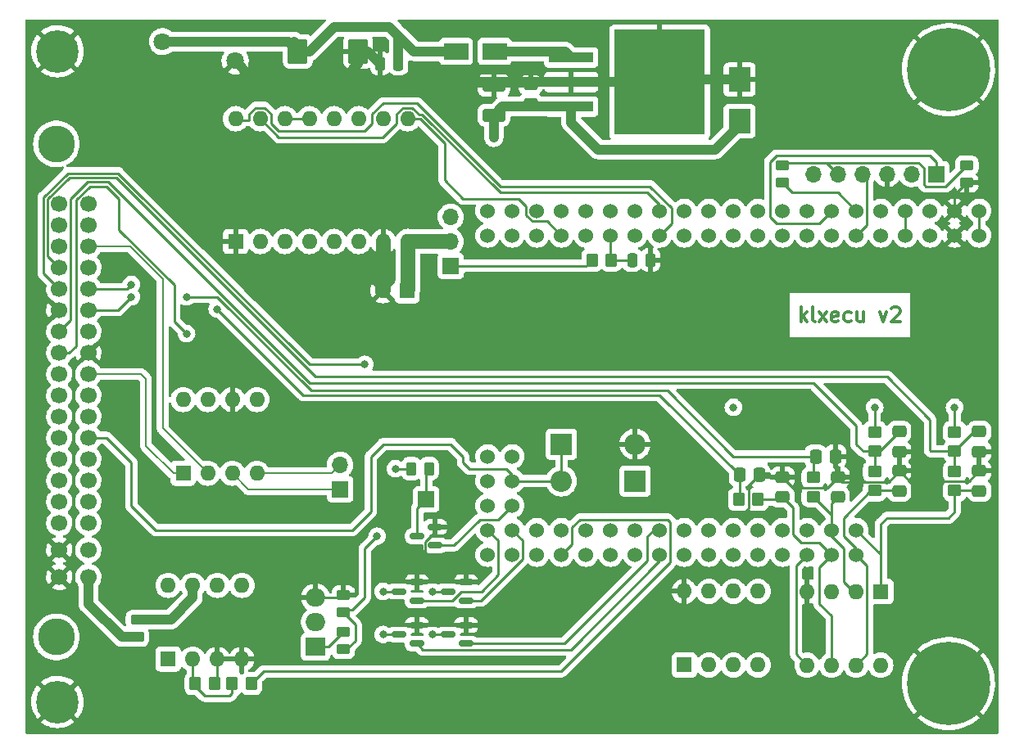
<source format=gtl>
G04 #@! TF.GenerationSoftware,KiCad,Pcbnew,(6.0.1)*
G04 #@! TF.CreationDate,2022-02-04T01:53:46-05:00*
G04 #@! TF.ProjectId,klxecu,6b6c7865-6375-42e6-9b69-6361645f7063,rev?*
G04 #@! TF.SameCoordinates,Original*
G04 #@! TF.FileFunction,Copper,L1,Top*
G04 #@! TF.FilePolarity,Positive*
%FSLAX46Y46*%
G04 Gerber Fmt 4.6, Leading zero omitted, Abs format (unit mm)*
G04 Created by KiCad (PCBNEW (6.0.1)) date 2022-02-04 01:53:46*
%MOMM*%
%LPD*%
G01*
G04 APERTURE LIST*
G04 Aperture macros list*
%AMRoundRect*
0 Rectangle with rounded corners*
0 $1 Rounding radius*
0 $2 $3 $4 $5 $6 $7 $8 $9 X,Y pos of 4 corners*
0 Add a 4 corners polygon primitive as box body*
4,1,4,$2,$3,$4,$5,$6,$7,$8,$9,$2,$3,0*
0 Add four circle primitives for the rounded corners*
1,1,$1+$1,$2,$3*
1,1,$1+$1,$4,$5*
1,1,$1+$1,$6,$7*
1,1,$1+$1,$8,$9*
0 Add four rect primitives between the rounded corners*
20,1,$1+$1,$2,$3,$4,$5,0*
20,1,$1+$1,$4,$5,$6,$7,0*
20,1,$1+$1,$6,$7,$8,$9,0*
20,1,$1+$1,$8,$9,$2,$3,0*%
G04 Aperture macros list end*
%ADD10C,0.300000*%
G04 #@! TA.AperFunction,NonConductor*
%ADD11C,0.300000*%
G04 #@! TD*
G04 #@! TA.AperFunction,ComponentPad*
%ADD12C,4.400000*%
G04 #@! TD*
G04 #@! TA.AperFunction,ComponentPad*
%ADD13C,8.600000*%
G04 #@! TD*
G04 #@! TA.AperFunction,ComponentPad*
%ADD14C,1.700000*%
G04 #@! TD*
G04 #@! TA.AperFunction,WasherPad*
%ADD15C,3.800000*%
G04 #@! TD*
G04 #@! TA.AperFunction,ComponentPad*
%ADD16O,1.600000X1.600000*%
G04 #@! TD*
G04 #@! TA.AperFunction,ComponentPad*
%ADD17R,1.600000X1.600000*%
G04 #@! TD*
G04 #@! TA.AperFunction,ComponentPad*
%ADD18C,1.524000*%
G04 #@! TD*
G04 #@! TA.AperFunction,SMDPad,CuDef*
%ADD19R,4.600000X1.100000*%
G04 #@! TD*
G04 #@! TA.AperFunction,SMDPad,CuDef*
%ADD20R,9.400000X10.800000*%
G04 #@! TD*
G04 #@! TA.AperFunction,ComponentPad*
%ADD21C,1.800000*%
G04 #@! TD*
G04 #@! TA.AperFunction,SMDPad,CuDef*
%ADD22RoundRect,0.250000X0.262500X0.450000X-0.262500X0.450000X-0.262500X-0.450000X0.262500X-0.450000X0*%
G04 #@! TD*
G04 #@! TA.AperFunction,SMDPad,CuDef*
%ADD23RoundRect,0.250000X0.450000X-0.262500X0.450000X0.262500X-0.450000X0.262500X-0.450000X-0.262500X0*%
G04 #@! TD*
G04 #@! TA.AperFunction,SMDPad,CuDef*
%ADD24RoundRect,0.250000X-0.350000X-0.450000X0.350000X-0.450000X0.350000X0.450000X-0.350000X0.450000X0*%
G04 #@! TD*
G04 #@! TA.AperFunction,SMDPad,CuDef*
%ADD25RoundRect,0.250000X0.350000X0.450000X-0.350000X0.450000X-0.350000X-0.450000X0.350000X-0.450000X0*%
G04 #@! TD*
G04 #@! TA.AperFunction,SMDPad,CuDef*
%ADD26RoundRect,0.250000X-0.450000X0.350000X-0.450000X-0.350000X0.450000X-0.350000X0.450000X0.350000X0*%
G04 #@! TD*
G04 #@! TA.AperFunction,SMDPad,CuDef*
%ADD27RoundRect,0.250000X-0.450000X0.262500X-0.450000X-0.262500X0.450000X-0.262500X0.450000X0.262500X0*%
G04 #@! TD*
G04 #@! TA.AperFunction,SMDPad,CuDef*
%ADD28RoundRect,0.150000X0.587500X0.150000X-0.587500X0.150000X-0.587500X-0.150000X0.587500X-0.150000X0*%
G04 #@! TD*
G04 #@! TA.AperFunction,ComponentPad*
%ADD29O,2.000000X1.905000*%
G04 #@! TD*
G04 #@! TA.AperFunction,ComponentPad*
%ADD30R,2.000000X1.905000*%
G04 #@! TD*
G04 #@! TA.AperFunction,ComponentPad*
%ADD31O,1.700000X1.700000*%
G04 #@! TD*
G04 #@! TA.AperFunction,ComponentPad*
%ADD32R,1.700000X1.700000*%
G04 #@! TD*
G04 #@! TA.AperFunction,ComponentPad*
%ADD33O,2.200000X2.200000*%
G04 #@! TD*
G04 #@! TA.AperFunction,ComponentPad*
%ADD34R,2.200000X2.200000*%
G04 #@! TD*
G04 #@! TA.AperFunction,SMDPad,CuDef*
%ADD35R,2.300000X2.500000*%
G04 #@! TD*
G04 #@! TA.AperFunction,SMDPad,CuDef*
%ADD36R,2.500000X1.800000*%
G04 #@! TD*
G04 #@! TA.AperFunction,ComponentPad*
%ADD37C,1.600000*%
G04 #@! TD*
G04 #@! TA.AperFunction,SMDPad,CuDef*
%ADD38RoundRect,0.250000X-0.250000X-0.475000X0.250000X-0.475000X0.250000X0.475000X-0.250000X0.475000X0*%
G04 #@! TD*
G04 #@! TA.AperFunction,SMDPad,CuDef*
%ADD39RoundRect,0.250000X0.475000X-0.337500X0.475000X0.337500X-0.475000X0.337500X-0.475000X-0.337500X0*%
G04 #@! TD*
G04 #@! TA.AperFunction,SMDPad,CuDef*
%ADD40RoundRect,0.250000X-0.475000X0.337500X-0.475000X-0.337500X0.475000X-0.337500X0.475000X0.337500X0*%
G04 #@! TD*
G04 #@! TA.AperFunction,SMDPad,CuDef*
%ADD41RoundRect,0.250000X-0.337500X-0.475000X0.337500X-0.475000X0.337500X0.475000X-0.337500X0.475000X0*%
G04 #@! TD*
G04 #@! TA.AperFunction,SMDPad,CuDef*
%ADD42RoundRect,0.250000X0.925000X-0.412500X0.925000X0.412500X-0.925000X0.412500X-0.925000X-0.412500X0*%
G04 #@! TD*
G04 #@! TA.AperFunction,SMDPad,CuDef*
%ADD43RoundRect,0.250000X0.475000X-0.250000X0.475000X0.250000X-0.475000X0.250000X-0.475000X-0.250000X0*%
G04 #@! TD*
G04 #@! TA.AperFunction,SMDPad,CuDef*
%ADD44RoundRect,0.250000X0.250000X0.475000X-0.250000X0.475000X-0.250000X-0.475000X0.250000X-0.475000X0*%
G04 #@! TD*
G04 #@! TA.AperFunction,SMDPad,CuDef*
%ADD45RoundRect,0.250000X-0.787500X-1.025000X0.787500X-1.025000X0.787500X1.025000X-0.787500X1.025000X0*%
G04 #@! TD*
G04 #@! TA.AperFunction,ViaPad*
%ADD46C,0.800000*%
G04 #@! TD*
G04 #@! TA.AperFunction,Conductor*
%ADD47C,1.000000*%
G04 #@! TD*
G04 #@! TA.AperFunction,Conductor*
%ADD48C,0.250000*%
G04 #@! TD*
G04 #@! TA.AperFunction,Conductor*
%ADD49C,0.200000*%
G04 #@! TD*
G04 #@! TA.AperFunction,Conductor*
%ADD50C,1.500000*%
G04 #@! TD*
G04 APERTURE END LIST*
D10*
D11*
X106688571Y-71798571D02*
X106688571Y-70298571D01*
X106831428Y-71227142D02*
X107260000Y-71798571D01*
X107260000Y-70798571D02*
X106688571Y-71370000D01*
X108117142Y-71798571D02*
X107974285Y-71727142D01*
X107902857Y-71584285D01*
X107902857Y-70298571D01*
X108545714Y-71798571D02*
X109331428Y-70798571D01*
X108545714Y-70798571D02*
X109331428Y-71798571D01*
X110474285Y-71727142D02*
X110331428Y-71798571D01*
X110045714Y-71798571D01*
X109902857Y-71727142D01*
X109831428Y-71584285D01*
X109831428Y-71012857D01*
X109902857Y-70870000D01*
X110045714Y-70798571D01*
X110331428Y-70798571D01*
X110474285Y-70870000D01*
X110545714Y-71012857D01*
X110545714Y-71155714D01*
X109831428Y-71298571D01*
X111831428Y-71727142D02*
X111688571Y-71798571D01*
X111402857Y-71798571D01*
X111260000Y-71727142D01*
X111188571Y-71655714D01*
X111117142Y-71512857D01*
X111117142Y-71084285D01*
X111188571Y-70941428D01*
X111260000Y-70870000D01*
X111402857Y-70798571D01*
X111688571Y-70798571D01*
X111831428Y-70870000D01*
X113117142Y-70798571D02*
X113117142Y-71798571D01*
X112474285Y-70798571D02*
X112474285Y-71584285D01*
X112545714Y-71727142D01*
X112688571Y-71798571D01*
X112902857Y-71798571D01*
X113045714Y-71727142D01*
X113117142Y-71655714D01*
X114831428Y-70798571D02*
X115188571Y-71798571D01*
X115545714Y-70798571D01*
X116045714Y-70441428D02*
X116117142Y-70370000D01*
X116260000Y-70298571D01*
X116617142Y-70298571D01*
X116760000Y-70370000D01*
X116831428Y-70441428D01*
X116902857Y-70584285D01*
X116902857Y-70727142D01*
X116831428Y-70941428D01*
X115974285Y-71798571D01*
X116902857Y-71798571D01*
D12*
X29845000Y-111125000D03*
X29845000Y-43815000D03*
D13*
X121920000Y-109220000D03*
X121920000Y-45720000D03*
D14*
X30020000Y-98200000D03*
X30020000Y-95400000D03*
X30020000Y-92600000D03*
X30020000Y-90400000D03*
X30020000Y-88200000D03*
X30020000Y-86000000D03*
X30020000Y-83800000D03*
X30020000Y-81600000D03*
X30020000Y-79400000D03*
X30020000Y-77200000D03*
X30020000Y-75000000D03*
X30020000Y-72800000D03*
X30020000Y-70600000D03*
X30020000Y-68400000D03*
X30020000Y-66200000D03*
X30020000Y-64000000D03*
X30020000Y-61800000D03*
X30020000Y-59600000D03*
X33020000Y-98200000D03*
X33020000Y-95400000D03*
X33020000Y-92600000D03*
X33020000Y-90400000D03*
X33020000Y-88200000D03*
X33020000Y-86000000D03*
X33020000Y-83800000D03*
X33020000Y-81600000D03*
X33020000Y-79400000D03*
X33020000Y-77200000D03*
X33020000Y-75000000D03*
X33020000Y-72800000D03*
X33020000Y-70600000D03*
X33020000Y-68400000D03*
X33020000Y-66200000D03*
X33020000Y-64000000D03*
X33020000Y-61800000D03*
X33020000Y-59600000D03*
D15*
X29720000Y-104400000D03*
X29720000Y-53400000D03*
D16*
X41275000Y-99060000D03*
X43815000Y-99060000D03*
X46355000Y-99060000D03*
X48895000Y-99060000D03*
X48895000Y-106680000D03*
X46355000Y-106680000D03*
X43815000Y-106680000D03*
D17*
X41275000Y-106680000D03*
D18*
X117475000Y-60325000D03*
X117475000Y-62865000D03*
X120015000Y-60325000D03*
X120015000Y-62865000D03*
X112395000Y-95885000D03*
X112395000Y-93345000D03*
X109855000Y-95885000D03*
X109855000Y-93345000D03*
X107315000Y-95885000D03*
X107315000Y-93345000D03*
X104775000Y-95885000D03*
X104775000Y-93345000D03*
X102235000Y-95885000D03*
X102235000Y-93345000D03*
X99695000Y-95885000D03*
X99695000Y-93345000D03*
X97155000Y-95885000D03*
X97155000Y-93345000D03*
X94615000Y-95885000D03*
X94615000Y-93345000D03*
X114935000Y-62865000D03*
X109855000Y-62865000D03*
X109855000Y-60325000D03*
X107315000Y-62865000D03*
X107315000Y-60325000D03*
X104775000Y-62865000D03*
X104775000Y-60325000D03*
X102235000Y-62865000D03*
X102235000Y-60325000D03*
X99695000Y-62865000D03*
X99695000Y-60325000D03*
X97155000Y-62865000D03*
X97155000Y-60325000D03*
X94615000Y-62865000D03*
X94615000Y-60325000D03*
X92075000Y-62865000D03*
X92075000Y-60325000D03*
X89535000Y-62865000D03*
X89535000Y-60325000D03*
X86995000Y-62865000D03*
X86995000Y-60325000D03*
X84455000Y-62865000D03*
X84455000Y-60325000D03*
X81915000Y-62865000D03*
X81915000Y-60325000D03*
X79375000Y-62865000D03*
X79375000Y-60325000D03*
X76835000Y-62865000D03*
X76835000Y-60325000D03*
X74295000Y-62865000D03*
X74295000Y-60325000D03*
X92075000Y-95885000D03*
X92075000Y-93345000D03*
X89535000Y-95885000D03*
X89535000Y-93345000D03*
X86995000Y-95885000D03*
X86995000Y-93345000D03*
X84455000Y-95885000D03*
X84455000Y-93345000D03*
X81915000Y-95885000D03*
X81915000Y-93345000D03*
X79375000Y-95885000D03*
X79375000Y-93345000D03*
X76835000Y-95885000D03*
X76835000Y-93345000D03*
X74295000Y-95885000D03*
X74295000Y-93345000D03*
X74295000Y-90805000D03*
X76835000Y-90805000D03*
X74295000Y-88265000D03*
X76835000Y-88265000D03*
X74295000Y-85725000D03*
X76835000Y-85725000D03*
X122555000Y-62865000D03*
X122555000Y-60325000D03*
X114935000Y-60325000D03*
X112395000Y-62865000D03*
X112395000Y-60325000D03*
X125095000Y-60325000D03*
X125095000Y-62865000D03*
D19*
X82925000Y-49530000D03*
X82925000Y-46990000D03*
D20*
X92075000Y-46990000D03*
D19*
X82925000Y-44450000D03*
D21*
X48200000Y-44815000D03*
X40700000Y-42815000D03*
D22*
X68222500Y-86995000D03*
X66397500Y-86995000D03*
D23*
X38100000Y-102592500D03*
X38100000Y-104417500D03*
D24*
X46085000Y-109220000D03*
X44085000Y-109220000D03*
D25*
X47895000Y-109220000D03*
X49895000Y-109220000D03*
D23*
X59380000Y-103862500D03*
X59380000Y-105687500D03*
X59380000Y-100052500D03*
X59380000Y-101877500D03*
D24*
X87090000Y-65405000D03*
X85090000Y-65405000D03*
D26*
X122555000Y-89265000D03*
X122555000Y-87265000D03*
X107950000Y-89900000D03*
X107950000Y-87900000D03*
X122555000Y-85185000D03*
X122555000Y-83185000D03*
D24*
X100235000Y-90170000D03*
X102235000Y-90170000D03*
D26*
X114300000Y-89265000D03*
X114300000Y-87265000D03*
X114300000Y-85185000D03*
X114300000Y-83185000D03*
D23*
X104775000Y-55602500D03*
X104775000Y-57427500D03*
D27*
X123825000Y-57427500D03*
X123825000Y-55602500D03*
D28*
X67007500Y-93980000D03*
X68882500Y-93030000D03*
X68882500Y-94930000D03*
X70182500Y-104140000D03*
X72057500Y-103190000D03*
X72057500Y-105090000D03*
X65102500Y-99695000D03*
X66977500Y-98745000D03*
X66977500Y-100645000D03*
D29*
X56515000Y-100330000D03*
X56515000Y-102870000D03*
D30*
X56515000Y-105410000D03*
D28*
X72057500Y-100645000D03*
X72057500Y-98745000D03*
X70182500Y-99695000D03*
X65102500Y-104140000D03*
X66977500Y-103190000D03*
X66977500Y-105090000D03*
D31*
X70485000Y-60945000D03*
X70485000Y-63485000D03*
D32*
X70485000Y-66025000D03*
X67945000Y-90170000D03*
D16*
X42825000Y-79839511D03*
X45365000Y-79839511D03*
X47905000Y-79839511D03*
X50445000Y-79839511D03*
X50445000Y-87459511D03*
X47905000Y-87459511D03*
X45365000Y-87459511D03*
D17*
X42825000Y-87459511D03*
D16*
X94625000Y-99685000D03*
X97165000Y-99685000D03*
X99705000Y-99685000D03*
X102245000Y-99685000D03*
X102245000Y-107305000D03*
X99705000Y-107305000D03*
X97165000Y-107305000D03*
D17*
X94625000Y-107305000D03*
D31*
X107950000Y-56515000D03*
X110490000Y-56515000D03*
X113030000Y-56515000D03*
X115570000Y-56515000D03*
X118110000Y-56515000D03*
D32*
X120650000Y-56515000D03*
D31*
X59055000Y-86569511D03*
D32*
X59055000Y-89109511D03*
D16*
X114925000Y-107325000D03*
X112385000Y-107325000D03*
X109845000Y-107325000D03*
X107305000Y-107325000D03*
X107305000Y-99705000D03*
X109845000Y-99705000D03*
X112385000Y-99705000D03*
D17*
X114925000Y-99705000D03*
D33*
X89535000Y-84455000D03*
D34*
X81915000Y-84455000D03*
D33*
X81915000Y-88265000D03*
D34*
X89535000Y-88265000D03*
D35*
X100330000Y-46745000D03*
X100330000Y-51045000D03*
D36*
X71025000Y-43815000D03*
X75025000Y-43815000D03*
D37*
X63475112Y-68580000D03*
D17*
X65975112Y-68580000D03*
D38*
X89220000Y-65405000D03*
X91120000Y-65405000D03*
D39*
X125095000Y-87227500D03*
X125095000Y-89302500D03*
X110490000Y-87862500D03*
X110490000Y-89937500D03*
D40*
X125095000Y-85222500D03*
X125095000Y-83147500D03*
D41*
X110257500Y-85725000D03*
X108182500Y-85725000D03*
D39*
X104775000Y-87862500D03*
X104775000Y-89937500D03*
X116840000Y-87227500D03*
X116840000Y-89302500D03*
D41*
X100330000Y-87630000D03*
X102405000Y-87630000D03*
D40*
X116840000Y-85222500D03*
X116840000Y-83147500D03*
D42*
X74930000Y-47357500D03*
X74930000Y-50432500D03*
D43*
X78740000Y-47310000D03*
X78740000Y-49210000D03*
D44*
X63185000Y-45085000D03*
X65085000Y-45085000D03*
D45*
X60897500Y-43815000D03*
X54672500Y-43815000D03*
D16*
X48260000Y-50790000D03*
X50800000Y-50790000D03*
X53340000Y-50790000D03*
X55880000Y-50790000D03*
X58420000Y-50790000D03*
X60960000Y-50790000D03*
X63500000Y-50790000D03*
X66040000Y-50790000D03*
X66040000Y-63490000D03*
X63500000Y-63490000D03*
X60960000Y-63490000D03*
X58420000Y-63490000D03*
X55880000Y-63490000D03*
X53340000Y-63490000D03*
X50800000Y-63490000D03*
D17*
X48260000Y-63490000D03*
D46*
X122555000Y-80645000D03*
X114300000Y-80645000D03*
X61595000Y-76200000D03*
X43180000Y-69215000D03*
X46355000Y-70485000D03*
X99695000Y-80645000D03*
X62865000Y-93980000D03*
X43180000Y-73025000D03*
X37465000Y-69215000D03*
X37465000Y-67945000D03*
X64770000Y-86995000D03*
X74930000Y-52705000D03*
X92710000Y-48895000D03*
X90805000Y-48895000D03*
X90805000Y-46990000D03*
X92710000Y-45085000D03*
X90805000Y-45085000D03*
X88900000Y-45085000D03*
X88900000Y-46990000D03*
X88900000Y-48895000D03*
X88900000Y-50800000D03*
X90805000Y-50800000D03*
X92710000Y-50800000D03*
X95250000Y-50800000D03*
X95250000Y-48895000D03*
X95250000Y-46990000D03*
X95250000Y-45085000D03*
X95250000Y-43180000D03*
X92710000Y-43180000D03*
X90805000Y-43180000D03*
X88900000Y-43180000D03*
X69215000Y-102235000D03*
X69215000Y-97790000D03*
X68580000Y-99695000D03*
X68580000Y-104140000D03*
X63500000Y-99695000D03*
X63500000Y-104140000D03*
D47*
X49740000Y-46355000D02*
X48200000Y-44815000D01*
D48*
X31045000Y-75000000D02*
X30020000Y-75000000D01*
X31750000Y-74295000D02*
X31045000Y-75000000D01*
X33173990Y-57785000D02*
X31750000Y-59208990D01*
X31750000Y-59208990D02*
X31750000Y-74295000D01*
X34925000Y-57785000D02*
X33173990Y-57785000D01*
X36195000Y-62264638D02*
X36195000Y-59055000D01*
X41910000Y-67979638D02*
X36195000Y-62264638D01*
X41910000Y-71755000D02*
X41910000Y-67979638D01*
X43180000Y-73025000D02*
X41910000Y-71755000D01*
X36195000Y-59055000D02*
X34925000Y-57785000D01*
D49*
X40709994Y-67379994D02*
X40709994Y-82804505D01*
X40709994Y-82804505D02*
X45365000Y-87459511D01*
X58165000Y-87459511D02*
X59055000Y-86569511D01*
X50445000Y-87459511D02*
X58165000Y-87459511D01*
X49555000Y-89109511D02*
X59055000Y-89109511D01*
X47905000Y-87459511D02*
X49555000Y-89109511D01*
X41809505Y-87459511D02*
X42825000Y-87459511D01*
D47*
X65085000Y-42225000D02*
X64135000Y-41275000D01*
X65085000Y-45085000D02*
X65085000Y-42225000D01*
X61915000Y-43815000D02*
X63185000Y-45085000D01*
X60897500Y-43815000D02*
X61915000Y-43815000D01*
X59690000Y-46355000D02*
X49740000Y-46355000D01*
D48*
X117475000Y-60325000D02*
X117475000Y-62865000D01*
X46355000Y-108950000D02*
X46355000Y-106680000D01*
X46085000Y-109220000D02*
X46355000Y-108950000D01*
X43815000Y-108950000D02*
X43815000Y-106680000D01*
X44085000Y-109220000D02*
X43815000Y-108950000D01*
X44085000Y-109490000D02*
X44085000Y-109220000D01*
X45085000Y-110490000D02*
X44085000Y-109490000D01*
X47625000Y-110490000D02*
X45085000Y-110490000D01*
X47895000Y-109220000D02*
X47895000Y-110220000D01*
X47895000Y-110220000D02*
X47625000Y-110490000D01*
X51165000Y-107950000D02*
X49895000Y-109220000D01*
X93161511Y-92526511D02*
X93161511Y-96702027D01*
X92893489Y-92258489D02*
X93161511Y-92526511D01*
X83821462Y-92258489D02*
X92893489Y-92258489D01*
X83001511Y-93078440D02*
X83821462Y-92258489D01*
X81913538Y-107950000D02*
X51165000Y-107950000D01*
X93161511Y-96702027D02*
X81913538Y-107950000D01*
X81915000Y-95885000D02*
X83001511Y-94798489D01*
X83001511Y-94798489D02*
X83001511Y-93078440D01*
D47*
X33020000Y-100965000D02*
X36472500Y-104417500D01*
X33020000Y-98200000D02*
X33020000Y-100965000D01*
X36472500Y-104417500D02*
X38100000Y-104417500D01*
X41552500Y-102592500D02*
X38100000Y-102592500D01*
X43815000Y-100330000D02*
X41552500Y-102592500D01*
X43815000Y-99060000D02*
X43815000Y-100330000D01*
D48*
X122555000Y-83185000D02*
X122555000Y-80645000D01*
X114300000Y-83185000D02*
X114300000Y-80645000D01*
X120110000Y-85185000D02*
X122555000Y-85185000D01*
X120015000Y-85090000D02*
X120110000Y-85185000D01*
X56515000Y-77470000D02*
X115570000Y-77470000D01*
X35930960Y-56885960D02*
X56515000Y-77470000D01*
X28845489Y-59113501D02*
X31073030Y-56885960D01*
X28845489Y-65025489D02*
X28845489Y-59113501D01*
X31073030Y-56885960D02*
X35930960Y-56885960D01*
X115570000Y-77470000D02*
X120015000Y-81915000D01*
X120015000Y-81915000D02*
X120015000Y-85090000D01*
X30020000Y-66200000D02*
X28845489Y-65025489D01*
X125095000Y-85222500D02*
X125095000Y-87227500D01*
X124592500Y-83147500D02*
X125095000Y-83147500D01*
X122555000Y-85185000D02*
X124592500Y-83147500D01*
X122555000Y-87265000D02*
X122555000Y-85185000D01*
X124057500Y-88265000D02*
X125095000Y-87227500D01*
X117877500Y-88265000D02*
X124057500Y-88265000D01*
X116840000Y-87227500D02*
X117877500Y-88265000D01*
X125057500Y-89265000D02*
X125095000Y-89302500D01*
X122555000Y-89265000D02*
X125057500Y-89265000D01*
X115570000Y-92075000D02*
X121920000Y-92075000D01*
X121920000Y-92075000D02*
X122555000Y-91440000D01*
X122555000Y-91440000D02*
X122555000Y-89265000D01*
X114925000Y-95875000D02*
X114935000Y-95865000D01*
X114935000Y-95865000D02*
X114935000Y-92710000D01*
X114935000Y-92710000D02*
X115570000Y-92075000D01*
X113125000Y-85185000D02*
X114300000Y-85185000D01*
X112395000Y-84455000D02*
X113125000Y-85185000D01*
X35111198Y-57335480D02*
X55880718Y-78105000D01*
X112395000Y-82550000D02*
X112395000Y-84455000D01*
X32987793Y-57335480D02*
X35111198Y-57335480D01*
X107950000Y-78105000D02*
X112395000Y-82550000D01*
X31194511Y-59128762D02*
X32987793Y-57335480D01*
X55880718Y-78105000D02*
X107950000Y-78105000D01*
X31194511Y-71625489D02*
X31194511Y-59128762D01*
X30020000Y-72800000D02*
X31194511Y-71625489D01*
X110967980Y-88340480D02*
X110490000Y-87862500D01*
X115727020Y-88340480D02*
X110967980Y-88340480D01*
X116840000Y-87227500D02*
X115727020Y-88340480D01*
X114802500Y-85185000D02*
X116840000Y-83147500D01*
X114300000Y-85185000D02*
X114802500Y-85185000D01*
X114300000Y-85185000D02*
X114300000Y-87265000D01*
X116840000Y-87227500D02*
X116840000Y-85222500D01*
X116802500Y-89265000D02*
X116840000Y-89302500D01*
X114300000Y-89265000D02*
X116802500Y-89265000D01*
X111125000Y-93980000D02*
X111125000Y-92075000D01*
X111125000Y-92075000D02*
X113935000Y-89265000D01*
X113935000Y-89265000D02*
X114300000Y-89265000D01*
X112395000Y-95250000D02*
X111125000Y-93980000D01*
X112395000Y-95885000D02*
X112395000Y-95250000D01*
X36117157Y-56436440D02*
X55880717Y-76200000D01*
X28395969Y-58927303D02*
X30886833Y-56436440D01*
X30886833Y-56436440D02*
X36117157Y-56436440D01*
X28395969Y-66775969D02*
X28395969Y-58927303D01*
X30020000Y-68400000D02*
X28395969Y-66775969D01*
X55880718Y-76200000D02*
X61595000Y-76200000D01*
X94615000Y-84455000D02*
X89535000Y-84455000D01*
X95250000Y-85090000D02*
X94615000Y-84455000D01*
X95250000Y-89535000D02*
X95250000Y-85090000D01*
X97155000Y-91440000D02*
X95250000Y-89535000D01*
X100965000Y-91440000D02*
X97155000Y-91440000D01*
X101310480Y-91094520D02*
X100965000Y-91440000D01*
X101310480Y-88724520D02*
X101310480Y-91094520D01*
X102405000Y-87630000D02*
X101310480Y-88724520D01*
X109377020Y-88975480D02*
X110490000Y-87862500D01*
X105887980Y-88975480D02*
X109377020Y-88975480D01*
X104775000Y-87862500D02*
X105887980Y-88975480D01*
X99695000Y-85725000D02*
X108182500Y-85725000D01*
X56065480Y-78925480D02*
X92895480Y-78925480D01*
X92895480Y-78925480D02*
X99695000Y-85725000D01*
X46355000Y-69215000D02*
X56065480Y-78925480D01*
X43180000Y-69215000D02*
X46355000Y-69215000D01*
X110257500Y-87630000D02*
X110490000Y-87862500D01*
X110257500Y-85725000D02*
X110257500Y-87630000D01*
X107950000Y-85957500D02*
X108182500Y-85725000D01*
X107950000Y-87900000D02*
X107950000Y-85957500D01*
X109855000Y-91805000D02*
X109855000Y-93345000D01*
X107950000Y-89900000D02*
X109855000Y-91805000D01*
X109855000Y-90572500D02*
X110490000Y-89937500D01*
X109855000Y-93345000D02*
X109855000Y-90572500D01*
X105861511Y-91024011D02*
X104775000Y-89937500D01*
X105861511Y-93795049D02*
X105861511Y-91024011D01*
X106681462Y-94615000D02*
X105861511Y-93795049D01*
X108585000Y-94615000D02*
X106681462Y-94615000D01*
X109855000Y-95885000D02*
X108585000Y-94615000D01*
X92075000Y-79375000D02*
X89535000Y-79375000D01*
X100330000Y-87630000D02*
X92075000Y-79375000D01*
X55245000Y-79375000D02*
X89535000Y-79375000D01*
X100330000Y-90075000D02*
X100330000Y-87630000D01*
X100235000Y-90170000D02*
X100330000Y-90075000D01*
X102637500Y-87862500D02*
X102405000Y-87630000D01*
X104775000Y-87862500D02*
X102637500Y-87862500D01*
X104542500Y-90170000D02*
X104775000Y-89937500D01*
X102235000Y-90170000D02*
X104542500Y-90170000D01*
X46355000Y-70485000D02*
X55245000Y-79375000D01*
X61595000Y-95250000D02*
X62865000Y-93980000D01*
X61595000Y-99060000D02*
X61595000Y-95250000D01*
X61595000Y-100330000D02*
X61595000Y-99060000D01*
X60325000Y-101600000D02*
X61595000Y-100330000D01*
X59657500Y-101600000D02*
X60325000Y-101600000D01*
X59380000Y-101877500D02*
X59657500Y-101600000D01*
X76200000Y-86995000D02*
X76835000Y-87630000D01*
X71755000Y-86360000D02*
X72390000Y-86995000D01*
X76835000Y-87630000D02*
X76835000Y-88265000D01*
X71755000Y-85725000D02*
X71755000Y-86360000D01*
X63500000Y-84455000D02*
X70485000Y-84455000D01*
X62230000Y-85725000D02*
X63500000Y-84455000D01*
X62230000Y-91440000D02*
X62230000Y-85725000D01*
X72390000Y-86995000D02*
X76200000Y-86995000D01*
X60325000Y-93345000D02*
X62230000Y-91440000D01*
X40005000Y-93345000D02*
X60325000Y-93345000D01*
X37465000Y-90805000D02*
X40005000Y-93345000D01*
X37465000Y-86360000D02*
X37465000Y-90805000D01*
X70485000Y-84455000D02*
X71755000Y-85725000D01*
X34905000Y-83800000D02*
X37465000Y-86360000D01*
X33020000Y-83800000D02*
X34905000Y-83800000D01*
X64770000Y-86995000D02*
X66397500Y-86995000D01*
X125095000Y-60325000D02*
X125095000Y-62865000D01*
X87090000Y-65405000D02*
X89220000Y-65405000D01*
X86995000Y-65310000D02*
X87090000Y-65405000D01*
X86995000Y-62865000D02*
X86995000Y-65310000D01*
X84470000Y-66025000D02*
X85090000Y-65405000D01*
X70485000Y-66025000D02*
X84470000Y-66025000D01*
D47*
X85725000Y-53975000D02*
X97790000Y-53975000D01*
D48*
X80461511Y-61411511D02*
X81915000Y-62865000D01*
X78924951Y-61411511D02*
X80461511Y-61411511D01*
X78288489Y-60775049D02*
X78924951Y-61411511D01*
X78288489Y-59873489D02*
X78288489Y-60775049D01*
X71755000Y-59055000D02*
X77470000Y-59055000D01*
X69850000Y-57150000D02*
X71755000Y-59055000D01*
X69850000Y-53320000D02*
X69850000Y-57150000D01*
X67320000Y-50790000D02*
X69850000Y-53320000D01*
X77470000Y-59055000D02*
X78288489Y-59873489D01*
X66040000Y-50790000D02*
X67320000Y-50790000D01*
X48415489Y-50945489D02*
X48260000Y-50790000D01*
X49675489Y-50945489D02*
X48415489Y-50945489D01*
X49675489Y-50324211D02*
X49675489Y-50945489D01*
X51265789Y-49665489D02*
X50334211Y-49665489D01*
X51924511Y-50324211D02*
X51265789Y-49665489D01*
X51924511Y-51255789D02*
X51924511Y-50324211D01*
X52715718Y-52070000D02*
X51913009Y-51267291D01*
X61561278Y-52070000D02*
X52715718Y-52070000D01*
X62375489Y-51255789D02*
X61561278Y-52070000D01*
X62375489Y-50324211D02*
X62375489Y-51255789D01*
X75586436Y-57785000D02*
X67017405Y-49215969D01*
X91071560Y-57785000D02*
X75586436Y-57785000D01*
X93345000Y-60058440D02*
X91071560Y-57785000D01*
X51913009Y-51267291D02*
X51924511Y-51255789D01*
X93345000Y-61595000D02*
X93345000Y-60058440D01*
X67017405Y-49215969D02*
X63483731Y-49215969D01*
X50334211Y-49665489D02*
X49675489Y-50324211D01*
X63483731Y-49215969D02*
X62375489Y-50324211D01*
X92075000Y-62865000D02*
X93345000Y-61595000D01*
X36080000Y-70600000D02*
X37465000Y-69215000D01*
X33020000Y-70600000D02*
X36080000Y-70600000D01*
X33020000Y-68400000D02*
X37010000Y-68400000D01*
X37010000Y-68400000D02*
X37465000Y-67945000D01*
X67945000Y-87550000D02*
X67945000Y-90170000D01*
X67007500Y-91107500D02*
X67945000Y-90170000D01*
X67007500Y-93980000D02*
X67007500Y-91107500D01*
X67820480Y-96395480D02*
X69215000Y-97790000D01*
X67820480Y-94583448D02*
X67820480Y-96395480D01*
X68882500Y-93521428D02*
X67820480Y-94583448D01*
X68882500Y-93030000D02*
X68882500Y-93521428D01*
X70805000Y-94930000D02*
X68882500Y-94930000D01*
X76835000Y-90805000D02*
X75381511Y-92258489D01*
X75381511Y-92258489D02*
X73476511Y-92258489D01*
X73476511Y-92258489D02*
X70805000Y-94930000D01*
D49*
X40709994Y-67379994D02*
X37330000Y-64000000D01*
X37330000Y-64000000D02*
X33020000Y-64000000D01*
X38970480Y-84620486D02*
X38970480Y-77705480D01*
X41809505Y-87459511D02*
X38970480Y-84620486D01*
D47*
X100330000Y-46745000D02*
X92320000Y-46745000D01*
X92320000Y-46745000D02*
X92075000Y-46990000D01*
X97790000Y-53975000D02*
X100330000Y-51435000D01*
X82925000Y-51175000D02*
X85725000Y-53975000D01*
X100330000Y-51435000D02*
X100330000Y-51045000D01*
X82925000Y-49530000D02*
X82925000Y-51175000D01*
D49*
X38465000Y-77200000D02*
X38970480Y-77705480D01*
X33020000Y-77200000D02*
X38465000Y-77200000D01*
D48*
X81915000Y-84455000D02*
X81915000Y-88265000D01*
X76835000Y-88265000D02*
X81915000Y-88265000D01*
D47*
X74930000Y-50432500D02*
X74930000Y-52705000D01*
X90805000Y-46990000D02*
X92075000Y-46990000D01*
X88900000Y-46990000D02*
X90805000Y-46990000D01*
X75832500Y-49530000D02*
X74930000Y-50432500D01*
X80010000Y-49530000D02*
X75832500Y-49530000D01*
X80010000Y-49530000D02*
X79060000Y-49530000D01*
X82925000Y-49530000D02*
X80010000Y-49530000D01*
X79060000Y-49530000D02*
X78740000Y-49210000D01*
X82925000Y-46990000D02*
X88900000Y-46990000D01*
X60325000Y-46990000D02*
X59690000Y-46355000D01*
X82925000Y-46990000D02*
X60325000Y-46990000D01*
X60897500Y-45147500D02*
X60897500Y-43815000D01*
X59690000Y-46355000D02*
X60897500Y-45147500D01*
X82290000Y-43815000D02*
X82925000Y-44450000D01*
X75025000Y-43815000D02*
X82290000Y-43815000D01*
X55880000Y-43815000D02*
X58420000Y-41275000D01*
X54672500Y-43815000D02*
X55880000Y-43815000D01*
X58420000Y-41275000D02*
X64135000Y-41275000D01*
X64135000Y-41275000D02*
X66675000Y-43815000D01*
X66675000Y-43815000D02*
X71025000Y-43815000D01*
X40700000Y-42815000D02*
X53672500Y-42815000D01*
X53672500Y-42815000D02*
X54672500Y-43815000D01*
X54307500Y-42815000D02*
X54672500Y-43180000D01*
D48*
X90805000Y-58420000D02*
X92075000Y-59690000D01*
X75585718Y-58420000D02*
X90805000Y-58420000D01*
X67506198Y-50340480D02*
X75585718Y-58420000D01*
X92075000Y-59690000D02*
X92075000Y-60325000D01*
X67164511Y-50340480D02*
X67506198Y-50340480D01*
X64915489Y-50324211D02*
X65574211Y-49665489D01*
X66505789Y-49665489D02*
X67164511Y-50324211D01*
X64915489Y-51255789D02*
X64915489Y-50324211D01*
X67164511Y-50324211D02*
X67164511Y-50340480D01*
X63466278Y-52705000D02*
X64915489Y-51255789D01*
X65574211Y-49665489D02*
X66505789Y-49665489D01*
X50800000Y-50790000D02*
X52715000Y-52705000D01*
X52715000Y-52705000D02*
X63466278Y-52705000D01*
X53340000Y-50790000D02*
X55880000Y-50790000D01*
X108585000Y-97155000D02*
X109855000Y-95885000D01*
X108585000Y-100965000D02*
X108585000Y-97155000D01*
X109845000Y-102225000D02*
X108585000Y-100965000D01*
X109845000Y-107325000D02*
X109845000Y-102225000D01*
X111125000Y-98691560D02*
X111125000Y-95250000D01*
X112138440Y-99705000D02*
X111125000Y-98691560D01*
X109855000Y-93980000D02*
X109855000Y-93345000D01*
X112385000Y-99705000D02*
X112138440Y-99705000D01*
X111125000Y-95250000D02*
X109855000Y-93980000D01*
X106180489Y-106200489D02*
X106180489Y-97019511D01*
X106180489Y-97019511D02*
X107315000Y-95885000D01*
X107305000Y-107325000D02*
X106180489Y-106200489D01*
X114925000Y-95875000D02*
X112395000Y-93345000D01*
X114925000Y-99705000D02*
X114925000Y-95875000D01*
X113509511Y-106200489D02*
X113509511Y-96999511D01*
X112385000Y-107325000D02*
X113509511Y-106200489D01*
X113509511Y-96999511D02*
X112395000Y-95885000D01*
X68260000Y-103190000D02*
X69215000Y-102235000D01*
X66977500Y-103190000D02*
X68260000Y-103190000D01*
X68260000Y-98745000D02*
X69215000Y-97790000D01*
X66977500Y-98745000D02*
X68260000Y-98745000D01*
X66977500Y-98745000D02*
X72057500Y-98745000D01*
X66977500Y-103190000D02*
X72057500Y-103190000D01*
X121642500Y-57785000D02*
X123825000Y-55602500D01*
X119570978Y-57785000D02*
X121642500Y-57785000D01*
X118840489Y-55340489D02*
X119380000Y-55880000D01*
X119380000Y-57594022D02*
X119570978Y-57785000D01*
X109315489Y-55340489D02*
X118840489Y-55340489D01*
X119380000Y-55880000D02*
X119380000Y-57594022D01*
X122555000Y-58697500D02*
X122555000Y-60325000D01*
X123825000Y-57427500D02*
X122555000Y-58697500D01*
X113481511Y-61778489D02*
X112395000Y-62865000D01*
X113481511Y-56966511D02*
X113481511Y-61778489D01*
X113030000Y-56515000D02*
X113481511Y-56966511D01*
X105037011Y-55340489D02*
X109315489Y-55340489D01*
X109315489Y-55340489D02*
X110490000Y-56515000D01*
X104775000Y-55602500D02*
X105037011Y-55340489D01*
X105767500Y-58420000D02*
X110490000Y-58420000D01*
X110490000Y-58420000D02*
X112395000Y-60325000D01*
X104775000Y-57427500D02*
X105767500Y-58420000D01*
X108585000Y-61595000D02*
X109855000Y-60325000D01*
X104140000Y-61595000D02*
X108585000Y-61595000D01*
X103505000Y-60960000D02*
X104140000Y-61595000D01*
X103505000Y-55245000D02*
X103505000Y-60960000D01*
X104140000Y-54610000D02*
X103505000Y-55245000D01*
X120015000Y-54610000D02*
X104140000Y-54610000D01*
X120650000Y-55245000D02*
X120015000Y-54610000D01*
X120650000Y-56515000D02*
X120650000Y-55245000D01*
D50*
X63500000Y-68555112D02*
X63475112Y-68580000D01*
X63500000Y-63490000D02*
X63500000Y-68555112D01*
X66045000Y-63485000D02*
X66040000Y-63490000D01*
X70485000Y-63485000D02*
X66045000Y-63485000D01*
X66040000Y-68515112D02*
X65975112Y-68580000D01*
X66040000Y-63490000D02*
X66040000Y-68515112D01*
D48*
X68580000Y-104140000D02*
X70182500Y-104140000D01*
X63500000Y-99695000D02*
X65102500Y-99695000D01*
X63500000Y-104140000D02*
X65102500Y-104140000D01*
X67602020Y-105714520D02*
X82880480Y-105714520D01*
X82880480Y-105714520D02*
X92075000Y-96520000D01*
X66977500Y-105090000D02*
X67602020Y-105714520D01*
X92075000Y-96520000D02*
X92075000Y-95885000D01*
X91440000Y-93345000D02*
X92075000Y-93345000D01*
X90805000Y-93980000D02*
X91440000Y-93345000D01*
X90805000Y-96520000D02*
X90805000Y-93980000D01*
X82235000Y-105090000D02*
X90805000Y-96520000D01*
X72057500Y-105090000D02*
X82235000Y-105090000D01*
X77921511Y-96335049D02*
X77921511Y-94431511D01*
X77921511Y-94431511D02*
X76835000Y-93345000D01*
X73611560Y-100645000D02*
X77921511Y-96335049D01*
X72057500Y-100645000D02*
X73611560Y-100645000D01*
X75381511Y-94431511D02*
X74295000Y-93345000D01*
X73660000Y-99695000D02*
X75381511Y-97973489D01*
X71598928Y-99695000D02*
X73660000Y-99695000D01*
X75381511Y-97973489D02*
X75381511Y-94431511D01*
X70648928Y-100645000D02*
X71598928Y-99695000D01*
X66977500Y-100645000D02*
X70648928Y-100645000D01*
X68580000Y-99695000D02*
X70182500Y-99695000D01*
X59102500Y-100330000D02*
X56515000Y-100330000D01*
X59380000Y-100052500D02*
X59102500Y-100330000D01*
X57832500Y-105410000D02*
X56515000Y-105410000D01*
X59380000Y-103862500D02*
X57832500Y-105410000D01*
X59737500Y-105687500D02*
X59380000Y-105687500D01*
X60650000Y-104775000D02*
X59737500Y-105687500D01*
X60650000Y-103147500D02*
X60650000Y-104775000D01*
X59380000Y-101877500D02*
X60650000Y-103147500D01*
G04 #@! TA.AperFunction,Conductor*
G36*
X57519697Y-40533002D02*
G01*
X57566190Y-40586658D01*
X57576294Y-40656932D01*
X57546800Y-40721512D01*
X57540671Y-40728095D01*
X56092829Y-42175937D01*
X56030517Y-42209963D01*
X55959702Y-42204898D01*
X55933603Y-42190208D01*
X55933303Y-42190695D01*
X55788968Y-42101725D01*
X55788966Y-42101724D01*
X55782738Y-42097885D01*
X55702995Y-42071436D01*
X55621389Y-42044368D01*
X55621387Y-42044368D01*
X55614861Y-42042203D01*
X55608025Y-42041503D01*
X55608022Y-42041502D01*
X55564969Y-42037091D01*
X55510400Y-42031500D01*
X54987697Y-42031500D01*
X54919576Y-42011498D01*
X54907730Y-42002872D01*
X54871239Y-41972897D01*
X54696937Y-41879438D01*
X54586648Y-41845719D01*
X54513700Y-41823416D01*
X54513698Y-41823416D01*
X54507802Y-41821613D01*
X54449949Y-41815736D01*
X54317166Y-41802248D01*
X54317161Y-41802248D01*
X54311038Y-41801626D01*
X54114138Y-41820239D01*
X54108242Y-41821997D01*
X54108235Y-41821998D01*
X54026495Y-41846366D01*
X53952400Y-41845719D01*
X53883194Y-41823765D01*
X53877898Y-41823171D01*
X53872802Y-41821613D01*
X53780243Y-41812210D01*
X53779107Y-41812089D01*
X53745492Y-41808319D01*
X53732770Y-41806892D01*
X53732766Y-41806892D01*
X53729273Y-41806500D01*
X53725746Y-41806500D01*
X53724761Y-41806445D01*
X53719081Y-41805998D01*
X53689675Y-41803011D01*
X53682163Y-41802248D01*
X53682161Y-41802248D01*
X53676038Y-41801626D01*
X53633759Y-41805623D01*
X53630391Y-41805941D01*
X53618533Y-41806500D01*
X41739477Y-41806500D01*
X41671356Y-41786498D01*
X41661385Y-41779382D01*
X41486177Y-41641011D01*
X41486172Y-41641008D01*
X41482123Y-41637810D01*
X41477607Y-41635317D01*
X41477604Y-41635315D01*
X41283879Y-41528373D01*
X41283875Y-41528371D01*
X41279355Y-41525876D01*
X41274486Y-41524152D01*
X41274482Y-41524150D01*
X41065903Y-41450288D01*
X41065899Y-41450287D01*
X41061028Y-41448562D01*
X41055935Y-41447655D01*
X41055932Y-41447654D01*
X40838095Y-41408851D01*
X40838089Y-41408850D01*
X40833006Y-41407945D01*
X40760096Y-41407054D01*
X40606581Y-41405179D01*
X40606579Y-41405179D01*
X40601411Y-41405116D01*
X40372464Y-41440150D01*
X40152314Y-41512106D01*
X40147726Y-41514494D01*
X40147722Y-41514496D01*
X40034396Y-41573490D01*
X39946872Y-41619052D01*
X39942739Y-41622155D01*
X39942736Y-41622157D01*
X39785373Y-41740309D01*
X39761655Y-41758117D01*
X39715953Y-41805941D01*
X39622708Y-41903517D01*
X39601639Y-41925564D01*
X39598725Y-41929836D01*
X39598724Y-41929837D01*
X39566684Y-41976806D01*
X39471119Y-42116899D01*
X39373602Y-42326981D01*
X39311707Y-42550169D01*
X39287095Y-42780469D01*
X39287392Y-42785622D01*
X39287392Y-42785625D01*
X39298598Y-42979972D01*
X39300427Y-43011697D01*
X39301564Y-43016743D01*
X39301565Y-43016749D01*
X39322757Y-43110782D01*
X39351346Y-43237642D01*
X39353288Y-43242424D01*
X39353289Y-43242428D01*
X39436046Y-43446233D01*
X39438484Y-43452237D01*
X39559501Y-43649719D01*
X39711147Y-43824784D01*
X39861368Y-43949500D01*
X39882968Y-43967432D01*
X39889349Y-43972730D01*
X40089322Y-44089584D01*
X40305694Y-44172209D01*
X40310760Y-44173240D01*
X40310761Y-44173240D01*
X40341078Y-44179408D01*
X40532656Y-44218385D01*
X40663324Y-44223176D01*
X40758949Y-44226683D01*
X40758953Y-44226683D01*
X40764113Y-44226872D01*
X40769233Y-44226216D01*
X40769235Y-44226216D01*
X40842270Y-44216860D01*
X40993847Y-44197442D01*
X40998795Y-44195957D01*
X40998802Y-44195956D01*
X41210747Y-44132369D01*
X41215690Y-44130886D01*
X41220324Y-44128616D01*
X41419049Y-44031262D01*
X41419052Y-44031260D01*
X41423684Y-44028991D01*
X41612243Y-43894494D01*
X41615898Y-43890852D01*
X41615906Y-43890845D01*
X41646609Y-43860249D01*
X41708980Y-43826333D01*
X41735548Y-43823500D01*
X46933392Y-43823500D01*
X47001513Y-43843502D01*
X47048006Y-43897158D01*
X47058110Y-43967432D01*
X47037480Y-44020505D01*
X46974471Y-44112873D01*
X46969376Y-44121841D01*
X46876252Y-44322459D01*
X46872689Y-44332146D01*
X46813581Y-44545280D01*
X46811650Y-44555400D01*
X46788145Y-44775349D01*
X46787893Y-44785638D01*
X46800627Y-45006468D01*
X46802061Y-45016670D01*
X46850685Y-45232439D01*
X46853773Y-45242292D01*
X46936986Y-45447220D01*
X46941634Y-45456421D01*
X47030097Y-45600781D01*
X47040553Y-45610242D01*
X47049331Y-45606458D01*
X48110905Y-44544885D01*
X48173217Y-44510859D01*
X48244033Y-44515924D01*
X48289095Y-44544885D01*
X49346303Y-45602092D01*
X49358314Y-45608651D01*
X49370052Y-45599684D01*
X49408010Y-45546859D01*
X49413321Y-45538020D01*
X49511318Y-45339737D01*
X49515117Y-45330142D01*
X49579415Y-45118517D01*
X49581594Y-45108436D01*
X49610702Y-44887338D01*
X49611221Y-44880663D01*
X49612744Y-44818364D01*
X49612550Y-44811646D01*
X49594279Y-44589400D01*
X49592596Y-44579238D01*
X49538710Y-44364708D01*
X49535389Y-44354953D01*
X49447193Y-44152118D01*
X49442315Y-44143020D01*
X49361397Y-44017940D01*
X49341190Y-43949880D01*
X49360986Y-43881699D01*
X49414501Y-43835045D01*
X49467189Y-43823500D01*
X53000500Y-43823500D01*
X53068621Y-43843502D01*
X53115114Y-43897158D01*
X53126500Y-43949500D01*
X53126500Y-44890400D01*
X53126837Y-44893646D01*
X53126837Y-44893650D01*
X53136752Y-44989206D01*
X53137474Y-44996166D01*
X53139655Y-45002702D01*
X53139655Y-45002704D01*
X53152657Y-45041676D01*
X53193450Y-45163946D01*
X53286522Y-45314348D01*
X53411697Y-45439305D01*
X53417927Y-45443145D01*
X53417928Y-45443146D01*
X53555288Y-45527816D01*
X53562262Y-45532115D01*
X53606714Y-45546859D01*
X53723611Y-45585632D01*
X53723613Y-45585632D01*
X53730139Y-45587797D01*
X53736975Y-45588497D01*
X53736978Y-45588498D01*
X53780031Y-45592909D01*
X53834600Y-45598500D01*
X55510400Y-45598500D01*
X55513646Y-45598163D01*
X55513650Y-45598163D01*
X55609308Y-45588238D01*
X55609312Y-45588237D01*
X55616166Y-45587526D01*
X55622702Y-45585345D01*
X55622704Y-45585345D01*
X55769888Y-45536240D01*
X55783946Y-45531550D01*
X55934348Y-45438478D01*
X56059305Y-45313303D01*
X56118299Y-45217598D01*
X56148275Y-45168968D01*
X56148276Y-45168966D01*
X56152115Y-45162738D01*
X56192269Y-45041676D01*
X56205632Y-45001389D01*
X56205632Y-45001387D01*
X56207797Y-44994861D01*
X56208565Y-44987371D01*
X56216976Y-44905270D01*
X56218500Y-44890400D01*
X56218500Y-44887095D01*
X59352001Y-44887095D01*
X59352338Y-44893614D01*
X59362257Y-44989206D01*
X59365149Y-45002600D01*
X59416588Y-45156784D01*
X59422761Y-45169962D01*
X59508063Y-45307807D01*
X59517099Y-45319208D01*
X59631829Y-45433739D01*
X59643240Y-45442751D01*
X59781243Y-45527816D01*
X59794424Y-45533963D01*
X59948710Y-45585138D01*
X59962086Y-45588005D01*
X60056438Y-45597672D01*
X60062854Y-45598000D01*
X60625385Y-45598000D01*
X60640624Y-45593525D01*
X60641829Y-45592135D01*
X60643500Y-45584452D01*
X60643500Y-45579884D01*
X61151500Y-45579884D01*
X61155975Y-45595123D01*
X61157365Y-45596328D01*
X61165048Y-45597999D01*
X61732095Y-45597999D01*
X61738614Y-45597662D01*
X61834206Y-45587743D01*
X61847600Y-45584851D01*
X62008732Y-45531094D01*
X62009230Y-45532586D01*
X62070944Y-45523099D01*
X62135809Y-45551962D01*
X62174773Y-45611311D01*
X62179555Y-45634981D01*
X62187257Y-45709206D01*
X62190149Y-45722600D01*
X62241588Y-45876784D01*
X62247761Y-45889962D01*
X62333063Y-46027807D01*
X62342099Y-46039208D01*
X62456829Y-46153739D01*
X62468240Y-46162751D01*
X62606243Y-46247816D01*
X62619424Y-46253963D01*
X62773710Y-46305138D01*
X62787086Y-46308005D01*
X62881438Y-46317672D01*
X62887854Y-46318000D01*
X62912885Y-46318000D01*
X62928124Y-46313525D01*
X62929329Y-46312135D01*
X62931000Y-46304452D01*
X62931000Y-43870116D01*
X62926525Y-43854877D01*
X62925135Y-43853672D01*
X62917452Y-43852001D01*
X62887905Y-43852001D01*
X62881386Y-43852338D01*
X62785794Y-43862257D01*
X62772400Y-43865149D01*
X62618216Y-43916588D01*
X62605038Y-43922762D01*
X62498407Y-43988747D01*
X62463990Y-44027124D01*
X62403618Y-44064484D01*
X62370186Y-44069000D01*
X61169615Y-44069000D01*
X61154376Y-44073475D01*
X61153171Y-44074865D01*
X61151500Y-44082548D01*
X61151500Y-45579884D01*
X60643500Y-45579884D01*
X60643500Y-44087115D01*
X60639025Y-44071876D01*
X60637635Y-44070671D01*
X60629952Y-44069000D01*
X59370116Y-44069000D01*
X59354877Y-44073475D01*
X59353672Y-44074865D01*
X59352001Y-44082548D01*
X59352001Y-44887095D01*
X56218500Y-44887095D01*
X56218500Y-44852971D01*
X56238502Y-44784850D01*
X56285348Y-44741719D01*
X56348260Y-44708269D01*
X56349426Y-44707657D01*
X56426453Y-44667729D01*
X56431926Y-44664892D01*
X56436089Y-44661569D01*
X56440796Y-44659066D01*
X56512918Y-44600245D01*
X56513774Y-44599554D01*
X56552973Y-44568262D01*
X56555477Y-44565758D01*
X56556195Y-44565116D01*
X56560528Y-44561415D01*
X56594062Y-44534065D01*
X56623288Y-44498737D01*
X56631277Y-44489958D01*
X58800830Y-42320405D01*
X58863142Y-42286379D01*
X58889925Y-42283500D01*
X59307286Y-42283500D01*
X59375407Y-42303502D01*
X59421900Y-42357158D01*
X59432004Y-42427432D01*
X59421480Y-42462751D01*
X59416038Y-42474420D01*
X59364862Y-42628710D01*
X59361995Y-42642086D01*
X59352328Y-42736438D01*
X59352000Y-42742855D01*
X59352000Y-43542885D01*
X59356475Y-43558124D01*
X59357865Y-43559329D01*
X59365548Y-43561000D01*
X62424885Y-43561000D01*
X62440124Y-43556525D01*
X62441329Y-43555135D01*
X62443000Y-43547452D01*
X62442999Y-42742905D01*
X62442662Y-42736386D01*
X62432743Y-42640794D01*
X62429851Y-42627400D01*
X62378409Y-42473208D01*
X62373604Y-42462950D01*
X62362820Y-42392778D01*
X62391686Y-42327914D01*
X62451037Y-42288953D01*
X62487705Y-42283500D01*
X63665075Y-42283500D01*
X63733196Y-42303502D01*
X63754170Y-42320405D01*
X64039595Y-42605830D01*
X64073621Y-42668142D01*
X64076500Y-42694925D01*
X64076500Y-43889279D01*
X64056498Y-43957400D01*
X64002842Y-44003893D01*
X63932568Y-44013997D01*
X63884384Y-43996539D01*
X63763757Y-43922184D01*
X63750576Y-43916037D01*
X63596290Y-43864862D01*
X63582914Y-43861995D01*
X63488562Y-43852328D01*
X63482145Y-43852000D01*
X63457115Y-43852000D01*
X63441876Y-43856475D01*
X63440671Y-43857865D01*
X63439000Y-43865548D01*
X63439000Y-46299884D01*
X63443475Y-46315123D01*
X63444865Y-46316328D01*
X63452548Y-46317999D01*
X63482095Y-46317999D01*
X63488614Y-46317662D01*
X63584206Y-46307743D01*
X63597600Y-46304851D01*
X63751784Y-46253412D01*
X63764962Y-46247239D01*
X63902807Y-46161937D01*
X63914208Y-46152901D01*
X64028738Y-46038172D01*
X64035794Y-46029238D01*
X64093712Y-45988177D01*
X64164635Y-45984947D01*
X64226046Y-46020574D01*
X64232846Y-46028407D01*
X64236522Y-46034348D01*
X64361697Y-46159305D01*
X64367927Y-46163145D01*
X64367928Y-46163146D01*
X64505288Y-46247816D01*
X64512262Y-46252115D01*
X64592005Y-46278564D01*
X64673611Y-46305632D01*
X64673613Y-46305632D01*
X64680139Y-46307797D01*
X64686975Y-46308497D01*
X64686978Y-46308498D01*
X64723668Y-46312257D01*
X64784600Y-46318500D01*
X65385400Y-46318500D01*
X65388646Y-46318163D01*
X65388650Y-46318163D01*
X65484308Y-46308238D01*
X65484312Y-46308237D01*
X65491166Y-46307526D01*
X65497702Y-46305345D01*
X65497704Y-46305345D01*
X65642059Y-46257184D01*
X65658946Y-46251550D01*
X65809348Y-46158478D01*
X65934305Y-46033303D01*
X65938146Y-46027072D01*
X66023275Y-45888968D01*
X66023276Y-45888966D01*
X66027115Y-45882738D01*
X66082797Y-45714861D01*
X66093500Y-45610400D01*
X66093500Y-44858740D01*
X66113502Y-44790619D01*
X66167158Y-44744126D01*
X66237432Y-44734022D01*
X66269136Y-44742929D01*
X66270394Y-44743468D01*
X66275787Y-44746433D01*
X66280869Y-44748045D01*
X66285563Y-44750562D01*
X66374531Y-44777762D01*
X66375559Y-44778082D01*
X66464306Y-44806235D01*
X66469602Y-44806829D01*
X66474698Y-44808387D01*
X66567257Y-44817790D01*
X66568393Y-44817911D01*
X66602008Y-44821681D01*
X66614730Y-44823108D01*
X66614734Y-44823108D01*
X66618227Y-44823500D01*
X66621754Y-44823500D01*
X66622739Y-44823555D01*
X66628419Y-44824002D01*
X66657825Y-44826989D01*
X66665337Y-44827752D01*
X66665339Y-44827752D01*
X66671462Y-44828374D01*
X66717108Y-44824059D01*
X66728967Y-44823500D01*
X69185246Y-44823500D01*
X69253367Y-44843502D01*
X69299860Y-44897158D01*
X69303228Y-44905270D01*
X69324385Y-44961705D01*
X69411739Y-45078261D01*
X69528295Y-45165615D01*
X69664684Y-45216745D01*
X69726866Y-45223500D01*
X72323134Y-45223500D01*
X72385316Y-45216745D01*
X72521705Y-45165615D01*
X72638261Y-45078261D01*
X72725615Y-44961705D01*
X72776745Y-44825316D01*
X72783500Y-44763134D01*
X73266500Y-44763134D01*
X73273255Y-44825316D01*
X73324385Y-44961705D01*
X73411739Y-45078261D01*
X73528295Y-45165615D01*
X73664684Y-45216745D01*
X73726866Y-45223500D01*
X76323134Y-45223500D01*
X76385316Y-45216745D01*
X76521705Y-45165615D01*
X76638261Y-45078261D01*
X76725615Y-44961705D01*
X76746772Y-44905270D01*
X76789414Y-44848505D01*
X76855976Y-44823806D01*
X76864754Y-44823500D01*
X79990500Y-44823500D01*
X80058621Y-44843502D01*
X80105114Y-44897158D01*
X80116500Y-44949500D01*
X80116500Y-45048134D01*
X80123255Y-45110316D01*
X80174385Y-45246705D01*
X80261739Y-45363261D01*
X80378295Y-45450615D01*
X80514684Y-45501745D01*
X80576866Y-45508500D01*
X85273134Y-45508500D01*
X85335316Y-45501745D01*
X85471705Y-45450615D01*
X85588261Y-45363261D01*
X85675615Y-45246705D01*
X85726745Y-45110316D01*
X85733500Y-45048134D01*
X85733500Y-43851866D01*
X85726745Y-43789684D01*
X85675615Y-43653295D01*
X85588261Y-43536739D01*
X85471705Y-43449385D01*
X85335316Y-43398255D01*
X85273134Y-43391500D01*
X83344924Y-43391500D01*
X83276803Y-43371498D01*
X83255829Y-43354595D01*
X83046855Y-43145621D01*
X83037753Y-43135478D01*
X83017897Y-43110782D01*
X83014032Y-43105975D01*
X82975578Y-43073708D01*
X82971931Y-43070528D01*
X82970119Y-43068885D01*
X82967925Y-43066691D01*
X82934651Y-43039358D01*
X82933853Y-43038696D01*
X82862526Y-42978846D01*
X82857856Y-42976278D01*
X82853739Y-42972897D01*
X82771914Y-42929023D01*
X82770755Y-42928394D01*
X82694619Y-42886538D01*
X82694611Y-42886535D01*
X82689213Y-42883567D01*
X82684131Y-42881955D01*
X82679437Y-42879438D01*
X82590469Y-42852238D01*
X82589441Y-42851918D01*
X82500694Y-42823765D01*
X82495398Y-42823171D01*
X82490302Y-42821613D01*
X82397743Y-42812210D01*
X82396607Y-42812089D01*
X82362992Y-42808319D01*
X82350270Y-42806892D01*
X82350266Y-42806892D01*
X82346773Y-42806500D01*
X82343246Y-42806500D01*
X82342261Y-42806445D01*
X82336581Y-42805998D01*
X82307175Y-42803011D01*
X82299663Y-42802248D01*
X82299661Y-42802248D01*
X82293538Y-42801626D01*
X82251259Y-42805623D01*
X82247891Y-42805941D01*
X82236033Y-42806500D01*
X76864754Y-42806500D01*
X76796633Y-42786498D01*
X76750140Y-42732842D01*
X76746772Y-42724730D01*
X76728767Y-42676703D01*
X76725615Y-42668295D01*
X76638261Y-42551739D01*
X76521705Y-42464385D01*
X76385316Y-42413255D01*
X76323134Y-42406500D01*
X73726866Y-42406500D01*
X73664684Y-42413255D01*
X73528295Y-42464385D01*
X73411739Y-42551739D01*
X73324385Y-42668295D01*
X73273255Y-42804684D01*
X73266500Y-42866866D01*
X73266500Y-44763134D01*
X72783500Y-44763134D01*
X72783500Y-42866866D01*
X72776745Y-42804684D01*
X72725615Y-42668295D01*
X72638261Y-42551739D01*
X72521705Y-42464385D01*
X72385316Y-42413255D01*
X72323134Y-42406500D01*
X69726866Y-42406500D01*
X69664684Y-42413255D01*
X69528295Y-42464385D01*
X69411739Y-42551739D01*
X69324385Y-42668295D01*
X69321233Y-42676703D01*
X69303228Y-42724730D01*
X69260586Y-42781495D01*
X69194024Y-42806194D01*
X69185246Y-42806500D01*
X67144924Y-42806500D01*
X67076803Y-42786498D01*
X67055829Y-42769595D01*
X65839069Y-41552835D01*
X65830521Y-41543376D01*
X65807960Y-41515714D01*
X65804065Y-41510938D01*
X65768733Y-41481709D01*
X65759963Y-41473728D01*
X65388530Y-41102295D01*
X65014329Y-40728095D01*
X64980305Y-40665783D01*
X64985369Y-40594968D01*
X65027916Y-40538132D01*
X65094436Y-40513321D01*
X65103425Y-40513000D01*
X127001000Y-40513000D01*
X127069121Y-40533002D01*
X127115614Y-40586658D01*
X127127000Y-40639000D01*
X127127000Y-114301000D01*
X127106998Y-114369121D01*
X127053342Y-114415614D01*
X127001000Y-114427000D01*
X26669000Y-114427000D01*
X26600879Y-114406998D01*
X26554386Y-114353342D01*
X26543000Y-114301000D01*
X26543000Y-113211423D01*
X28123703Y-113211423D01*
X28131227Y-113221854D01*
X28270483Y-113334020D01*
X28276657Y-113338408D01*
X28547271Y-113507178D01*
X28553931Y-113510794D01*
X28842852Y-113645827D01*
X28849905Y-113648620D01*
X29152970Y-113747970D01*
X29160282Y-113749888D01*
X29473092Y-113812109D01*
X29480590Y-113813137D01*
X29798610Y-113837328D01*
X29806173Y-113837446D01*
X30124785Y-113823257D01*
X30132326Y-113822465D01*
X30446924Y-113770101D01*
X30454302Y-113768411D01*
X30760355Y-113678625D01*
X30767450Y-113676071D01*
X31060496Y-113550169D01*
X31067263Y-113546765D01*
X31343042Y-113386580D01*
X31349349Y-113382390D01*
X31559305Y-113223889D01*
X31567761Y-113212496D01*
X31561045Y-113200256D01*
X29857810Y-111497020D01*
X29843869Y-111489408D01*
X29842034Y-111489539D01*
X29835420Y-111493790D01*
X28130818Y-113198393D01*
X28123703Y-113211423D01*
X26543000Y-113211423D01*
X26543000Y-111100383D01*
X27132388Y-111100383D01*
X27148245Y-111418914D01*
X27149076Y-111426443D01*
X27203085Y-111740759D01*
X27204818Y-111748146D01*
X27296196Y-112053695D01*
X27298799Y-112060808D01*
X27426227Y-112353173D01*
X27429669Y-112359929D01*
X27591296Y-112634865D01*
X27595519Y-112641150D01*
X27746463Y-112838934D01*
X27757989Y-112847396D01*
X27770054Y-112840735D01*
X29472980Y-111137810D01*
X29479357Y-111126131D01*
X30209408Y-111126131D01*
X30209539Y-111127966D01*
X30213790Y-111134580D01*
X31918285Y-112839074D01*
X31931408Y-112846240D01*
X31941709Y-112838851D01*
X31976255Y-112796418D01*
X118709122Y-112796418D01*
X118709171Y-112797110D01*
X118714617Y-112805274D01*
X118792268Y-112877812D01*
X118796507Y-112881433D01*
X119129802Y-113141363D01*
X119134359Y-113144602D01*
X119489448Y-113373880D01*
X119494250Y-113376686D01*
X119868316Y-113573491D01*
X119873374Y-113575871D01*
X120263435Y-113738638D01*
X120268690Y-113740561D01*
X120671676Y-113868008D01*
X120677075Y-113869455D01*
X121089796Y-113960575D01*
X121095307Y-113961537D01*
X121514501Y-114015610D01*
X121520064Y-114016077D01*
X121942405Y-114032670D01*
X121947997Y-114032641D01*
X122370125Y-114011626D01*
X122375708Y-114011098D01*
X122794305Y-113952640D01*
X122799792Y-113951623D01*
X123211543Y-113856185D01*
X123216929Y-113854681D01*
X123618567Y-113723018D01*
X123623784Y-113721046D01*
X124012126Y-113554202D01*
X124017169Y-113551764D01*
X124389131Y-113351063D01*
X124393935Y-113348188D01*
X124746563Y-113115231D01*
X124751126Y-113111916D01*
X125081658Y-112848529D01*
X125085873Y-112844852D01*
X125123823Y-112808649D01*
X125131763Y-112794890D01*
X125131713Y-112793843D01*
X125126822Y-112786032D01*
X121932812Y-109592022D01*
X121918868Y-109584408D01*
X121917035Y-109584539D01*
X121910420Y-109588790D01*
X118716736Y-112782474D01*
X118709122Y-112796418D01*
X31976255Y-112796418D01*
X32045751Y-112711055D01*
X32050164Y-112704914D01*
X32220349Y-112435187D01*
X32224005Y-112428536D01*
X32360544Y-112140335D01*
X32363375Y-112133295D01*
X32464306Y-111830767D01*
X32466270Y-111823433D01*
X32530122Y-111510989D01*
X32531194Y-111503465D01*
X32557173Y-111184051D01*
X32557378Y-111179576D01*
X32557927Y-111127221D01*
X32557817Y-111122789D01*
X32538529Y-110802853D01*
X32537621Y-110795351D01*
X32480319Y-110481593D01*
X32478518Y-110474260D01*
X32383935Y-110169655D01*
X32381263Y-110162583D01*
X32250781Y-109871570D01*
X32247264Y-109864843D01*
X32082771Y-109591621D01*
X32078481Y-109585377D01*
X31942991Y-109411647D01*
X31931199Y-109403178D01*
X31919486Y-109409725D01*
X30217020Y-111112190D01*
X30209408Y-111126131D01*
X29479357Y-111126131D01*
X29480592Y-111123869D01*
X29480461Y-111122034D01*
X29476210Y-111115420D01*
X27771445Y-109410656D01*
X27758510Y-109403592D01*
X27747949Y-109411252D01*
X27627766Y-109562072D01*
X27623410Y-109568270D01*
X27456059Y-109839764D01*
X27452479Y-109846440D01*
X27318956Y-110136074D01*
X27316206Y-110143125D01*
X27218444Y-110446708D01*
X27216561Y-110454041D01*
X27155979Y-110767170D01*
X27154992Y-110774670D01*
X27132467Y-111092802D01*
X27132388Y-111100383D01*
X26543000Y-111100383D01*
X26543000Y-109038423D01*
X28122917Y-109038423D01*
X28129520Y-109050309D01*
X29832190Y-110752980D01*
X29846131Y-110760592D01*
X29847966Y-110760461D01*
X29854580Y-110756210D01*
X31559559Y-109051230D01*
X31566571Y-109038389D01*
X31558777Y-109027701D01*
X31396298Y-108899613D01*
X31390075Y-108895288D01*
X31117702Y-108729357D01*
X31111025Y-108725822D01*
X30820686Y-108593813D01*
X30813616Y-108591099D01*
X30509537Y-108494932D01*
X30502186Y-108493085D01*
X30188746Y-108434142D01*
X30181237Y-108433194D01*
X29862989Y-108412335D01*
X29855424Y-108412295D01*
X29536964Y-108429821D01*
X29529450Y-108430690D01*
X29215405Y-108486348D01*
X29208044Y-108488115D01*
X28902980Y-108581092D01*
X28895860Y-108583740D01*
X28604182Y-108712690D01*
X28597445Y-108716167D01*
X28323355Y-108879233D01*
X28317091Y-108883490D01*
X28131385Y-109026762D01*
X28122917Y-109038423D01*
X26543000Y-109038423D01*
X26543000Y-104400000D01*
X27306738Y-104400000D01*
X27325767Y-104702462D01*
X27382555Y-105000154D01*
X27412647Y-105092768D01*
X27474241Y-105282332D01*
X27476206Y-105288381D01*
X27477893Y-105291967D01*
X27477895Y-105291971D01*
X27519516Y-105380421D01*
X27605242Y-105562598D01*
X27767630Y-105818480D01*
X27770149Y-105821525D01*
X27770152Y-105821529D01*
X27821395Y-105883471D01*
X27960808Y-106051992D01*
X28029956Y-106116926D01*
X28177029Y-106255036D01*
X28181729Y-106259450D01*
X28184931Y-106261777D01*
X28184933Y-106261778D01*
X28234939Y-106298109D01*
X28426910Y-106437584D01*
X28430379Y-106439491D01*
X28430382Y-106439493D01*
X28619198Y-106543296D01*
X28692483Y-106583585D01*
X28696152Y-106585038D01*
X28696157Y-106585040D01*
X28935999Y-106680000D01*
X28974261Y-106695149D01*
X29267800Y-106770516D01*
X29568470Y-106808500D01*
X29871530Y-106808500D01*
X30172200Y-106770516D01*
X30465739Y-106695149D01*
X30504001Y-106680000D01*
X30743843Y-106585040D01*
X30743848Y-106585038D01*
X30747517Y-106583585D01*
X30820802Y-106543296D01*
X31009618Y-106439493D01*
X31009621Y-106439491D01*
X31013090Y-106437584D01*
X31205061Y-106298109D01*
X31255067Y-106261778D01*
X31255069Y-106261777D01*
X31258271Y-106259450D01*
X31262972Y-106255036D01*
X31410044Y-106116926D01*
X31479192Y-106051992D01*
X31618605Y-105883471D01*
X31669848Y-105821529D01*
X31669851Y-105821525D01*
X31672370Y-105818480D01*
X31834758Y-105562598D01*
X31920484Y-105380421D01*
X31962105Y-105291971D01*
X31962107Y-105291967D01*
X31963794Y-105288381D01*
X31965760Y-105282332D01*
X32027353Y-105092768D01*
X32057445Y-105000154D01*
X32114233Y-104702462D01*
X32133262Y-104400000D01*
X32114233Y-104097538D01*
X32057445Y-103799846D01*
X31963794Y-103511619D01*
X31951488Y-103485466D01*
X31869656Y-103311565D01*
X31834758Y-103237402D01*
X31831013Y-103231500D01*
X31760213Y-103119938D01*
X31672370Y-102981520D01*
X31668786Y-102977187D01*
X31599890Y-102893907D01*
X31479192Y-102748008D01*
X31258271Y-102540550D01*
X31244103Y-102530256D01*
X31143271Y-102456998D01*
X31013090Y-102362416D01*
X30911957Y-102306817D01*
X30750986Y-102218322D01*
X30750985Y-102218321D01*
X30747517Y-102216415D01*
X30743848Y-102214962D01*
X30743843Y-102214960D01*
X30469409Y-102106304D01*
X30469408Y-102106304D01*
X30465739Y-102104851D01*
X30172200Y-102029484D01*
X29871530Y-101991500D01*
X29568470Y-101991500D01*
X29267800Y-102029484D01*
X28974261Y-102104851D01*
X28970592Y-102106304D01*
X28970591Y-102106304D01*
X28696157Y-102214960D01*
X28696152Y-102214962D01*
X28692483Y-102216415D01*
X28689015Y-102218321D01*
X28689014Y-102218322D01*
X28528044Y-102306817D01*
X28426910Y-102362416D01*
X28296729Y-102456998D01*
X28195898Y-102530256D01*
X28181729Y-102540550D01*
X27960808Y-102748008D01*
X27840110Y-102893907D01*
X27771215Y-102977187D01*
X27767630Y-102981520D01*
X27679787Y-103119938D01*
X27608988Y-103231500D01*
X27605242Y-103237402D01*
X27570344Y-103311565D01*
X27488513Y-103485466D01*
X27476206Y-103511619D01*
X27382555Y-103799846D01*
X27325767Y-104097538D01*
X27306738Y-104400000D01*
X26543000Y-104400000D01*
X26543000Y-99324853D01*
X29259977Y-99324853D01*
X29265258Y-99331907D01*
X29426756Y-99426279D01*
X29436042Y-99430729D01*
X29635001Y-99506703D01*
X29644899Y-99509579D01*
X29853595Y-99552038D01*
X29863823Y-99553257D01*
X30076650Y-99561062D01*
X30086936Y-99560595D01*
X30298185Y-99533534D01*
X30308262Y-99531392D01*
X30512255Y-99470191D01*
X30521842Y-99466433D01*
X30713098Y-99372738D01*
X30721944Y-99367465D01*
X30769247Y-99333723D01*
X30777648Y-99323023D01*
X30770660Y-99309870D01*
X30032812Y-98572022D01*
X30018868Y-98564408D01*
X30017035Y-98564539D01*
X30010420Y-98568790D01*
X29266737Y-99312473D01*
X29259977Y-99324853D01*
X26543000Y-99324853D01*
X26543000Y-98171863D01*
X28658050Y-98171863D01*
X28670309Y-98384477D01*
X28671745Y-98394697D01*
X28718565Y-98602446D01*
X28721645Y-98612275D01*
X28801770Y-98809603D01*
X28806413Y-98818794D01*
X28886460Y-98949420D01*
X28896916Y-98958880D01*
X28905694Y-98955096D01*
X29647978Y-98212812D01*
X29654356Y-98201132D01*
X30384408Y-98201132D01*
X30384539Y-98202965D01*
X30388790Y-98209580D01*
X31130474Y-98951264D01*
X31142484Y-98957823D01*
X31154223Y-98948855D01*
X31185004Y-98906019D01*
X31190315Y-98897180D01*
X31284670Y-98706267D01*
X31288469Y-98696672D01*
X31350376Y-98492915D01*
X31352555Y-98482834D01*
X31380590Y-98269887D01*
X31381109Y-98263212D01*
X31382572Y-98203364D01*
X31382378Y-98196646D01*
X31364781Y-97982604D01*
X31363096Y-97972424D01*
X31311214Y-97765875D01*
X31307894Y-97756124D01*
X31222972Y-97560814D01*
X31218105Y-97551739D01*
X31153063Y-97451197D01*
X31142377Y-97441995D01*
X31132812Y-97446398D01*
X30392022Y-98187188D01*
X30384408Y-98201132D01*
X29654356Y-98201132D01*
X29655592Y-98198868D01*
X29655461Y-98197035D01*
X29651210Y-98190420D01*
X28909849Y-97449059D01*
X28898313Y-97442759D01*
X28886031Y-97452382D01*
X28838089Y-97522662D01*
X28833004Y-97531613D01*
X28743338Y-97724783D01*
X28739775Y-97734470D01*
X28682864Y-97939681D01*
X28680933Y-97949800D01*
X28658302Y-98161574D01*
X28658050Y-98171863D01*
X26543000Y-98171863D01*
X26543000Y-96524853D01*
X29259977Y-96524853D01*
X29265258Y-96531907D01*
X29426756Y-96626279D01*
X29436042Y-96630729D01*
X29571198Y-96682339D01*
X29627701Y-96725326D01*
X29651994Y-96792037D01*
X29636364Y-96861292D01*
X29585773Y-96911102D01*
X29565394Y-96919814D01*
X29496868Y-96942212D01*
X29487359Y-96946209D01*
X29298466Y-97044540D01*
X29289734Y-97050039D01*
X29269677Y-97065099D01*
X29261223Y-97076427D01*
X29267968Y-97088758D01*
X30007188Y-97827978D01*
X30021132Y-97835592D01*
X30022965Y-97835461D01*
X30029580Y-97831210D01*
X30773389Y-97087401D01*
X30780410Y-97074544D01*
X30773611Y-97065213D01*
X30769554Y-97062518D01*
X30583117Y-96959599D01*
X30573705Y-96955369D01*
X30472946Y-96919688D01*
X30415410Y-96878094D01*
X30389494Y-96811996D01*
X30403428Y-96742380D01*
X30452787Y-96691349D01*
X30478797Y-96680230D01*
X30512247Y-96670194D01*
X30521842Y-96666433D01*
X30713098Y-96572738D01*
X30721944Y-96567465D01*
X30769247Y-96533723D01*
X30777648Y-96523023D01*
X30770660Y-96509870D01*
X30032812Y-95772022D01*
X30018868Y-95764408D01*
X30017035Y-95764539D01*
X30010420Y-95768790D01*
X29266737Y-96512473D01*
X29259977Y-96524853D01*
X26543000Y-96524853D01*
X26543000Y-95371863D01*
X28658050Y-95371863D01*
X28670309Y-95584477D01*
X28671745Y-95594697D01*
X28718565Y-95802446D01*
X28721645Y-95812275D01*
X28801770Y-96009603D01*
X28806413Y-96018794D01*
X28886460Y-96149420D01*
X28896916Y-96158880D01*
X28905694Y-96155096D01*
X29647978Y-95412812D01*
X29654356Y-95401132D01*
X30384408Y-95401132D01*
X30384539Y-95402965D01*
X30388790Y-95409580D01*
X31130474Y-96151264D01*
X31142484Y-96157823D01*
X31154223Y-96148855D01*
X31185004Y-96106019D01*
X31190315Y-96097180D01*
X31284670Y-95906267D01*
X31288469Y-95896672D01*
X31350376Y-95692915D01*
X31352555Y-95682834D01*
X31380590Y-95469887D01*
X31381109Y-95463212D01*
X31382572Y-95403364D01*
X31382378Y-95396646D01*
X31364781Y-95182604D01*
X31363096Y-95172424D01*
X31311214Y-94965875D01*
X31307894Y-94956124D01*
X31222972Y-94760814D01*
X31218105Y-94751739D01*
X31153063Y-94651197D01*
X31142377Y-94641995D01*
X31132812Y-94646398D01*
X30392022Y-95387188D01*
X30384408Y-95401132D01*
X29654356Y-95401132D01*
X29655592Y-95398868D01*
X29655461Y-95397035D01*
X29651210Y-95390420D01*
X28909849Y-94649059D01*
X28898313Y-94642759D01*
X28886031Y-94652382D01*
X28838089Y-94722662D01*
X28833004Y-94731613D01*
X28743338Y-94924783D01*
X28739775Y-94934470D01*
X28682864Y-95139681D01*
X28680933Y-95149800D01*
X28658302Y-95361574D01*
X28658050Y-95371863D01*
X26543000Y-95371863D01*
X26543000Y-70571863D01*
X28658050Y-70571863D01*
X28670309Y-70784477D01*
X28671745Y-70794697D01*
X28718565Y-71002446D01*
X28721645Y-71012275D01*
X28801770Y-71209603D01*
X28806413Y-71218794D01*
X28886460Y-71349420D01*
X28896916Y-71358880D01*
X28905694Y-71355096D01*
X29647978Y-70612812D01*
X29655592Y-70598868D01*
X29655461Y-70597035D01*
X29651210Y-70590420D01*
X28909849Y-69849059D01*
X28898313Y-69842759D01*
X28886031Y-69852382D01*
X28838089Y-69922662D01*
X28833004Y-69931613D01*
X28743338Y-70124783D01*
X28739775Y-70134470D01*
X28682864Y-70339681D01*
X28680933Y-70349800D01*
X28658302Y-70561574D01*
X28658050Y-70571863D01*
X26543000Y-70571863D01*
X26543000Y-53400000D01*
X27306738Y-53400000D01*
X27325767Y-53702462D01*
X27382555Y-54000154D01*
X27476206Y-54288381D01*
X27605242Y-54562598D01*
X27767630Y-54818480D01*
X27770149Y-54821525D01*
X27770152Y-54821529D01*
X27811806Y-54871880D01*
X27960808Y-55051992D01*
X27963695Y-55054703D01*
X28133740Y-55214385D01*
X28181729Y-55259450D01*
X28426910Y-55437584D01*
X28430379Y-55439491D01*
X28430382Y-55439493D01*
X28689014Y-55581678D01*
X28692483Y-55583585D01*
X28696152Y-55585038D01*
X28696157Y-55585040D01*
X28785171Y-55620283D01*
X28974261Y-55695149D01*
X29267800Y-55770516D01*
X29568470Y-55808500D01*
X29871530Y-55808500D01*
X30172200Y-55770516D01*
X30176029Y-55769533D01*
X30176039Y-55769531D01*
X30379522Y-55717286D01*
X30450477Y-55719719D01*
X30508852Y-55760127D01*
X30536115Y-55825681D01*
X30523609Y-55895567D01*
X30494561Y-55930988D01*
X30495471Y-55931898D01*
X30481150Y-55946219D01*
X30466117Y-55959059D01*
X30449726Y-55970968D01*
X30421535Y-56005045D01*
X30413545Y-56013824D01*
X28003716Y-58423651D01*
X27995430Y-58431191D01*
X27988951Y-58435303D01*
X27983526Y-58441080D01*
X27942326Y-58484954D01*
X27939571Y-58487796D01*
X27919834Y-58507533D01*
X27917354Y-58510730D01*
X27909651Y-58519750D01*
X27879383Y-58551982D01*
X27875564Y-58558928D01*
X27875562Y-58558931D01*
X27869621Y-58569737D01*
X27858770Y-58586256D01*
X27846355Y-58602262D01*
X27843210Y-58609531D01*
X27843207Y-58609535D01*
X27828795Y-58642840D01*
X27823578Y-58653490D01*
X27802274Y-58692243D01*
X27800303Y-58699918D01*
X27800303Y-58699919D01*
X27797236Y-58711865D01*
X27790832Y-58730569D01*
X27782788Y-58749158D01*
X27781549Y-58756981D01*
X27781546Y-58756991D01*
X27775870Y-58792827D01*
X27773464Y-58804447D01*
X27764441Y-58839592D01*
X27762469Y-58847273D01*
X27762469Y-58867527D01*
X27760918Y-58887237D01*
X27757749Y-58907246D01*
X27758495Y-58915138D01*
X27761910Y-58951264D01*
X27762469Y-58963122D01*
X27762469Y-66697202D01*
X27761942Y-66708385D01*
X27760267Y-66715878D01*
X27760516Y-66723804D01*
X27760516Y-66723805D01*
X27762407Y-66783955D01*
X27762469Y-66787914D01*
X27762469Y-66815825D01*
X27762966Y-66819759D01*
X27762966Y-66819760D01*
X27762974Y-66819825D01*
X27763907Y-66831662D01*
X27765296Y-66875858D01*
X27770947Y-66895308D01*
X27774956Y-66914669D01*
X27777495Y-66934766D01*
X27780414Y-66942137D01*
X27780414Y-66942139D01*
X27793773Y-66975881D01*
X27797618Y-66987111D01*
X27809951Y-67029562D01*
X27813984Y-67036381D01*
X27813986Y-67036386D01*
X27820262Y-67046997D01*
X27828957Y-67064745D01*
X27836417Y-67083586D01*
X27841079Y-67090002D01*
X27841079Y-67090003D01*
X27862405Y-67119356D01*
X27868921Y-67129276D01*
X27891427Y-67167331D01*
X27905748Y-67181652D01*
X27918588Y-67196685D01*
X27930497Y-67213076D01*
X27936603Y-67218127D01*
X27964574Y-67241267D01*
X27973353Y-67249257D01*
X28669778Y-67945682D01*
X28703804Y-68007994D01*
X28702100Y-68068448D01*
X28680989Y-68144570D01*
X28657251Y-68366695D01*
X28657548Y-68371848D01*
X28657548Y-68371851D01*
X28664874Y-68498903D01*
X28670110Y-68589715D01*
X28671247Y-68594761D01*
X28671248Y-68594767D01*
X28679763Y-68632549D01*
X28719222Y-68807639D01*
X28803266Y-69014616D01*
X28919987Y-69205088D01*
X29066250Y-69373938D01*
X29238126Y-69516632D01*
X29347032Y-69580271D01*
X29362952Y-69589574D01*
X29388477Y-69609267D01*
X30290115Y-70510905D01*
X30324141Y-70573217D01*
X30319076Y-70644032D01*
X30290115Y-70689095D01*
X29388866Y-71590344D01*
X29357958Y-71613008D01*
X29293607Y-71646507D01*
X29289474Y-71649610D01*
X29289471Y-71649612D01*
X29119100Y-71777530D01*
X29114965Y-71780635D01*
X28960629Y-71942138D01*
X28834743Y-72126680D01*
X28740688Y-72329305D01*
X28680989Y-72544570D01*
X28657251Y-72766695D01*
X28657548Y-72771848D01*
X28657548Y-72771851D01*
X28663011Y-72866590D01*
X28670110Y-72989715D01*
X28671247Y-72994761D01*
X28671248Y-72994767D01*
X28676582Y-73018435D01*
X28719222Y-73207639D01*
X28757461Y-73301811D01*
X28798257Y-73402279D01*
X28803266Y-73414616D01*
X28919987Y-73605088D01*
X29066250Y-73773938D01*
X29099596Y-73801622D01*
X29139230Y-73860526D01*
X29140728Y-73931506D01*
X29110204Y-73985617D01*
X29084311Y-74012713D01*
X28960629Y-74142138D01*
X28957715Y-74146410D01*
X28957714Y-74146411D01*
X28892511Y-74241995D01*
X28834743Y-74326680D01*
X28832564Y-74331375D01*
X28753904Y-74500834D01*
X28740688Y-74529305D01*
X28680989Y-74744570D01*
X28657251Y-74966695D01*
X28657548Y-74971848D01*
X28657548Y-74971851D01*
X28662816Y-75063212D01*
X28670110Y-75189715D01*
X28671247Y-75194761D01*
X28671248Y-75194767D01*
X28693049Y-75291500D01*
X28719222Y-75407639D01*
X28803266Y-75614616D01*
X28919987Y-75805088D01*
X29066250Y-75973938D01*
X29099596Y-76001622D01*
X29139230Y-76060526D01*
X29140728Y-76131506D01*
X29110204Y-76185617D01*
X28960629Y-76342138D01*
X28834743Y-76526680D01*
X28811256Y-76577279D01*
X28757741Y-76692568D01*
X28740688Y-76729305D01*
X28680989Y-76944570D01*
X28657251Y-77166695D01*
X28657548Y-77171848D01*
X28657548Y-77171851D01*
X28663003Y-77266463D01*
X28670110Y-77389715D01*
X28671247Y-77394761D01*
X28671248Y-77394767D01*
X28691119Y-77482939D01*
X28719222Y-77607639D01*
X28755626Y-77697292D01*
X28800783Y-77808500D01*
X28803266Y-77814616D01*
X28919987Y-78005088D01*
X28923367Y-78008990D01*
X28934352Y-78021671D01*
X29066250Y-78173938D01*
X29099596Y-78201622D01*
X29139230Y-78260526D01*
X29140728Y-78331506D01*
X29110204Y-78385617D01*
X28960629Y-78542138D01*
X28957715Y-78546410D01*
X28957714Y-78546411D01*
X28939838Y-78572617D01*
X28834743Y-78726680D01*
X28740688Y-78929305D01*
X28680989Y-79144570D01*
X28657251Y-79366695D01*
X28657548Y-79371848D01*
X28657548Y-79371851D01*
X28669169Y-79573403D01*
X28670110Y-79589715D01*
X28671247Y-79594761D01*
X28671248Y-79594767D01*
X28675002Y-79611424D01*
X28719222Y-79807639D01*
X28764748Y-79919757D01*
X28801010Y-80009059D01*
X28803266Y-80014616D01*
X28832375Y-80062118D01*
X28889576Y-80155461D01*
X28919987Y-80205088D01*
X29066250Y-80373938D01*
X29099596Y-80401622D01*
X29139230Y-80460526D01*
X29140728Y-80531506D01*
X29110204Y-80585617D01*
X29012644Y-80687708D01*
X28960629Y-80742138D01*
X28834743Y-80926680D01*
X28819003Y-80960590D01*
X28748430Y-81112627D01*
X28740688Y-81129305D01*
X28680989Y-81344570D01*
X28657251Y-81566695D01*
X28657548Y-81571848D01*
X28657548Y-81571851D01*
X28663011Y-81666590D01*
X28670110Y-81789715D01*
X28671247Y-81794761D01*
X28671248Y-81794767D01*
X28690256Y-81879108D01*
X28719222Y-82007639D01*
X28773204Y-82140582D01*
X28798473Y-82202811D01*
X28803266Y-82214616D01*
X28842701Y-82278968D01*
X28892757Y-82360652D01*
X28919987Y-82405088D01*
X29066250Y-82573938D01*
X29099596Y-82601622D01*
X29139230Y-82660526D01*
X29140728Y-82731506D01*
X29110204Y-82785617D01*
X28996707Y-82904385D01*
X28960629Y-82942138D01*
X28834743Y-83126680D01*
X28797658Y-83206574D01*
X28745837Y-83318213D01*
X28740688Y-83329305D01*
X28680989Y-83544570D01*
X28657251Y-83766695D01*
X28657548Y-83771848D01*
X28657548Y-83771851D01*
X28669193Y-83973808D01*
X28670110Y-83989715D01*
X28671247Y-83994761D01*
X28671248Y-83994767D01*
X28692275Y-84088069D01*
X28719222Y-84207639D01*
X28757461Y-84301811D01*
X28798483Y-84402836D01*
X28803266Y-84414616D01*
X28837479Y-84470446D01*
X28889929Y-84556037D01*
X28919987Y-84605088D01*
X28923367Y-84608990D01*
X28927531Y-84613797D01*
X29066250Y-84773938D01*
X29099596Y-84801622D01*
X29139230Y-84860526D01*
X29140728Y-84931506D01*
X29110204Y-84985617D01*
X28968606Y-85133791D01*
X28960629Y-85142138D01*
X28957715Y-85146410D01*
X28957714Y-85146411D01*
X28887871Y-85248797D01*
X28834743Y-85326680D01*
X28808158Y-85383953D01*
X28745207Y-85519570D01*
X28740688Y-85529305D01*
X28680989Y-85744570D01*
X28657251Y-85966695D01*
X28657548Y-85971848D01*
X28657548Y-85971851D01*
X28669784Y-86184067D01*
X28670110Y-86189715D01*
X28671247Y-86194761D01*
X28671248Y-86194767D01*
X28690735Y-86281233D01*
X28719222Y-86407639D01*
X28773521Y-86541362D01*
X28799761Y-86605983D01*
X28803266Y-86614616D01*
X28842847Y-86679207D01*
X28904529Y-86779862D01*
X28919987Y-86805088D01*
X29066250Y-86973938D01*
X29096362Y-86998937D01*
X29099596Y-87001622D01*
X29139230Y-87060526D01*
X29140728Y-87131506D01*
X29110204Y-87185617D01*
X29007970Y-87292599D01*
X28960629Y-87342138D01*
X28957715Y-87346410D01*
X28957714Y-87346411D01*
X28892970Y-87441322D01*
X28834743Y-87526680D01*
X28796335Y-87609423D01*
X28770352Y-87665400D01*
X28740688Y-87729305D01*
X28680989Y-87944570D01*
X28657251Y-88166695D01*
X28657548Y-88171848D01*
X28657548Y-88171851D01*
X28669262Y-88375011D01*
X28670110Y-88389715D01*
X28671247Y-88394761D01*
X28671248Y-88394767D01*
X28690410Y-88479793D01*
X28719222Y-88607639D01*
X28766188Y-88723303D01*
X28800707Y-88808313D01*
X28803266Y-88814616D01*
X28845813Y-88884046D01*
X28915990Y-88998565D01*
X28919987Y-89005088D01*
X29066250Y-89173938D01*
X29099596Y-89201622D01*
X29139230Y-89260526D01*
X29140728Y-89331506D01*
X29110204Y-89385617D01*
X28966496Y-89535999D01*
X28960629Y-89542138D01*
X28957715Y-89546410D01*
X28957714Y-89546411D01*
X28916683Y-89606560D01*
X28834743Y-89726680D01*
X28811059Y-89777704D01*
X28745703Y-89918502D01*
X28740688Y-89929305D01*
X28680989Y-90144570D01*
X28657251Y-90366695D01*
X28657548Y-90371848D01*
X28657548Y-90371851D01*
X28663011Y-90466590D01*
X28670110Y-90589715D01*
X28671247Y-90594761D01*
X28671248Y-90594767D01*
X28688293Y-90670400D01*
X28719222Y-90807639D01*
X28770475Y-90933861D01*
X28800783Y-91008500D01*
X28803266Y-91014616D01*
X28840899Y-91076028D01*
X28914640Y-91196362D01*
X28919987Y-91205088D01*
X29066250Y-91373938D01*
X29099596Y-91401622D01*
X29139230Y-91460526D01*
X29140728Y-91531506D01*
X29110204Y-91585617D01*
X28974744Y-91727368D01*
X28960629Y-91742138D01*
X28957715Y-91746410D01*
X28957714Y-91746411D01*
X28878473Y-91862574D01*
X28834743Y-91926680D01*
X28819003Y-91960590D01*
X28744625Y-92120824D01*
X28740688Y-92129305D01*
X28680989Y-92344570D01*
X28657251Y-92566695D01*
X28657548Y-92571848D01*
X28657548Y-92571851D01*
X28665427Y-92708500D01*
X28670110Y-92789715D01*
X28671247Y-92794761D01*
X28671248Y-92794767D01*
X28689772Y-92876963D01*
X28719222Y-93007639D01*
X28759346Y-93106453D01*
X28792817Y-93188882D01*
X28803266Y-93214616D01*
X28919987Y-93405088D01*
X29066250Y-93573938D01*
X29238126Y-93716632D01*
X29431000Y-93829338D01*
X29435825Y-93831180D01*
X29435826Y-93831181D01*
X29570442Y-93882586D01*
X29626945Y-93925574D01*
X29651238Y-93992285D01*
X29635608Y-94061540D01*
X29585017Y-94111350D01*
X29564638Y-94120061D01*
X29496868Y-94142212D01*
X29487359Y-94146209D01*
X29298466Y-94244540D01*
X29289734Y-94250039D01*
X29269677Y-94265099D01*
X29261223Y-94276427D01*
X29267968Y-94288758D01*
X30007188Y-95027978D01*
X30021132Y-95035592D01*
X30022965Y-95035461D01*
X30029580Y-95031210D01*
X30773389Y-94287401D01*
X30780410Y-94274544D01*
X30773611Y-94265213D01*
X30769554Y-94262518D01*
X30583117Y-94159599D01*
X30573705Y-94155369D01*
X30473743Y-94119970D01*
X30416207Y-94078376D01*
X30390291Y-94012278D01*
X30404225Y-93942662D01*
X30453584Y-93891631D01*
X30479596Y-93880511D01*
X30512426Y-93870662D01*
X30512432Y-93870660D01*
X30517384Y-93869174D01*
X30717994Y-93770896D01*
X30899860Y-93641173D01*
X31058096Y-93483489D01*
X31117594Y-93400689D01*
X31185435Y-93306277D01*
X31188453Y-93302077D01*
X31195176Y-93288475D01*
X31285136Y-93106453D01*
X31285137Y-93106451D01*
X31287430Y-93101811D01*
X31352370Y-92888069D01*
X31381529Y-92666590D01*
X31381929Y-92650224D01*
X31383074Y-92603365D01*
X31383074Y-92603361D01*
X31383156Y-92600000D01*
X31364852Y-92377361D01*
X31310431Y-92160702D01*
X31221354Y-91955840D01*
X31162646Y-91865091D01*
X31102822Y-91772617D01*
X31102820Y-91772614D01*
X31100014Y-91768277D01*
X30949670Y-91603051D01*
X30942633Y-91597493D01*
X30901570Y-91539579D01*
X30898337Y-91468656D01*
X30931784Y-91409360D01*
X30957975Y-91383261D01*
X31058096Y-91283489D01*
X31070157Y-91266705D01*
X31185435Y-91106277D01*
X31188453Y-91102077D01*
X31192790Y-91093303D01*
X31285136Y-90906453D01*
X31285137Y-90906451D01*
X31287430Y-90901811D01*
X31336857Y-90739128D01*
X31350865Y-90693023D01*
X31350865Y-90693021D01*
X31352370Y-90688069D01*
X31381529Y-90466590D01*
X31381611Y-90463240D01*
X31383074Y-90403365D01*
X31383074Y-90403361D01*
X31383156Y-90400000D01*
X31364852Y-90177361D01*
X31310431Y-89960702D01*
X31221354Y-89755840D01*
X31147083Y-89641035D01*
X31102822Y-89572617D01*
X31102820Y-89572614D01*
X31100014Y-89568277D01*
X30949670Y-89403051D01*
X30942633Y-89397493D01*
X30901570Y-89339579D01*
X30898337Y-89268656D01*
X30931784Y-89209360D01*
X30933040Y-89208109D01*
X31058096Y-89083489D01*
X31063728Y-89075652D01*
X31185435Y-88906277D01*
X31188453Y-88902077D01*
X31195105Y-88888619D01*
X31285136Y-88706453D01*
X31285137Y-88706451D01*
X31287430Y-88701811D01*
X31326241Y-88574068D01*
X31350865Y-88493023D01*
X31350865Y-88493021D01*
X31352370Y-88488069D01*
X31381529Y-88266590D01*
X31381688Y-88260070D01*
X31383074Y-88203365D01*
X31383074Y-88203361D01*
X31383156Y-88200000D01*
X31364852Y-87977361D01*
X31310431Y-87760702D01*
X31221354Y-87555840D01*
X31170936Y-87477905D01*
X31102822Y-87372617D01*
X31102820Y-87372614D01*
X31100014Y-87368277D01*
X30949670Y-87203051D01*
X30942633Y-87197493D01*
X30901570Y-87139579D01*
X30898337Y-87068656D01*
X30931784Y-87009360D01*
X30939607Y-87001565D01*
X31058096Y-86883489D01*
X31069358Y-86867817D01*
X31185435Y-86706277D01*
X31188453Y-86702077D01*
X31192235Y-86694426D01*
X31285136Y-86506453D01*
X31285137Y-86506451D01*
X31287430Y-86501811D01*
X31331218Y-86357689D01*
X31350865Y-86293023D01*
X31350865Y-86293021D01*
X31352370Y-86288069D01*
X31381529Y-86066590D01*
X31382198Y-86039213D01*
X31383074Y-86003365D01*
X31383074Y-86003361D01*
X31383156Y-86000000D01*
X31364852Y-85777361D01*
X31310431Y-85560702D01*
X31221354Y-85355840D01*
X31139516Y-85229337D01*
X31102822Y-85172617D01*
X31102820Y-85172614D01*
X31100014Y-85168277D01*
X30949670Y-85003051D01*
X30942633Y-84997493D01*
X30901570Y-84939579D01*
X30898337Y-84868656D01*
X30931784Y-84809360D01*
X30942796Y-84798387D01*
X31058096Y-84683489D01*
X31074712Y-84660366D01*
X31185435Y-84506277D01*
X31188453Y-84502077D01*
X31192012Y-84494877D01*
X31285136Y-84306453D01*
X31285137Y-84306451D01*
X31287430Y-84301811D01*
X31352370Y-84088069D01*
X31381529Y-83866590D01*
X31381781Y-83856267D01*
X31383074Y-83803365D01*
X31383074Y-83803361D01*
X31383156Y-83800000D01*
X31364852Y-83577361D01*
X31310431Y-83360702D01*
X31221354Y-83155840D01*
X31119837Y-82998919D01*
X31102822Y-82972617D01*
X31102820Y-82972614D01*
X31100014Y-82968277D01*
X30949670Y-82803051D01*
X30942633Y-82797493D01*
X30901570Y-82739579D01*
X30898337Y-82668656D01*
X30931784Y-82609360D01*
X30964022Y-82577235D01*
X31058096Y-82483489D01*
X31117594Y-82400689D01*
X31185435Y-82306277D01*
X31188453Y-82302077D01*
X31191256Y-82296407D01*
X31285136Y-82106453D01*
X31285137Y-82106451D01*
X31287430Y-82101811D01*
X31352370Y-81888069D01*
X31381529Y-81666590D01*
X31381656Y-81661407D01*
X31383074Y-81603365D01*
X31383074Y-81603361D01*
X31383156Y-81600000D01*
X31364852Y-81377361D01*
X31310431Y-81160702D01*
X31221354Y-80955840D01*
X31147194Y-80841206D01*
X31102822Y-80772617D01*
X31102820Y-80772614D01*
X31100014Y-80768277D01*
X30949670Y-80603051D01*
X30942633Y-80597493D01*
X30901570Y-80539579D01*
X30898337Y-80468656D01*
X30931784Y-80409360D01*
X30964022Y-80377235D01*
X31058096Y-80283489D01*
X31069427Y-80267721D01*
X31185435Y-80106277D01*
X31188453Y-80102077D01*
X31205494Y-80067598D01*
X31285136Y-79906453D01*
X31285137Y-79906451D01*
X31287430Y-79901811D01*
X31337239Y-79737872D01*
X31350865Y-79693023D01*
X31350865Y-79693021D01*
X31352370Y-79688069D01*
X31381529Y-79466590D01*
X31383156Y-79400000D01*
X31364852Y-79177361D01*
X31310431Y-78960702D01*
X31221354Y-78755840D01*
X31123302Y-78604275D01*
X31102822Y-78572617D01*
X31102820Y-78572614D01*
X31100014Y-78568277D01*
X30949670Y-78403051D01*
X30942633Y-78397493D01*
X30901570Y-78339579D01*
X30898337Y-78268656D01*
X30931784Y-78209360D01*
X30964022Y-78177235D01*
X31058096Y-78083489D01*
X31117594Y-78000689D01*
X31185435Y-77906277D01*
X31188453Y-77902077D01*
X31234702Y-77808500D01*
X31285136Y-77706453D01*
X31285137Y-77706451D01*
X31287430Y-77701811D01*
X31352370Y-77488069D01*
X31381529Y-77266590D01*
X31383156Y-77200000D01*
X31364852Y-76977361D01*
X31310431Y-76760702D01*
X31221354Y-76555840D01*
X31100014Y-76368277D01*
X30949670Y-76203051D01*
X30942633Y-76197493D01*
X30901570Y-76139579D01*
X30898337Y-76068656D01*
X30931784Y-76009360D01*
X30937370Y-76003794D01*
X31058096Y-75883489D01*
X31093134Y-75834729D01*
X31185435Y-75706277D01*
X31188453Y-75702077D01*
X31212400Y-75653624D01*
X31260512Y-75601419D01*
X31290202Y-75588456D01*
X31298593Y-75586018D01*
X31305412Y-75581985D01*
X31305417Y-75581983D01*
X31316028Y-75575707D01*
X31333776Y-75567012D01*
X31352617Y-75559552D01*
X31388387Y-75533564D01*
X31398307Y-75527048D01*
X31429535Y-75508580D01*
X31429538Y-75508578D01*
X31436362Y-75504542D01*
X31450683Y-75490221D01*
X31465717Y-75477380D01*
X31475694Y-75470131D01*
X31482107Y-75465472D01*
X31510298Y-75431395D01*
X31518288Y-75422616D01*
X31531549Y-75409355D01*
X31593861Y-75375329D01*
X31664676Y-75380394D01*
X31721512Y-75422941D01*
X31737387Y-75451046D01*
X31801770Y-75609603D01*
X31806413Y-75618794D01*
X31886460Y-75749420D01*
X31896916Y-75758880D01*
X31905694Y-75755096D01*
X32659658Y-75001132D01*
X33384408Y-75001132D01*
X33384539Y-75002965D01*
X33388790Y-75009580D01*
X34130474Y-75751264D01*
X34142484Y-75757823D01*
X34154223Y-75748855D01*
X34185004Y-75706019D01*
X34190315Y-75697180D01*
X34284670Y-75506267D01*
X34288469Y-75496672D01*
X34350376Y-75292915D01*
X34352555Y-75282834D01*
X34380590Y-75069887D01*
X34381109Y-75063212D01*
X34382572Y-75003364D01*
X34382378Y-74996646D01*
X34364781Y-74782604D01*
X34363096Y-74772424D01*
X34311214Y-74565875D01*
X34307894Y-74556124D01*
X34222972Y-74360814D01*
X34218105Y-74351739D01*
X34153063Y-74251197D01*
X34142377Y-74241995D01*
X34132812Y-74246398D01*
X33392022Y-74987188D01*
X33384408Y-75001132D01*
X32659658Y-75001132D01*
X33648077Y-74012713D01*
X33681737Y-73988658D01*
X33717994Y-73970896D01*
X33722198Y-73967898D01*
X33722202Y-73967895D01*
X33798193Y-73913691D01*
X33899860Y-73841173D01*
X33939550Y-73801622D01*
X34033751Y-73707749D01*
X34058096Y-73683489D01*
X34117594Y-73600689D01*
X34185435Y-73506277D01*
X34188453Y-73502077D01*
X34240605Y-73396556D01*
X34285136Y-73306453D01*
X34285137Y-73306451D01*
X34287430Y-73301811D01*
X34352370Y-73088069D01*
X34381529Y-72866590D01*
X34382299Y-72835072D01*
X34383074Y-72803365D01*
X34383074Y-72803361D01*
X34383156Y-72800000D01*
X34364852Y-72577361D01*
X34310431Y-72360702D01*
X34221354Y-72155840D01*
X34161045Y-72062617D01*
X34102822Y-71972617D01*
X34102820Y-71972614D01*
X34100014Y-71968277D01*
X33949670Y-71803051D01*
X33942633Y-71797493D01*
X33901570Y-71739579D01*
X33898337Y-71668656D01*
X33931784Y-71609360D01*
X34054435Y-71487137D01*
X34058096Y-71483489D01*
X34069810Y-71467188D01*
X34185435Y-71306277D01*
X34188453Y-71302077D01*
X34190746Y-71297437D01*
X34192446Y-71294608D01*
X34244674Y-71246518D01*
X34300451Y-71233500D01*
X36001233Y-71233500D01*
X36012416Y-71234027D01*
X36019909Y-71235702D01*
X36027835Y-71235453D01*
X36027836Y-71235453D01*
X36087986Y-71233562D01*
X36091945Y-71233500D01*
X36119856Y-71233500D01*
X36123791Y-71233003D01*
X36123856Y-71232995D01*
X36135693Y-71232062D01*
X36167951Y-71231048D01*
X36171970Y-71230922D01*
X36179889Y-71230673D01*
X36199343Y-71225021D01*
X36218700Y-71221013D01*
X36230930Y-71219468D01*
X36230931Y-71219468D01*
X36238797Y-71218474D01*
X36246168Y-71215555D01*
X36246170Y-71215555D01*
X36279912Y-71202196D01*
X36291142Y-71198351D01*
X36325983Y-71188229D01*
X36325984Y-71188229D01*
X36333593Y-71186018D01*
X36340412Y-71181985D01*
X36340417Y-71181983D01*
X36351028Y-71175707D01*
X36368776Y-71167012D01*
X36387617Y-71159552D01*
X36423387Y-71133564D01*
X36433307Y-71127048D01*
X36464535Y-71108580D01*
X36464538Y-71108578D01*
X36471362Y-71104542D01*
X36485683Y-71090221D01*
X36500717Y-71077380D01*
X36510694Y-71070131D01*
X36517107Y-71065472D01*
X36522157Y-71059368D01*
X36522162Y-71059363D01*
X36545293Y-71031402D01*
X36553283Y-71022621D01*
X37415501Y-70160404D01*
X37477813Y-70126379D01*
X37504596Y-70123500D01*
X37560487Y-70123500D01*
X37566939Y-70122128D01*
X37566944Y-70122128D01*
X37653888Y-70103647D01*
X37747288Y-70083794D01*
X37753319Y-70081109D01*
X37915722Y-70008803D01*
X37915724Y-70008802D01*
X37921752Y-70006118D01*
X37936967Y-69995064D01*
X38001667Y-69948056D01*
X38076253Y-69893866D01*
X38089665Y-69878971D01*
X38199621Y-69756852D01*
X38199622Y-69756851D01*
X38204040Y-69751944D01*
X38291851Y-69599852D01*
X38296223Y-69592279D01*
X38296224Y-69592278D01*
X38299527Y-69586556D01*
X38358542Y-69404928D01*
X38362187Y-69370253D01*
X38377814Y-69221565D01*
X38378504Y-69215000D01*
X38374055Y-69172670D01*
X38359232Y-69031635D01*
X38359232Y-69031633D01*
X38358542Y-69025072D01*
X38299527Y-68843444D01*
X38204040Y-68678056D01*
X38191662Y-68664309D01*
X38160946Y-68600303D01*
X38169710Y-68529850D01*
X38191661Y-68495693D01*
X38204040Y-68481944D01*
X38299527Y-68316556D01*
X38358542Y-68134928D01*
X38378504Y-67945000D01*
X38370389Y-67867789D01*
X38359232Y-67761635D01*
X38359232Y-67761633D01*
X38358542Y-67755072D01*
X38299527Y-67573444D01*
X38295773Y-67566941D01*
X38251827Y-67490826D01*
X38204040Y-67408056D01*
X38199534Y-67403051D01*
X38080675Y-67271045D01*
X38080674Y-67271044D01*
X38076253Y-67266134D01*
X37940263Y-67167331D01*
X37927094Y-67157763D01*
X37927093Y-67157762D01*
X37921752Y-67153882D01*
X37915724Y-67151198D01*
X37915722Y-67151197D01*
X37753319Y-67078891D01*
X37753318Y-67078891D01*
X37747288Y-67076206D01*
X37650025Y-67055532D01*
X37566944Y-67037872D01*
X37566939Y-67037872D01*
X37560487Y-67036500D01*
X37369513Y-67036500D01*
X37363061Y-67037872D01*
X37363056Y-67037872D01*
X37279975Y-67055532D01*
X37182712Y-67076206D01*
X37176682Y-67078891D01*
X37176681Y-67078891D01*
X37014278Y-67151197D01*
X37014276Y-67151198D01*
X37008248Y-67153882D01*
X37002907Y-67157762D01*
X37002906Y-67157763D01*
X36989737Y-67167331D01*
X36853747Y-67266134D01*
X36849326Y-67271044D01*
X36849325Y-67271045D01*
X36730467Y-67403051D01*
X36725960Y-67408056D01*
X36678173Y-67490826D01*
X36634228Y-67566941D01*
X36630473Y-67573444D01*
X36599203Y-67669684D01*
X36596034Y-67679436D01*
X36555960Y-67738042D01*
X36490564Y-67765679D01*
X36476201Y-67766500D01*
X34296805Y-67766500D01*
X34228684Y-67746498D01*
X34191013Y-67708940D01*
X34102822Y-67572617D01*
X34102820Y-67572614D01*
X34100014Y-67568277D01*
X33949670Y-67403051D01*
X33942633Y-67397493D01*
X33901570Y-67339579D01*
X33898337Y-67268656D01*
X33931784Y-67209360D01*
X33934491Y-67206663D01*
X34058096Y-67083489D01*
X34063330Y-67076206D01*
X34185435Y-66906277D01*
X34188453Y-66902077D01*
X34191799Y-66895308D01*
X34285136Y-66706453D01*
X34285137Y-66706451D01*
X34287430Y-66701811D01*
X34327006Y-66571550D01*
X34350865Y-66493023D01*
X34350865Y-66493021D01*
X34352370Y-66488069D01*
X34381529Y-66266590D01*
X34382030Y-66246075D01*
X34383074Y-66203365D01*
X34383074Y-66203361D01*
X34383156Y-66200000D01*
X34364852Y-65977361D01*
X34310431Y-65760702D01*
X34221354Y-65555840D01*
X34100014Y-65368277D01*
X33949670Y-65203051D01*
X33942633Y-65197493D01*
X33901570Y-65139579D01*
X33898337Y-65068656D01*
X33931784Y-65009360D01*
X34004696Y-64936703D01*
X34058096Y-64883489D01*
X34113075Y-64806978D01*
X34185435Y-64706277D01*
X34188453Y-64702077D01*
X34200019Y-64678675D01*
X34248132Y-64626467D01*
X34312977Y-64608500D01*
X37025761Y-64608500D01*
X37093882Y-64628502D01*
X37114856Y-64645405D01*
X40064589Y-67595138D01*
X40098615Y-67657450D01*
X40101494Y-67684233D01*
X40101494Y-82756369D01*
X40100416Y-82772812D01*
X40096244Y-82804505D01*
X40101494Y-82844385D01*
X40101494Y-82844390D01*
X40109988Y-82908910D01*
X40117156Y-82963356D01*
X40178470Y-83111381D01*
X40183497Y-83117932D01*
X40183498Y-83117934D01*
X40251514Y-83206574D01*
X40251520Y-83206580D01*
X40276007Y-83238492D01*
X40282562Y-83243522D01*
X40301373Y-83257957D01*
X40313764Y-83268824D01*
X42980856Y-85935916D01*
X43014882Y-85998228D01*
X43009817Y-86069043D01*
X42967270Y-86125879D01*
X42900750Y-86150690D01*
X42891761Y-86151011D01*
X41976866Y-86151011D01*
X41914684Y-86157766D01*
X41778295Y-86208896D01*
X41661739Y-86296250D01*
X41659668Y-86293486D01*
X41612010Y-86319540D01*
X41541192Y-86314510D01*
X41496071Y-86285528D01*
X39615885Y-84405342D01*
X39581859Y-84343030D01*
X39578980Y-84316247D01*
X39578980Y-77753624D01*
X39580058Y-77737178D01*
X39583153Y-77713668D01*
X39584231Y-77705480D01*
X39563318Y-77546629D01*
X39502004Y-77398604D01*
X39428958Y-77303409D01*
X39428954Y-77303405D01*
X39428951Y-77303401D01*
X39409496Y-77278046D01*
X39409493Y-77278043D01*
X39404467Y-77271493D01*
X39393712Y-77263240D01*
X39379101Y-77252028D01*
X39366710Y-77241161D01*
X38929315Y-76803766D01*
X38918448Y-76791375D01*
X38904013Y-76772563D01*
X38898987Y-76766013D01*
X38867075Y-76741526D01*
X38867072Y-76741523D01*
X38771876Y-76668476D01*
X38623851Y-76607162D01*
X38615664Y-76606084D01*
X38615663Y-76606084D01*
X38604458Y-76604609D01*
X38573262Y-76600502D01*
X38504885Y-76591500D01*
X38504882Y-76591500D01*
X38504874Y-76591499D01*
X38473189Y-76587328D01*
X38465000Y-76586250D01*
X38433307Y-76590422D01*
X38416864Y-76591500D01*
X34312978Y-76591500D01*
X34244857Y-76571498D01*
X34207186Y-76533940D01*
X34202490Y-76526680D01*
X34100014Y-76368277D01*
X33949670Y-76203051D01*
X33945619Y-76199852D01*
X33945615Y-76199848D01*
X33778414Y-76067800D01*
X33778410Y-76067798D01*
X33774359Y-76064598D01*
X33737271Y-76044124D01*
X33680641Y-76012863D01*
X33652439Y-75991649D01*
X33032812Y-75372022D01*
X33018868Y-75364408D01*
X33017035Y-75364539D01*
X33010420Y-75368790D01*
X32388866Y-75990344D01*
X32357958Y-76013008D01*
X32293607Y-76046507D01*
X32289474Y-76049610D01*
X32289471Y-76049612D01*
X32119100Y-76177530D01*
X32114965Y-76180635D01*
X31960629Y-76342138D01*
X31834743Y-76526680D01*
X31811256Y-76577279D01*
X31757741Y-76692568D01*
X31740688Y-76729305D01*
X31680989Y-76944570D01*
X31657251Y-77166695D01*
X31657548Y-77171848D01*
X31657548Y-77171851D01*
X31663003Y-77266463D01*
X31670110Y-77389715D01*
X31671247Y-77394761D01*
X31671248Y-77394767D01*
X31691119Y-77482939D01*
X31719222Y-77607639D01*
X31755626Y-77697292D01*
X31800783Y-77808500D01*
X31803266Y-77814616D01*
X31919987Y-78005088D01*
X31923367Y-78008990D01*
X31934352Y-78021671D01*
X32066250Y-78173938D01*
X32099596Y-78201622D01*
X32139230Y-78260526D01*
X32140728Y-78331506D01*
X32110204Y-78385617D01*
X31960629Y-78542138D01*
X31957715Y-78546410D01*
X31957714Y-78546411D01*
X31939838Y-78572617D01*
X31834743Y-78726680D01*
X31740688Y-78929305D01*
X31680989Y-79144570D01*
X31657251Y-79366695D01*
X31657548Y-79371848D01*
X31657548Y-79371851D01*
X31669169Y-79573403D01*
X31670110Y-79589715D01*
X31671247Y-79594761D01*
X31671248Y-79594767D01*
X31675002Y-79611424D01*
X31719222Y-79807639D01*
X31764748Y-79919757D01*
X31801010Y-80009059D01*
X31803266Y-80014616D01*
X31832375Y-80062118D01*
X31889576Y-80155461D01*
X31919987Y-80205088D01*
X32066250Y-80373938D01*
X32099596Y-80401622D01*
X32139230Y-80460526D01*
X32140728Y-80531506D01*
X32110204Y-80585617D01*
X32012644Y-80687708D01*
X31960629Y-80742138D01*
X31834743Y-80926680D01*
X31819003Y-80960590D01*
X31748430Y-81112627D01*
X31740688Y-81129305D01*
X31680989Y-81344570D01*
X31657251Y-81566695D01*
X31657548Y-81571848D01*
X31657548Y-81571851D01*
X31663011Y-81666590D01*
X31670110Y-81789715D01*
X31671247Y-81794761D01*
X31671248Y-81794767D01*
X31690256Y-81879108D01*
X31719222Y-82007639D01*
X31773204Y-82140582D01*
X31798473Y-82202811D01*
X31803266Y-82214616D01*
X31842701Y-82278968D01*
X31892757Y-82360652D01*
X31919987Y-82405088D01*
X32066250Y-82573938D01*
X32099596Y-82601622D01*
X32139230Y-82660526D01*
X32140728Y-82731506D01*
X32110204Y-82785617D01*
X31996707Y-82904385D01*
X31960629Y-82942138D01*
X31834743Y-83126680D01*
X31797658Y-83206574D01*
X31745837Y-83318213D01*
X31740688Y-83329305D01*
X31680989Y-83544570D01*
X31657251Y-83766695D01*
X31657548Y-83771848D01*
X31657548Y-83771851D01*
X31669193Y-83973808D01*
X31670110Y-83989715D01*
X31671247Y-83994761D01*
X31671248Y-83994767D01*
X31692275Y-84088069D01*
X31719222Y-84207639D01*
X31757461Y-84301811D01*
X31798483Y-84402836D01*
X31803266Y-84414616D01*
X31837479Y-84470446D01*
X31889929Y-84556037D01*
X31919987Y-84605088D01*
X31923367Y-84608990D01*
X31927531Y-84613797D01*
X32066250Y-84773938D01*
X32099596Y-84801622D01*
X32139230Y-84860526D01*
X32140728Y-84931506D01*
X32110204Y-84985617D01*
X31968606Y-85133791D01*
X31960629Y-85142138D01*
X31957715Y-85146410D01*
X31957714Y-85146411D01*
X31887871Y-85248797D01*
X31834743Y-85326680D01*
X31808158Y-85383953D01*
X31745207Y-85519570D01*
X31740688Y-85529305D01*
X31680989Y-85744570D01*
X31657251Y-85966695D01*
X31657548Y-85971848D01*
X31657548Y-85971851D01*
X31669784Y-86184067D01*
X31670110Y-86189715D01*
X31671247Y-86194761D01*
X31671248Y-86194767D01*
X31690735Y-86281233D01*
X31719222Y-86407639D01*
X31773521Y-86541362D01*
X31799761Y-86605983D01*
X31803266Y-86614616D01*
X31842847Y-86679207D01*
X31904529Y-86779862D01*
X31919987Y-86805088D01*
X32066250Y-86973938D01*
X32096362Y-86998937D01*
X32099596Y-87001622D01*
X32139230Y-87060526D01*
X32140728Y-87131506D01*
X32110204Y-87185617D01*
X32007970Y-87292599D01*
X31960629Y-87342138D01*
X31957715Y-87346410D01*
X31957714Y-87346411D01*
X31892970Y-87441322D01*
X31834743Y-87526680D01*
X31796335Y-87609423D01*
X31770352Y-87665400D01*
X31740688Y-87729305D01*
X31680989Y-87944570D01*
X31657251Y-88166695D01*
X31657548Y-88171848D01*
X31657548Y-88171851D01*
X31669262Y-88375011D01*
X31670110Y-88389715D01*
X31671247Y-88394761D01*
X31671248Y-88394767D01*
X31690410Y-88479793D01*
X31719222Y-88607639D01*
X31766188Y-88723303D01*
X31800707Y-88808313D01*
X31803266Y-88814616D01*
X31845813Y-88884046D01*
X31915990Y-88998565D01*
X31919987Y-89005088D01*
X32066250Y-89173938D01*
X32099596Y-89201622D01*
X32139230Y-89260526D01*
X32140728Y-89331506D01*
X32110204Y-89385617D01*
X31966496Y-89535999D01*
X31960629Y-89542138D01*
X31957715Y-89546410D01*
X31957714Y-89546411D01*
X31916683Y-89606560D01*
X31834743Y-89726680D01*
X31811059Y-89777704D01*
X31745703Y-89918502D01*
X31740688Y-89929305D01*
X31680989Y-90144570D01*
X31657251Y-90366695D01*
X31657548Y-90371848D01*
X31657548Y-90371851D01*
X31663011Y-90466590D01*
X31670110Y-90589715D01*
X31671247Y-90594761D01*
X31671248Y-90594767D01*
X31688293Y-90670400D01*
X31719222Y-90807639D01*
X31770475Y-90933861D01*
X31800783Y-91008500D01*
X31803266Y-91014616D01*
X31840899Y-91076028D01*
X31914640Y-91196362D01*
X31919987Y-91205088D01*
X32066250Y-91373938D01*
X32099596Y-91401622D01*
X32139230Y-91460526D01*
X32140728Y-91531506D01*
X32110204Y-91585617D01*
X31974744Y-91727368D01*
X31960629Y-91742138D01*
X31957715Y-91746410D01*
X31957714Y-91746411D01*
X31878473Y-91862574D01*
X31834743Y-91926680D01*
X31819003Y-91960590D01*
X31744625Y-92120824D01*
X31740688Y-92129305D01*
X31680989Y-92344570D01*
X31657251Y-92566695D01*
X31657548Y-92571848D01*
X31657548Y-92571851D01*
X31665427Y-92708500D01*
X31670110Y-92789715D01*
X31671247Y-92794761D01*
X31671248Y-92794767D01*
X31689772Y-92876963D01*
X31719222Y-93007639D01*
X31759346Y-93106453D01*
X31792817Y-93188882D01*
X31803266Y-93214616D01*
X31919987Y-93405088D01*
X32066250Y-93573938D01*
X32238126Y-93716632D01*
X32431000Y-93829338D01*
X32435825Y-93831180D01*
X32435826Y-93831181D01*
X32569701Y-93882303D01*
X32626204Y-93925291D01*
X32650497Y-93992002D01*
X32634867Y-94061256D01*
X32584276Y-94111067D01*
X32563901Y-94119776D01*
X32491756Y-94143357D01*
X32293607Y-94246507D01*
X32289474Y-94249610D01*
X32289471Y-94249612D01*
X32148315Y-94355595D01*
X32114965Y-94380635D01*
X32111393Y-94384373D01*
X31999508Y-94501454D01*
X31960629Y-94542138D01*
X31834743Y-94726680D01*
X31792100Y-94818546D01*
X31745706Y-94918495D01*
X31740688Y-94929305D01*
X31680989Y-95144570D01*
X31657251Y-95366695D01*
X31657548Y-95371848D01*
X31657548Y-95371851D01*
X31667950Y-95552256D01*
X31670110Y-95589715D01*
X31671247Y-95594761D01*
X31671248Y-95594767D01*
X31691119Y-95682939D01*
X31719222Y-95807639D01*
X31775010Y-95945030D01*
X31797288Y-95999893D01*
X31803266Y-96014616D01*
X31805965Y-96019020D01*
X31862806Y-96111776D01*
X31919987Y-96205088D01*
X32066250Y-96373938D01*
X32238126Y-96516632D01*
X32431000Y-96629338D01*
X32435825Y-96631180D01*
X32435826Y-96631181D01*
X32569701Y-96682303D01*
X32626204Y-96725291D01*
X32650497Y-96792002D01*
X32634867Y-96861256D01*
X32584276Y-96911067D01*
X32563901Y-96919776D01*
X32491756Y-96943357D01*
X32460448Y-96959655D01*
X32318924Y-97033328D01*
X32293607Y-97046507D01*
X32289474Y-97049610D01*
X32289471Y-97049612D01*
X32121037Y-97176076D01*
X32114965Y-97180635D01*
X32111393Y-97184373D01*
X31968306Y-97334105D01*
X31960629Y-97342138D01*
X31834743Y-97526680D01*
X31819003Y-97560590D01*
X31773372Y-97658894D01*
X31740688Y-97729305D01*
X31680989Y-97944570D01*
X31657251Y-98166695D01*
X31657548Y-98171848D01*
X31657548Y-98171851D01*
X31666254Y-98322842D01*
X31670110Y-98389715D01*
X31671247Y-98394761D01*
X31671248Y-98394767D01*
X31692275Y-98488069D01*
X31719222Y-98607639D01*
X31759346Y-98706453D01*
X31795173Y-98794684D01*
X31803266Y-98814616D01*
X31817224Y-98837393D01*
X31911426Y-98991117D01*
X31919987Y-99005088D01*
X31967554Y-99060000D01*
X31980737Y-99075219D01*
X32010220Y-99139804D01*
X32011500Y-99157717D01*
X32011500Y-100903157D01*
X32010763Y-100916764D01*
X32007405Y-100947680D01*
X32006676Y-100954388D01*
X32008374Y-100973800D01*
X32011050Y-101004388D01*
X32011379Y-101009214D01*
X32011500Y-101011686D01*
X32011500Y-101014769D01*
X32011801Y-101017837D01*
X32015690Y-101057506D01*
X32015812Y-101058819D01*
X32017469Y-101077753D01*
X32023913Y-101151413D01*
X32025400Y-101156532D01*
X32025920Y-101161833D01*
X32052791Y-101250834D01*
X32053126Y-101251967D01*
X32076655Y-101332950D01*
X32079091Y-101341336D01*
X32081544Y-101346068D01*
X32083084Y-101351169D01*
X32085978Y-101356612D01*
X32126731Y-101433260D01*
X32127343Y-101434426D01*
X32158347Y-101494237D01*
X32170108Y-101516926D01*
X32173431Y-101521089D01*
X32175934Y-101525796D01*
X32234755Y-101597918D01*
X32235446Y-101598774D01*
X32266738Y-101637973D01*
X32269242Y-101640477D01*
X32269884Y-101641195D01*
X32273585Y-101645528D01*
X32300935Y-101679062D01*
X32333122Y-101705689D01*
X32336262Y-101708287D01*
X32345042Y-101716277D01*
X35715645Y-105086879D01*
X35724747Y-105097022D01*
X35748468Y-105126525D01*
X35786956Y-105158820D01*
X35790575Y-105161978D01*
X35792390Y-105163624D01*
X35794575Y-105165809D01*
X35796955Y-105167764D01*
X35796965Y-105167773D01*
X35827736Y-105193049D01*
X35828751Y-105193891D01*
X35855006Y-105215921D01*
X35899974Y-105253654D01*
X35904648Y-105256223D01*
X35908761Y-105259602D01*
X35914198Y-105262517D01*
X35914199Y-105262518D01*
X35990547Y-105303455D01*
X35991677Y-105304068D01*
X36030732Y-105325538D01*
X36052347Y-105337421D01*
X36073287Y-105348933D01*
X36078369Y-105350545D01*
X36083063Y-105353062D01*
X36172031Y-105380262D01*
X36173059Y-105380582D01*
X36261806Y-105408735D01*
X36267102Y-105409329D01*
X36272198Y-105410887D01*
X36364757Y-105420290D01*
X36365893Y-105420411D01*
X36399508Y-105424181D01*
X36412230Y-105425608D01*
X36412234Y-105425608D01*
X36415727Y-105426000D01*
X36419254Y-105426000D01*
X36420239Y-105426055D01*
X36425919Y-105426502D01*
X36454303Y-105429385D01*
X36462837Y-105430252D01*
X36462839Y-105430252D01*
X36468962Y-105430874D01*
X36514608Y-105426559D01*
X36526467Y-105426000D01*
X37476973Y-105426000D01*
X37495126Y-105427924D01*
X37495139Y-105427797D01*
X37599600Y-105438500D01*
X38600400Y-105438500D01*
X38603646Y-105438163D01*
X38603650Y-105438163D01*
X38699308Y-105428238D01*
X38699312Y-105428237D01*
X38706166Y-105427526D01*
X38712702Y-105425345D01*
X38712704Y-105425345D01*
X38866998Y-105373868D01*
X38873946Y-105371550D01*
X39024348Y-105278478D01*
X39149305Y-105153303D01*
X39167440Y-105123883D01*
X39238275Y-105008968D01*
X39238276Y-105008966D01*
X39242115Y-105002738D01*
X39297797Y-104834861D01*
X39300135Y-104812048D01*
X39304945Y-104765100D01*
X39308500Y-104730400D01*
X39308500Y-104104600D01*
X39299515Y-104018001D01*
X39298238Y-104005692D01*
X39298237Y-104005688D01*
X39297526Y-103998834D01*
X39241550Y-103831054D01*
X39218189Y-103793303D01*
X39199351Y-103724851D01*
X39220512Y-103657081D01*
X39274953Y-103611510D01*
X39325333Y-103601000D01*
X41490657Y-103601000D01*
X41504264Y-103601737D01*
X41535762Y-103605159D01*
X41535767Y-103605159D01*
X41541888Y-103605824D01*
X41568138Y-103603527D01*
X41591888Y-103601450D01*
X41596714Y-103601121D01*
X41599186Y-103601000D01*
X41602269Y-103601000D01*
X41614238Y-103599826D01*
X41645006Y-103596810D01*
X41646319Y-103596688D01*
X41690584Y-103592815D01*
X41738913Y-103588587D01*
X41744032Y-103587100D01*
X41749333Y-103586580D01*
X41838334Y-103559709D01*
X41839467Y-103559374D01*
X41922914Y-103535130D01*
X41922918Y-103535128D01*
X41928836Y-103533409D01*
X41933568Y-103530956D01*
X41938669Y-103529416D01*
X41972141Y-103511619D01*
X42020760Y-103485769D01*
X42021926Y-103485157D01*
X42098953Y-103445229D01*
X42104426Y-103442392D01*
X42108589Y-103439069D01*
X42113296Y-103436566D01*
X42185418Y-103377745D01*
X42186274Y-103377054D01*
X42225473Y-103345762D01*
X42227977Y-103343258D01*
X42228695Y-103342616D01*
X42233028Y-103338915D01*
X42266562Y-103311565D01*
X42295788Y-103276237D01*
X42303777Y-103267458D01*
X42598972Y-102972263D01*
X55005064Y-102972263D01*
X55041404Y-103209744D01*
X55063144Y-103276258D01*
X55114434Y-103433183D01*
X55114437Y-103433189D01*
X55116042Y-103438101D01*
X55118429Y-103442687D01*
X55118431Y-103442691D01*
X55224584Y-103646607D01*
X55226975Y-103651200D01*
X55343415Y-103806283D01*
X55368320Y-103872765D01*
X55353328Y-103942161D01*
X55303198Y-103992435D01*
X55286885Y-103999915D01*
X55276707Y-104003731D01*
X55276704Y-104003733D01*
X55268295Y-104006885D01*
X55151739Y-104094239D01*
X55064385Y-104210795D01*
X55013255Y-104347184D01*
X55006500Y-104409366D01*
X55006500Y-106410634D01*
X55013255Y-106472816D01*
X55064385Y-106609205D01*
X55151739Y-106725761D01*
X55268295Y-106813115D01*
X55404684Y-106864245D01*
X55466866Y-106871000D01*
X57563134Y-106871000D01*
X57625316Y-106864245D01*
X57761705Y-106813115D01*
X57878261Y-106725761D01*
X57965615Y-106609205D01*
X58016745Y-106472816D01*
X58023500Y-106410634D01*
X58023500Y-106369650D01*
X58043502Y-106301529D01*
X58097158Y-106255036D01*
X58167432Y-106244932D01*
X58232012Y-106274426D01*
X58256644Y-106303347D01*
X58331522Y-106424348D01*
X58456697Y-106549305D01*
X58462927Y-106553145D01*
X58462928Y-106553146D01*
X58600090Y-106637694D01*
X58607262Y-106642115D01*
X58625762Y-106648251D01*
X58768611Y-106695632D01*
X58768613Y-106695632D01*
X58775139Y-106697797D01*
X58781975Y-106698497D01*
X58781978Y-106698498D01*
X58825031Y-106702909D01*
X58879600Y-106708500D01*
X59880400Y-106708500D01*
X59883646Y-106708163D01*
X59883650Y-106708163D01*
X59979308Y-106698238D01*
X59979312Y-106698237D01*
X59986166Y-106697526D01*
X59992702Y-106695345D01*
X59992704Y-106695345D01*
X60133861Y-106648251D01*
X60153946Y-106641550D01*
X60304348Y-106548478D01*
X60429305Y-106423303D01*
X60433146Y-106417072D01*
X60518275Y-106278968D01*
X60518276Y-106278966D01*
X60522115Y-106272738D01*
X60566010Y-106140398D01*
X60575632Y-106111389D01*
X60575632Y-106111387D01*
X60577797Y-106104861D01*
X60579009Y-106093039D01*
X60585648Y-106028238D01*
X60588500Y-106000400D01*
X60588500Y-105784595D01*
X60608502Y-105716474D01*
X60625405Y-105695499D01*
X60824917Y-105495988D01*
X61042258Y-105278647D01*
X61050537Y-105271113D01*
X61057018Y-105267000D01*
X61103644Y-105217348D01*
X61106398Y-105214507D01*
X61126135Y-105194770D01*
X61128615Y-105191573D01*
X61136320Y-105182551D01*
X61166586Y-105150321D01*
X61170405Y-105143375D01*
X61170407Y-105143372D01*
X61176348Y-105132566D01*
X61187199Y-105116047D01*
X61194758Y-105106301D01*
X61199614Y-105100041D01*
X61202759Y-105092772D01*
X61202762Y-105092768D01*
X61217174Y-105059463D01*
X61222391Y-105048813D01*
X61243695Y-105010060D01*
X61246239Y-105000154D01*
X61248733Y-104990438D01*
X61255137Y-104971734D01*
X61260033Y-104960420D01*
X61260033Y-104960419D01*
X61263181Y-104953145D01*
X61264420Y-104945322D01*
X61264423Y-104945312D01*
X61270099Y-104909476D01*
X61272505Y-104897856D01*
X61281528Y-104862711D01*
X61281528Y-104862710D01*
X61283500Y-104855030D01*
X61283500Y-104834776D01*
X61285051Y-104815065D01*
X61286980Y-104802886D01*
X61288220Y-104795057D01*
X61284059Y-104751038D01*
X61283500Y-104739181D01*
X61283500Y-103226267D01*
X61284027Y-103215084D01*
X61285702Y-103207591D01*
X61283562Y-103139514D01*
X61283500Y-103135555D01*
X61283500Y-103107644D01*
X61282995Y-103103644D01*
X61282062Y-103091801D01*
X61280922Y-103055529D01*
X61280673Y-103047610D01*
X61275022Y-103028158D01*
X61271014Y-103008806D01*
X61269467Y-102996563D01*
X61268474Y-102988703D01*
X61261965Y-102972263D01*
X61252200Y-102947597D01*
X61248355Y-102936370D01*
X61246543Y-102930135D01*
X61243193Y-102918605D01*
X65740061Y-102918605D01*
X65740101Y-102932706D01*
X65747370Y-102936000D01*
X66705385Y-102936000D01*
X66720624Y-102931525D01*
X66721829Y-102930135D01*
X66723500Y-102922452D01*
X66723500Y-102917885D01*
X67231500Y-102917885D01*
X67235975Y-102933124D01*
X67237365Y-102934329D01*
X67245048Y-102936000D01*
X68201878Y-102936000D01*
X68215409Y-102932027D01*
X68216544Y-102924129D01*
X68214939Y-102918605D01*
X70820061Y-102918605D01*
X70820101Y-102932706D01*
X70827370Y-102936000D01*
X71785385Y-102936000D01*
X71800624Y-102931525D01*
X71801829Y-102930135D01*
X71803500Y-102922452D01*
X71803500Y-102917885D01*
X72311500Y-102917885D01*
X72315975Y-102933124D01*
X72317365Y-102934329D01*
X72325048Y-102936000D01*
X73281878Y-102936000D01*
X73295409Y-102932027D01*
X73296544Y-102924129D01*
X73255893Y-102784210D01*
X73249648Y-102769779D01*
X73173089Y-102640322D01*
X73163449Y-102627896D01*
X73057104Y-102521551D01*
X73044678Y-102511911D01*
X72915221Y-102435352D01*
X72900790Y-102429107D01*
X72754935Y-102386731D01*
X72742333Y-102384430D01*
X72713916Y-102382193D01*
X72708986Y-102382000D01*
X72329615Y-102382000D01*
X72314376Y-102386475D01*
X72313171Y-102387865D01*
X72311500Y-102395548D01*
X72311500Y-102917885D01*
X71803500Y-102917885D01*
X71803500Y-102400116D01*
X71799025Y-102384877D01*
X71797635Y-102383672D01*
X71789952Y-102382001D01*
X71406017Y-102382001D01*
X71401080Y-102382195D01*
X71372664Y-102384430D01*
X71360069Y-102386730D01*
X71214210Y-102429107D01*
X71199779Y-102435352D01*
X71070322Y-102511911D01*
X71057896Y-102521551D01*
X70951551Y-102627896D01*
X70941911Y-102640322D01*
X70865352Y-102769779D01*
X70859107Y-102784210D01*
X70820061Y-102918605D01*
X68214939Y-102918605D01*
X68175893Y-102784210D01*
X68169648Y-102769779D01*
X68093089Y-102640322D01*
X68083449Y-102627896D01*
X67977104Y-102521551D01*
X67964678Y-102511911D01*
X67835221Y-102435352D01*
X67820790Y-102429107D01*
X67674935Y-102386731D01*
X67662333Y-102384430D01*
X67633916Y-102382193D01*
X67628986Y-102382000D01*
X67249615Y-102382000D01*
X67234376Y-102386475D01*
X67233171Y-102387865D01*
X67231500Y-102395548D01*
X67231500Y-102917885D01*
X66723500Y-102917885D01*
X66723500Y-102400116D01*
X66719025Y-102384877D01*
X66717635Y-102383672D01*
X66709952Y-102382001D01*
X66326017Y-102382001D01*
X66321080Y-102382195D01*
X66292664Y-102384430D01*
X66280069Y-102386730D01*
X66134210Y-102429107D01*
X66119779Y-102435352D01*
X65990322Y-102511911D01*
X65977896Y-102521551D01*
X65871551Y-102627896D01*
X65861911Y-102640322D01*
X65785352Y-102769779D01*
X65779107Y-102784210D01*
X65740061Y-102918605D01*
X61243193Y-102918605D01*
X61236018Y-102893907D01*
X61231984Y-102887085D01*
X61231981Y-102887079D01*
X61225706Y-102876468D01*
X61217010Y-102858718D01*
X61212472Y-102847256D01*
X61212469Y-102847251D01*
X61209552Y-102839883D01*
X61183573Y-102804125D01*
X61177057Y-102794207D01*
X61158575Y-102762957D01*
X61154542Y-102756137D01*
X61140218Y-102741813D01*
X61127376Y-102726778D01*
X61115472Y-102710393D01*
X61081406Y-102682211D01*
X61072627Y-102674222D01*
X60696525Y-102298120D01*
X60662499Y-102235808D01*
X60667564Y-102164993D01*
X60708391Y-102109468D01*
X60709541Y-102108576D01*
X60716362Y-102104542D01*
X60730683Y-102090221D01*
X60745717Y-102077380D01*
X60762107Y-102065472D01*
X60790298Y-102031395D01*
X60798288Y-102022616D01*
X61987247Y-100833657D01*
X61995537Y-100826113D01*
X62002018Y-100822000D01*
X62048659Y-100772332D01*
X62051413Y-100769491D01*
X62071134Y-100749770D01*
X62073612Y-100746575D01*
X62081318Y-100737553D01*
X62089446Y-100728898D01*
X62111586Y-100705321D01*
X62121346Y-100687568D01*
X62132199Y-100671045D01*
X62139753Y-100661306D01*
X62144613Y-100655041D01*
X62162176Y-100614457D01*
X62167383Y-100603827D01*
X62188695Y-100565060D01*
X62190666Y-100557383D01*
X62190668Y-100557378D01*
X62193732Y-100545442D01*
X62200138Y-100526730D01*
X62201118Y-100524467D01*
X62208181Y-100508145D01*
X62209421Y-100500317D01*
X62209423Y-100500310D01*
X62215099Y-100464476D01*
X62217505Y-100452856D01*
X62226528Y-100417711D01*
X62226528Y-100417710D01*
X62228500Y-100410030D01*
X62228500Y-100389776D01*
X62230051Y-100370065D01*
X62231980Y-100357886D01*
X62233220Y-100350057D01*
X62229059Y-100306038D01*
X62228500Y-100294181D01*
X62228500Y-98473605D01*
X65740061Y-98473605D01*
X65740101Y-98487706D01*
X65747370Y-98491000D01*
X66705385Y-98491000D01*
X66720624Y-98486525D01*
X66721829Y-98485135D01*
X66723500Y-98477452D01*
X66723500Y-98472885D01*
X67231500Y-98472885D01*
X67235975Y-98488124D01*
X67237365Y-98489329D01*
X67245048Y-98491000D01*
X68201878Y-98491000D01*
X68215409Y-98487027D01*
X68216544Y-98479129D01*
X68214939Y-98473605D01*
X70820061Y-98473605D01*
X70820101Y-98487706D01*
X70827370Y-98491000D01*
X71785385Y-98491000D01*
X71800624Y-98486525D01*
X71801829Y-98485135D01*
X71803500Y-98477452D01*
X71803500Y-98472885D01*
X72311500Y-98472885D01*
X72315975Y-98488124D01*
X72317365Y-98489329D01*
X72325048Y-98491000D01*
X73281878Y-98491000D01*
X73295409Y-98487027D01*
X73296544Y-98479129D01*
X73255893Y-98339210D01*
X73249648Y-98324779D01*
X73173089Y-98195322D01*
X73163449Y-98182896D01*
X73057104Y-98076551D01*
X73044678Y-98066911D01*
X72915221Y-97990352D01*
X72900790Y-97984107D01*
X72754935Y-97941731D01*
X72742333Y-97939430D01*
X72713916Y-97937193D01*
X72708986Y-97937000D01*
X72329615Y-97937000D01*
X72314376Y-97941475D01*
X72313171Y-97942865D01*
X72311500Y-97950548D01*
X72311500Y-98472885D01*
X71803500Y-98472885D01*
X71803500Y-97955116D01*
X71799025Y-97939877D01*
X71797635Y-97938672D01*
X71789952Y-97937001D01*
X71406017Y-97937001D01*
X71401080Y-97937195D01*
X71372664Y-97939430D01*
X71360069Y-97941730D01*
X71214210Y-97984107D01*
X71199779Y-97990352D01*
X71070322Y-98066911D01*
X71057896Y-98076551D01*
X70951551Y-98182896D01*
X70941911Y-98195322D01*
X70865352Y-98324779D01*
X70859107Y-98339210D01*
X70820061Y-98473605D01*
X68214939Y-98473605D01*
X68175893Y-98339210D01*
X68169648Y-98324779D01*
X68093089Y-98195322D01*
X68083449Y-98182896D01*
X67977104Y-98076551D01*
X67964678Y-98066911D01*
X67835221Y-97990352D01*
X67820790Y-97984107D01*
X67674935Y-97941731D01*
X67662333Y-97939430D01*
X67633916Y-97937193D01*
X67628986Y-97937000D01*
X67249615Y-97937000D01*
X67234376Y-97941475D01*
X67233171Y-97942865D01*
X67231500Y-97950548D01*
X67231500Y-98472885D01*
X66723500Y-98472885D01*
X66723500Y-97955116D01*
X66719025Y-97939877D01*
X66717635Y-97938672D01*
X66709952Y-97937001D01*
X66326017Y-97937001D01*
X66321080Y-97937195D01*
X66292664Y-97939430D01*
X66280069Y-97941730D01*
X66134210Y-97984107D01*
X66119779Y-97990352D01*
X65990322Y-98066911D01*
X65977896Y-98076551D01*
X65871551Y-98182896D01*
X65861911Y-98195322D01*
X65785352Y-98324779D01*
X65779107Y-98339210D01*
X65740061Y-98473605D01*
X62228500Y-98473605D01*
X62228500Y-95564594D01*
X62248502Y-95496473D01*
X62265405Y-95475499D01*
X62815499Y-94925405D01*
X62877811Y-94891379D01*
X62904594Y-94888500D01*
X62960487Y-94888500D01*
X62966939Y-94887128D01*
X62966944Y-94887128D01*
X63053887Y-94868647D01*
X63147288Y-94848794D01*
X63153319Y-94846109D01*
X63315722Y-94773803D01*
X63315724Y-94773802D01*
X63321752Y-94771118D01*
X63336243Y-94760590D01*
X63399126Y-94714902D01*
X63476253Y-94658866D01*
X63528376Y-94600978D01*
X63599621Y-94521852D01*
X63599622Y-94521851D01*
X63604040Y-94516944D01*
X63699527Y-94351556D01*
X63758542Y-94169928D01*
X63760121Y-94154911D01*
X63777814Y-93986565D01*
X63778504Y-93980000D01*
X63770084Y-93899890D01*
X63759232Y-93796635D01*
X63759232Y-93796633D01*
X63758542Y-93790072D01*
X63699527Y-93608444D01*
X63604040Y-93443056D01*
X63592303Y-93430020D01*
X63480675Y-93306045D01*
X63480674Y-93306044D01*
X63476253Y-93301134D01*
X63321752Y-93188882D01*
X63315724Y-93186198D01*
X63315722Y-93186197D01*
X63153319Y-93113891D01*
X63153318Y-93113891D01*
X63147288Y-93111206D01*
X63053887Y-93091353D01*
X62966944Y-93072872D01*
X62966939Y-93072872D01*
X62960487Y-93071500D01*
X62769513Y-93071500D01*
X62763061Y-93072872D01*
X62763056Y-93072872D01*
X62676113Y-93091353D01*
X62582712Y-93111206D01*
X62576682Y-93113891D01*
X62576681Y-93113891D01*
X62414278Y-93186197D01*
X62414276Y-93186198D01*
X62408248Y-93188882D01*
X62253747Y-93301134D01*
X62249326Y-93306044D01*
X62249325Y-93306045D01*
X62137698Y-93430020D01*
X62125960Y-93443056D01*
X62030473Y-93608444D01*
X61971458Y-93790072D01*
X61970768Y-93796633D01*
X61970768Y-93796635D01*
X61960981Y-93889753D01*
X61958077Y-93917390D01*
X61954093Y-93955292D01*
X61927080Y-94020949D01*
X61917878Y-94031217D01*
X61202747Y-94746348D01*
X61194461Y-94753888D01*
X61187982Y-94758000D01*
X61182557Y-94763777D01*
X61141357Y-94807651D01*
X61138602Y-94810493D01*
X61118865Y-94830230D01*
X61116385Y-94833427D01*
X61108682Y-94842447D01*
X61078414Y-94874679D01*
X61074595Y-94881625D01*
X61074593Y-94881628D01*
X61068652Y-94892434D01*
X61057801Y-94908953D01*
X61045386Y-94924959D01*
X61042241Y-94932228D01*
X61042238Y-94932232D01*
X61027826Y-94965537D01*
X61022609Y-94976187D01*
X61001305Y-95014940D01*
X60999334Y-95022615D01*
X60999334Y-95022616D01*
X60996267Y-95034562D01*
X60989863Y-95053266D01*
X60981819Y-95071855D01*
X60980580Y-95079678D01*
X60980577Y-95079688D01*
X60974901Y-95115524D01*
X60972495Y-95127144D01*
X60963472Y-95162289D01*
X60961500Y-95169970D01*
X60961500Y-95190224D01*
X60959949Y-95209934D01*
X60956780Y-95229943D01*
X60957526Y-95237835D01*
X60960941Y-95273961D01*
X60961500Y-95285819D01*
X60961500Y-100015405D01*
X60941498Y-100083526D01*
X60924595Y-100104500D01*
X60739443Y-100289652D01*
X60677131Y-100323678D01*
X60606316Y-100318613D01*
X60592529Y-100310432D01*
X60574452Y-100306500D01*
X59252000Y-100306500D01*
X59183879Y-100286498D01*
X59137386Y-100232842D01*
X59126000Y-100180500D01*
X59126000Y-99780385D01*
X59634000Y-99780385D01*
X59638475Y-99795624D01*
X59639865Y-99796829D01*
X59647548Y-99798500D01*
X60569884Y-99798500D01*
X60585123Y-99794025D01*
X60586328Y-99792635D01*
X60587999Y-99784952D01*
X60587999Y-99742905D01*
X60587662Y-99736386D01*
X60577743Y-99640794D01*
X60574851Y-99627400D01*
X60523412Y-99473216D01*
X60517239Y-99460038D01*
X60431937Y-99322193D01*
X60422901Y-99310792D01*
X60308171Y-99196261D01*
X60296760Y-99187249D01*
X60158757Y-99102184D01*
X60145576Y-99096037D01*
X59991290Y-99044862D01*
X59977914Y-99041995D01*
X59883562Y-99032328D01*
X59877145Y-99032000D01*
X59652115Y-99032000D01*
X59636876Y-99036475D01*
X59635671Y-99037865D01*
X59634000Y-99045548D01*
X59634000Y-99780385D01*
X59126000Y-99780385D01*
X59126000Y-99050116D01*
X59121525Y-99034877D01*
X59120135Y-99033672D01*
X59112452Y-99032001D01*
X58882905Y-99032001D01*
X58876386Y-99032338D01*
X58780794Y-99042257D01*
X58767400Y-99045149D01*
X58613216Y-99096588D01*
X58600038Y-99102761D01*
X58462193Y-99188063D01*
X58450792Y-99197099D01*
X58336261Y-99311829D01*
X58327249Y-99323240D01*
X58242184Y-99461243D01*
X58236037Y-99474424D01*
X58184862Y-99628710D01*
X58181995Y-99642086D01*
X58172328Y-99736438D01*
X58172000Y-99742855D01*
X58172000Y-99761927D01*
X58151998Y-99830048D01*
X58098342Y-99876541D01*
X58028068Y-99886645D01*
X57963488Y-99857151D01*
X57926235Y-99801072D01*
X57915102Y-99767012D01*
X57911105Y-99757503D01*
X57804989Y-99553656D01*
X57799495Y-99544931D01*
X57661507Y-99361148D01*
X57654664Y-99353441D01*
X57488509Y-99194661D01*
X57480499Y-99188174D01*
X57290653Y-99058670D01*
X57281679Y-99053571D01*
X57073231Y-98956813D01*
X57063544Y-98953250D01*
X56842092Y-98891835D01*
X56831970Y-98889904D01*
X56787013Y-98885099D01*
X56772392Y-98887747D01*
X56769000Y-98900124D01*
X56769000Y-100458000D01*
X56748998Y-100526121D01*
X56695342Y-100572614D01*
X56643000Y-100584000D01*
X55046904Y-100584000D01*
X55033560Y-100587918D01*
X55031573Y-100602194D01*
X55041110Y-100664515D01*
X55043499Y-100674543D01*
X55114898Y-100892988D01*
X55118895Y-100902497D01*
X55225011Y-101106344D01*
X55230505Y-101115069D01*
X55368493Y-101298852D01*
X55375336Y-101306559D01*
X55541491Y-101465339D01*
X55549498Y-101471823D01*
X55582356Y-101494237D01*
X55627359Y-101549148D01*
X55635532Y-101619672D01*
X55604278Y-101683420D01*
X55579796Y-101704116D01*
X55578181Y-101705161D01*
X55573023Y-101708498D01*
X55395330Y-101870186D01*
X55371141Y-101900815D01*
X55249633Y-102054670D01*
X55249630Y-102054675D01*
X55246432Y-102058724D01*
X55243939Y-102063240D01*
X55243937Y-102063243D01*
X55132823Y-102264526D01*
X55130326Y-102269050D01*
X55128602Y-102273919D01*
X55128600Y-102273923D01*
X55061309Y-102463946D01*
X55050130Y-102495515D01*
X55049223Y-102500608D01*
X55049222Y-102500611D01*
X55008936Y-102726778D01*
X55007999Y-102732037D01*
X55007936Y-102737201D01*
X55005503Y-102936370D01*
X55005064Y-102972263D01*
X42598972Y-102972263D01*
X44484379Y-101086855D01*
X44494522Y-101077753D01*
X44501893Y-101071827D01*
X44507130Y-101067616D01*
X44519218Y-101057897D01*
X44524025Y-101054032D01*
X44556292Y-101015578D01*
X44559472Y-101011931D01*
X44561115Y-101010119D01*
X44563309Y-101007925D01*
X44590642Y-100974651D01*
X44591348Y-100973800D01*
X44597001Y-100967064D01*
X44651154Y-100902526D01*
X44653722Y-100897856D01*
X44657103Y-100893739D01*
X44689318Y-100833657D01*
X44700977Y-100811914D01*
X44701606Y-100810755D01*
X44743462Y-100734619D01*
X44743465Y-100734611D01*
X44746433Y-100729213D01*
X44748045Y-100724131D01*
X44750562Y-100719437D01*
X44777762Y-100630469D01*
X44778108Y-100629358D01*
X44780216Y-100622715D01*
X44806235Y-100540694D01*
X44806829Y-100535398D01*
X44808387Y-100530302D01*
X44817790Y-100437743D01*
X44817911Y-100436607D01*
X44823500Y-100386773D01*
X44823500Y-100383246D01*
X44823555Y-100382261D01*
X44824002Y-100376581D01*
X44828374Y-100333538D01*
X44824059Y-100287891D01*
X44823500Y-100276033D01*
X44823500Y-99940740D01*
X44846287Y-99868469D01*
X44899387Y-99792635D01*
X44952523Y-99716749D01*
X44954846Y-99711767D01*
X44954849Y-99711762D01*
X44970805Y-99677543D01*
X45017722Y-99624258D01*
X45085999Y-99604797D01*
X45153959Y-99625339D01*
X45199195Y-99677543D01*
X45215151Y-99711762D01*
X45215154Y-99711767D01*
X45217477Y-99716749D01*
X45272706Y-99795624D01*
X45335238Y-99884928D01*
X45348802Y-99904300D01*
X45510700Y-100066198D01*
X45515208Y-100069355D01*
X45515211Y-100069357D01*
X45535447Y-100083526D01*
X45698251Y-100197523D01*
X45703233Y-100199846D01*
X45703238Y-100199849D01*
X45900775Y-100291961D01*
X45905757Y-100294284D01*
X45911065Y-100295706D01*
X45911067Y-100295707D01*
X46121598Y-100352119D01*
X46121600Y-100352119D01*
X46126913Y-100353543D01*
X46355000Y-100373498D01*
X46583087Y-100353543D01*
X46588400Y-100352119D01*
X46588402Y-100352119D01*
X46798933Y-100295707D01*
X46798935Y-100295706D01*
X46804243Y-100294284D01*
X46809225Y-100291961D01*
X47006762Y-100199849D01*
X47006767Y-100199846D01*
X47011749Y-100197523D01*
X47174553Y-100083526D01*
X47194789Y-100069357D01*
X47194792Y-100069355D01*
X47199300Y-100066198D01*
X47361198Y-99904300D01*
X47374763Y-99884928D01*
X47437294Y-99795624D01*
X47492523Y-99716749D01*
X47494846Y-99711767D01*
X47494849Y-99711762D01*
X47510805Y-99677543D01*
X47557722Y-99624258D01*
X47625999Y-99604797D01*
X47693959Y-99625339D01*
X47739195Y-99677543D01*
X47755151Y-99711762D01*
X47755154Y-99711767D01*
X47757477Y-99716749D01*
X47812706Y-99795624D01*
X47875238Y-99884928D01*
X47888802Y-99904300D01*
X48050700Y-100066198D01*
X48055208Y-100069355D01*
X48055211Y-100069357D01*
X48075447Y-100083526D01*
X48238251Y-100197523D01*
X48243233Y-100199846D01*
X48243238Y-100199849D01*
X48440775Y-100291961D01*
X48445757Y-100294284D01*
X48451065Y-100295706D01*
X48451067Y-100295707D01*
X48661598Y-100352119D01*
X48661600Y-100352119D01*
X48666913Y-100353543D01*
X48895000Y-100373498D01*
X49123087Y-100353543D01*
X49128400Y-100352119D01*
X49128402Y-100352119D01*
X49338933Y-100295707D01*
X49338935Y-100295706D01*
X49344243Y-100294284D01*
X49349225Y-100291961D01*
X49546762Y-100199849D01*
X49546767Y-100199846D01*
X49551749Y-100197523D01*
X49714553Y-100083526D01*
X49734789Y-100069357D01*
X49734792Y-100069355D01*
X49739300Y-100066198D01*
X49747335Y-100058163D01*
X55032353Y-100058163D01*
X55033813Y-100071460D01*
X55048370Y-100076000D01*
X56242885Y-100076000D01*
X56258124Y-100071525D01*
X56259329Y-100070135D01*
X56261000Y-100062452D01*
X56261000Y-98899588D01*
X56256675Y-98884859D01*
X56244889Y-98882798D01*
X56233296Y-98883751D01*
X56223134Y-98885433D01*
X56000229Y-98941422D01*
X55990481Y-98944741D01*
X55779711Y-99036385D01*
X55770636Y-99041251D01*
X55577673Y-99166085D01*
X55569502Y-99172378D01*
X55399520Y-99327050D01*
X55392494Y-99334583D01*
X55250055Y-99514944D01*
X55244350Y-99523531D01*
X55133286Y-99724722D01*
X55129056Y-99734134D01*
X55052341Y-99950768D01*
X55049707Y-99960739D01*
X55032353Y-100058163D01*
X49747335Y-100058163D01*
X49901198Y-99904300D01*
X49914763Y-99884928D01*
X49977294Y-99795624D01*
X50032523Y-99716749D01*
X50034846Y-99711767D01*
X50034849Y-99711762D01*
X50126961Y-99514225D01*
X50126961Y-99514224D01*
X50129284Y-99509243D01*
X50138938Y-99473216D01*
X50187119Y-99293402D01*
X50187119Y-99293400D01*
X50188543Y-99288087D01*
X50208498Y-99060000D01*
X50188543Y-98831913D01*
X50182565Y-98809603D01*
X50130707Y-98616067D01*
X50130706Y-98616065D01*
X50129284Y-98610757D01*
X50126961Y-98605775D01*
X50034849Y-98408238D01*
X50034846Y-98408233D01*
X50032523Y-98403251D01*
X49959098Y-98298389D01*
X49904357Y-98220211D01*
X49904355Y-98220208D01*
X49901198Y-98215700D01*
X49739300Y-98053802D01*
X49734792Y-98050645D01*
X49734789Y-98050643D01*
X49648684Y-97990352D01*
X49551749Y-97922477D01*
X49546767Y-97920154D01*
X49546762Y-97920151D01*
X49349225Y-97828039D01*
X49349224Y-97828039D01*
X49344243Y-97825716D01*
X49338935Y-97824294D01*
X49338933Y-97824293D01*
X49128402Y-97767881D01*
X49128400Y-97767881D01*
X49123087Y-97766457D01*
X48895000Y-97746502D01*
X48666913Y-97766457D01*
X48661600Y-97767881D01*
X48661598Y-97767881D01*
X48451067Y-97824293D01*
X48451065Y-97824294D01*
X48445757Y-97825716D01*
X48440776Y-97828039D01*
X48440775Y-97828039D01*
X48243238Y-97920151D01*
X48243233Y-97920154D01*
X48238251Y-97922477D01*
X48141316Y-97990352D01*
X48055211Y-98050643D01*
X48055208Y-98050645D01*
X48050700Y-98053802D01*
X47888802Y-98215700D01*
X47885645Y-98220208D01*
X47885643Y-98220211D01*
X47830902Y-98298389D01*
X47757477Y-98403251D01*
X47755154Y-98408233D01*
X47755151Y-98408238D01*
X47739195Y-98442457D01*
X47692278Y-98495742D01*
X47624001Y-98515203D01*
X47556041Y-98494661D01*
X47510805Y-98442457D01*
X47494849Y-98408238D01*
X47494846Y-98408233D01*
X47492523Y-98403251D01*
X47419098Y-98298389D01*
X47364357Y-98220211D01*
X47364355Y-98220208D01*
X47361198Y-98215700D01*
X47199300Y-98053802D01*
X47194792Y-98050645D01*
X47194789Y-98050643D01*
X47108684Y-97990352D01*
X47011749Y-97922477D01*
X47006767Y-97920154D01*
X47006762Y-97920151D01*
X46809225Y-97828039D01*
X46809224Y-97828039D01*
X46804243Y-97825716D01*
X46798935Y-97824294D01*
X46798933Y-97824293D01*
X46588402Y-97767881D01*
X46588400Y-97767881D01*
X46583087Y-97766457D01*
X46355000Y-97746502D01*
X46126913Y-97766457D01*
X46121600Y-97767881D01*
X46121598Y-97767881D01*
X45911067Y-97824293D01*
X45911065Y-97824294D01*
X45905757Y-97825716D01*
X45900776Y-97828039D01*
X45900775Y-97828039D01*
X45703238Y-97920151D01*
X45703233Y-97920154D01*
X45698251Y-97922477D01*
X45601316Y-97990352D01*
X45515211Y-98050643D01*
X45515208Y-98050645D01*
X45510700Y-98053802D01*
X45348802Y-98215700D01*
X45345645Y-98220208D01*
X45345643Y-98220211D01*
X45290902Y-98298389D01*
X45217477Y-98403251D01*
X45215154Y-98408233D01*
X45215151Y-98408238D01*
X45199195Y-98442457D01*
X45152278Y-98495742D01*
X45084001Y-98515203D01*
X45016041Y-98494661D01*
X44970805Y-98442457D01*
X44954849Y-98408238D01*
X44954846Y-98408233D01*
X44952523Y-98403251D01*
X44879098Y-98298389D01*
X44824357Y-98220211D01*
X44824355Y-98220208D01*
X44821198Y-98215700D01*
X44659300Y-98053802D01*
X44654792Y-98050645D01*
X44654789Y-98050643D01*
X44568684Y-97990352D01*
X44471749Y-97922477D01*
X44466767Y-97920154D01*
X44466762Y-97920151D01*
X44269225Y-97828039D01*
X44269224Y-97828039D01*
X44264243Y-97825716D01*
X44258935Y-97824294D01*
X44258933Y-97824293D01*
X44048402Y-97767881D01*
X44048400Y-97767881D01*
X44043087Y-97766457D01*
X43815000Y-97746502D01*
X43586913Y-97766457D01*
X43581600Y-97767881D01*
X43581598Y-97767881D01*
X43371067Y-97824293D01*
X43371065Y-97824294D01*
X43365757Y-97825716D01*
X43360776Y-97828039D01*
X43360775Y-97828039D01*
X43163238Y-97920151D01*
X43163233Y-97920154D01*
X43158251Y-97922477D01*
X43061316Y-97990352D01*
X42975211Y-98050643D01*
X42975208Y-98050645D01*
X42970700Y-98053802D01*
X42808802Y-98215700D01*
X42805645Y-98220208D01*
X42805643Y-98220211D01*
X42750902Y-98298389D01*
X42677477Y-98403251D01*
X42675154Y-98408233D01*
X42675151Y-98408238D01*
X42659195Y-98442457D01*
X42612278Y-98495742D01*
X42544001Y-98515203D01*
X42476041Y-98494661D01*
X42430805Y-98442457D01*
X42414849Y-98408238D01*
X42414846Y-98408233D01*
X42412523Y-98403251D01*
X42339098Y-98298389D01*
X42284357Y-98220211D01*
X42284355Y-98220208D01*
X42281198Y-98215700D01*
X42119300Y-98053802D01*
X42114792Y-98050645D01*
X42114789Y-98050643D01*
X42028684Y-97990352D01*
X41931749Y-97922477D01*
X41926767Y-97920154D01*
X41926762Y-97920151D01*
X41729225Y-97828039D01*
X41729224Y-97828039D01*
X41724243Y-97825716D01*
X41718935Y-97824294D01*
X41718933Y-97824293D01*
X41508402Y-97767881D01*
X41508400Y-97767881D01*
X41503087Y-97766457D01*
X41275000Y-97746502D01*
X41046913Y-97766457D01*
X41041600Y-97767881D01*
X41041598Y-97767881D01*
X40831067Y-97824293D01*
X40831065Y-97824294D01*
X40825757Y-97825716D01*
X40820776Y-97828039D01*
X40820775Y-97828039D01*
X40623238Y-97920151D01*
X40623233Y-97920154D01*
X40618251Y-97922477D01*
X40521316Y-97990352D01*
X40435211Y-98050643D01*
X40435208Y-98050645D01*
X40430700Y-98053802D01*
X40268802Y-98215700D01*
X40265645Y-98220208D01*
X40265643Y-98220211D01*
X40210902Y-98298389D01*
X40137477Y-98403251D01*
X40135154Y-98408233D01*
X40135151Y-98408238D01*
X40043039Y-98605775D01*
X40040716Y-98610757D01*
X40039294Y-98616065D01*
X40039293Y-98616067D01*
X39987435Y-98809603D01*
X39981457Y-98831913D01*
X39961502Y-99060000D01*
X39981457Y-99288087D01*
X39982881Y-99293400D01*
X39982881Y-99293402D01*
X40031063Y-99473216D01*
X40040716Y-99509243D01*
X40043039Y-99514224D01*
X40043039Y-99514225D01*
X40135151Y-99711762D01*
X40135154Y-99711767D01*
X40137477Y-99716749D01*
X40192706Y-99795624D01*
X40255238Y-99884928D01*
X40268802Y-99904300D01*
X40430700Y-100066198D01*
X40435208Y-100069355D01*
X40435211Y-100069357D01*
X40455447Y-100083526D01*
X40618251Y-100197523D01*
X40623233Y-100199846D01*
X40623238Y-100199849D01*
X40820775Y-100291961D01*
X40825757Y-100294284D01*
X40831065Y-100295706D01*
X40831067Y-100295707D01*
X41041598Y-100352119D01*
X41041600Y-100352119D01*
X41046913Y-100353543D01*
X41275000Y-100373498D01*
X41503087Y-100353543D01*
X41508400Y-100352119D01*
X41508402Y-100352119D01*
X41718933Y-100295707D01*
X41718935Y-100295706D01*
X41724243Y-100294284D01*
X41729225Y-100291961D01*
X41926762Y-100199849D01*
X41926767Y-100199846D01*
X41931749Y-100197523D01*
X42094553Y-100083526D01*
X42114789Y-100069357D01*
X42114792Y-100069355D01*
X42119300Y-100066198D01*
X42281198Y-99904300D01*
X42294763Y-99884928D01*
X42357294Y-99795624D01*
X42412523Y-99716749D01*
X42414846Y-99711767D01*
X42414849Y-99711762D01*
X42430805Y-99677543D01*
X42477722Y-99624258D01*
X42545999Y-99604797D01*
X42613959Y-99625339D01*
X42659195Y-99677543D01*
X42675151Y-99711762D01*
X42675154Y-99711767D01*
X42677477Y-99716749D01*
X42727931Y-99788805D01*
X42750492Y-99821025D01*
X42773180Y-99888299D01*
X42755895Y-99957160D01*
X42736374Y-99982391D01*
X41171671Y-101547095D01*
X41109359Y-101581120D01*
X41082576Y-101584000D01*
X38723027Y-101584000D01*
X38704874Y-101582076D01*
X38704861Y-101582203D01*
X38600400Y-101571500D01*
X37599600Y-101571500D01*
X37596354Y-101571837D01*
X37596350Y-101571837D01*
X37500692Y-101581762D01*
X37500688Y-101581763D01*
X37493834Y-101582474D01*
X37487298Y-101584655D01*
X37487296Y-101584655D01*
X37444647Y-101598884D01*
X37326054Y-101638450D01*
X37175652Y-101731522D01*
X37050695Y-101856697D01*
X37046855Y-101862927D01*
X37046854Y-101862928D01*
X36967295Y-101991997D01*
X36957885Y-102007262D01*
X36902203Y-102175139D01*
X36901503Y-102181975D01*
X36901502Y-102181978D01*
X36897091Y-102225031D01*
X36891500Y-102279600D01*
X36891500Y-102905400D01*
X36891837Y-102908646D01*
X36891837Y-102908650D01*
X36901606Y-103002799D01*
X36902474Y-103011166D01*
X36904657Y-103017708D01*
X36904657Y-103017710D01*
X36938763Y-103119938D01*
X36941348Y-103190888D01*
X36905165Y-103251972D01*
X36841701Y-103283797D01*
X36771106Y-103276258D01*
X36730145Y-103248910D01*
X34065405Y-100584171D01*
X34031379Y-100521859D01*
X34028500Y-100495076D01*
X34028500Y-99163970D01*
X34048502Y-99095849D01*
X34056460Y-99085120D01*
X34058096Y-99083489D01*
X34188453Y-98902077D01*
X34190874Y-98897180D01*
X34285136Y-98706453D01*
X34285137Y-98706451D01*
X34287430Y-98701811D01*
X34352370Y-98488069D01*
X34381529Y-98266590D01*
X34382662Y-98220211D01*
X34383074Y-98203365D01*
X34383074Y-98203361D01*
X34383156Y-98200000D01*
X34364852Y-97977361D01*
X34310431Y-97760702D01*
X34221354Y-97555840D01*
X34131796Y-97417404D01*
X34102822Y-97372617D01*
X34102820Y-97372614D01*
X34100014Y-97368277D01*
X33949670Y-97203051D01*
X33945619Y-97199852D01*
X33945615Y-97199848D01*
X33778414Y-97067800D01*
X33778410Y-97067798D01*
X33774359Y-97064598D01*
X33765293Y-97059593D01*
X33676257Y-97010443D01*
X33578789Y-96956638D01*
X33542510Y-96943791D01*
X33474556Y-96919727D01*
X33417019Y-96878133D01*
X33391103Y-96812035D01*
X33405037Y-96742419D01*
X33454396Y-96691388D01*
X33480406Y-96680269D01*
X33512421Y-96670664D01*
X33512432Y-96670660D01*
X33517384Y-96669174D01*
X33717994Y-96570896D01*
X33899860Y-96441173D01*
X34058096Y-96283489D01*
X34114561Y-96204910D01*
X34185435Y-96106277D01*
X34188453Y-96102077D01*
X34190874Y-96097180D01*
X34285136Y-95906453D01*
X34285137Y-95906451D01*
X34287430Y-95901811D01*
X34337048Y-95738500D01*
X34350865Y-95693023D01*
X34350865Y-95693021D01*
X34352370Y-95688069D01*
X34381529Y-95466590D01*
X34382085Y-95443822D01*
X34383074Y-95403365D01*
X34383074Y-95403361D01*
X34383156Y-95400000D01*
X34364852Y-95177361D01*
X34310431Y-94960702D01*
X34221354Y-94755840D01*
X34152135Y-94648844D01*
X34102822Y-94572617D01*
X34102820Y-94572614D01*
X34100014Y-94568277D01*
X33949670Y-94403051D01*
X33945619Y-94399852D01*
X33945615Y-94399848D01*
X33778414Y-94267800D01*
X33778410Y-94267798D01*
X33774359Y-94264598D01*
X33578789Y-94156638D01*
X33548034Y-94145747D01*
X33474556Y-94119727D01*
X33417019Y-94078133D01*
X33391103Y-94012035D01*
X33405037Y-93942419D01*
X33454396Y-93891388D01*
X33480406Y-93880269D01*
X33512421Y-93870664D01*
X33512432Y-93870660D01*
X33517384Y-93869174D01*
X33717994Y-93770896D01*
X33899860Y-93641173D01*
X34058096Y-93483489D01*
X34117594Y-93400689D01*
X34185435Y-93306277D01*
X34188453Y-93302077D01*
X34195176Y-93288475D01*
X34285136Y-93106453D01*
X34285137Y-93106451D01*
X34287430Y-93101811D01*
X34352370Y-92888069D01*
X34381529Y-92666590D01*
X34381929Y-92650224D01*
X34383074Y-92603365D01*
X34383074Y-92603361D01*
X34383156Y-92600000D01*
X34364852Y-92377361D01*
X34310431Y-92160702D01*
X34221354Y-91955840D01*
X34162646Y-91865091D01*
X34102822Y-91772617D01*
X34102820Y-91772614D01*
X34100014Y-91768277D01*
X33949670Y-91603051D01*
X33942633Y-91597493D01*
X33901570Y-91539579D01*
X33898337Y-91468656D01*
X33931784Y-91409360D01*
X33957975Y-91383261D01*
X34058096Y-91283489D01*
X34070157Y-91266705D01*
X34185435Y-91106277D01*
X34188453Y-91102077D01*
X34192790Y-91093303D01*
X34285136Y-90906453D01*
X34285137Y-90906451D01*
X34287430Y-90901811D01*
X34336857Y-90739128D01*
X34350865Y-90693023D01*
X34350865Y-90693021D01*
X34352370Y-90688069D01*
X34381529Y-90466590D01*
X34381611Y-90463240D01*
X34383074Y-90403365D01*
X34383074Y-90403361D01*
X34383156Y-90400000D01*
X34364852Y-90177361D01*
X34310431Y-89960702D01*
X34221354Y-89755840D01*
X34147083Y-89641035D01*
X34102822Y-89572617D01*
X34102820Y-89572614D01*
X34100014Y-89568277D01*
X33949670Y-89403051D01*
X33942633Y-89397493D01*
X33901570Y-89339579D01*
X33898337Y-89268656D01*
X33931784Y-89209360D01*
X33933040Y-89208109D01*
X34058096Y-89083489D01*
X34063728Y-89075652D01*
X34185435Y-88906277D01*
X34188453Y-88902077D01*
X34195105Y-88888619D01*
X34285136Y-88706453D01*
X34285137Y-88706451D01*
X34287430Y-88701811D01*
X34326241Y-88574068D01*
X34350865Y-88493023D01*
X34350865Y-88493021D01*
X34352370Y-88488069D01*
X34381529Y-88266590D01*
X34381688Y-88260070D01*
X34383074Y-88203365D01*
X34383074Y-88203361D01*
X34383156Y-88200000D01*
X34364852Y-87977361D01*
X34310431Y-87760702D01*
X34221354Y-87555840D01*
X34170936Y-87477905D01*
X34102822Y-87372617D01*
X34102820Y-87372614D01*
X34100014Y-87368277D01*
X33949670Y-87203051D01*
X33942633Y-87197493D01*
X33901570Y-87139579D01*
X33898337Y-87068656D01*
X33931784Y-87009360D01*
X33939607Y-87001565D01*
X34058096Y-86883489D01*
X34069358Y-86867817D01*
X34185435Y-86706277D01*
X34188453Y-86702077D01*
X34192235Y-86694426D01*
X34285136Y-86506453D01*
X34285137Y-86506451D01*
X34287430Y-86501811D01*
X34331218Y-86357689D01*
X34350865Y-86293023D01*
X34350865Y-86293021D01*
X34352370Y-86288069D01*
X34381529Y-86066590D01*
X34382198Y-86039213D01*
X34383074Y-86003365D01*
X34383074Y-86003361D01*
X34383156Y-86000000D01*
X34364852Y-85777361D01*
X34310431Y-85560702D01*
X34221354Y-85355840D01*
X34139516Y-85229337D01*
X34102822Y-85172617D01*
X34102820Y-85172614D01*
X34100014Y-85168277D01*
X33949670Y-85003051D01*
X33942633Y-84997493D01*
X33901570Y-84939579D01*
X33898337Y-84868656D01*
X33931784Y-84809360D01*
X33942796Y-84798387D01*
X34058096Y-84683489D01*
X34074712Y-84660366D01*
X34185435Y-84506277D01*
X34188453Y-84502077D01*
X34190746Y-84497437D01*
X34192446Y-84494608D01*
X34244674Y-84446518D01*
X34300451Y-84433500D01*
X34590406Y-84433500D01*
X34658527Y-84453502D01*
X34679501Y-84470405D01*
X36794595Y-86585499D01*
X36828621Y-86647811D01*
X36831500Y-86674594D01*
X36831500Y-90726233D01*
X36830973Y-90737416D01*
X36829298Y-90744909D01*
X36829547Y-90752835D01*
X36829547Y-90752836D01*
X36831438Y-90812986D01*
X36831500Y-90816945D01*
X36831500Y-90844856D01*
X36831997Y-90848790D01*
X36831997Y-90848791D01*
X36832005Y-90848856D01*
X36832938Y-90860693D01*
X36834327Y-90904889D01*
X36839915Y-90924122D01*
X36839978Y-90924339D01*
X36843987Y-90943700D01*
X36844653Y-90948968D01*
X36846526Y-90963797D01*
X36849445Y-90971168D01*
X36849445Y-90971170D01*
X36862804Y-91004912D01*
X36866649Y-91016142D01*
X36875824Y-91047724D01*
X36878982Y-91058593D01*
X36883015Y-91065412D01*
X36883017Y-91065417D01*
X36889293Y-91076028D01*
X36897988Y-91093776D01*
X36905448Y-91112617D01*
X36910110Y-91119033D01*
X36910110Y-91119034D01*
X36931436Y-91148387D01*
X36937952Y-91158307D01*
X36949360Y-91177596D01*
X36960458Y-91196362D01*
X36974779Y-91210683D01*
X36987619Y-91225716D01*
X36999528Y-91242107D01*
X37029262Y-91266705D01*
X37033605Y-91270298D01*
X37042384Y-91278288D01*
X39501343Y-93737247D01*
X39508887Y-93745537D01*
X39513000Y-93752018D01*
X39518777Y-93757443D01*
X39562667Y-93798658D01*
X39565509Y-93801413D01*
X39585230Y-93821134D01*
X39588425Y-93823612D01*
X39597447Y-93831318D01*
X39629679Y-93861586D01*
X39636628Y-93865406D01*
X39647432Y-93871346D01*
X39663956Y-93882199D01*
X39679959Y-93894613D01*
X39720543Y-93912176D01*
X39731173Y-93917383D01*
X39769940Y-93938695D01*
X39777617Y-93940666D01*
X39777622Y-93940668D01*
X39789558Y-93943732D01*
X39808266Y-93950137D01*
X39826855Y-93958181D01*
X39834680Y-93959420D01*
X39834682Y-93959421D01*
X39870519Y-93965097D01*
X39882140Y-93967504D01*
X39913959Y-93975673D01*
X39924970Y-93978500D01*
X39945231Y-93978500D01*
X39964940Y-93980051D01*
X39984943Y-93983219D01*
X39992835Y-93982473D01*
X39998062Y-93981979D01*
X40028954Y-93979059D01*
X40040811Y-93978500D01*
X60246233Y-93978500D01*
X60257416Y-93979027D01*
X60264909Y-93980702D01*
X60272835Y-93980453D01*
X60272836Y-93980453D01*
X60332986Y-93978562D01*
X60336945Y-93978500D01*
X60364856Y-93978500D01*
X60368791Y-93978003D01*
X60368856Y-93977995D01*
X60380693Y-93977062D01*
X60412951Y-93976048D01*
X60416970Y-93975922D01*
X60424889Y-93975673D01*
X60444343Y-93970021D01*
X60463700Y-93966013D01*
X60475930Y-93964468D01*
X60475931Y-93964468D01*
X60483797Y-93963474D01*
X60491168Y-93960555D01*
X60491170Y-93960555D01*
X60524912Y-93947196D01*
X60536142Y-93943351D01*
X60570983Y-93933229D01*
X60570984Y-93933229D01*
X60578593Y-93931018D01*
X60585412Y-93926985D01*
X60585417Y-93926983D01*
X60596028Y-93920707D01*
X60613776Y-93912012D01*
X60632617Y-93904552D01*
X60652987Y-93889753D01*
X60668387Y-93878564D01*
X60678307Y-93872048D01*
X60709535Y-93853580D01*
X60709538Y-93853578D01*
X60716362Y-93849542D01*
X60730683Y-93835221D01*
X60745717Y-93822380D01*
X60747432Y-93821134D01*
X60762107Y-93810472D01*
X60790298Y-93776395D01*
X60798288Y-93767616D01*
X62622253Y-91943652D01*
X62630539Y-91936112D01*
X62637018Y-91932000D01*
X62683644Y-91882348D01*
X62686398Y-91879507D01*
X62706135Y-91859770D01*
X62708615Y-91856573D01*
X62716320Y-91847551D01*
X62741159Y-91821100D01*
X62746586Y-91815321D01*
X62750405Y-91808375D01*
X62750407Y-91808372D01*
X62756348Y-91797566D01*
X62767199Y-91781047D01*
X62770932Y-91776234D01*
X62779614Y-91765041D01*
X62782759Y-91757772D01*
X62782762Y-91757768D01*
X62797174Y-91724463D01*
X62802391Y-91713812D01*
X62823695Y-91675060D01*
X62828733Y-91655437D01*
X62835137Y-91636734D01*
X62840033Y-91625420D01*
X62840033Y-91625419D01*
X62843181Y-91618145D01*
X62844420Y-91610322D01*
X62844423Y-91610312D01*
X62850099Y-91574476D01*
X62852505Y-91562856D01*
X62861528Y-91527711D01*
X62861528Y-91527710D01*
X62863500Y-91520030D01*
X62863500Y-91499776D01*
X62865051Y-91480065D01*
X62866980Y-91467886D01*
X62868220Y-91460057D01*
X62864059Y-91416038D01*
X62863500Y-91404181D01*
X62863500Y-86039594D01*
X62883502Y-85971473D01*
X62900405Y-85950499D01*
X63725499Y-85125405D01*
X63787811Y-85091379D01*
X63814594Y-85088500D01*
X70170406Y-85088500D01*
X70238527Y-85108502D01*
X70259501Y-85125405D01*
X71084595Y-85950499D01*
X71118621Y-86012811D01*
X71121500Y-86039594D01*
X71121500Y-86281233D01*
X71120973Y-86292416D01*
X71119298Y-86299909D01*
X71119547Y-86307832D01*
X71119547Y-86307833D01*
X71121438Y-86367986D01*
X71121500Y-86371945D01*
X71121500Y-86399856D01*
X71121997Y-86403790D01*
X71121997Y-86403791D01*
X71122005Y-86403856D01*
X71122938Y-86415693D01*
X71124327Y-86459889D01*
X71129978Y-86479339D01*
X71133987Y-86498700D01*
X71134967Y-86506453D01*
X71136526Y-86518797D01*
X71139445Y-86526168D01*
X71139445Y-86526170D01*
X71152804Y-86559912D01*
X71156649Y-86571142D01*
X71168982Y-86613593D01*
X71173015Y-86620412D01*
X71173017Y-86620417D01*
X71179293Y-86631028D01*
X71187988Y-86648776D01*
X71195448Y-86667617D01*
X71200110Y-86674033D01*
X71200110Y-86674034D01*
X71221436Y-86703387D01*
X71227952Y-86713307D01*
X71246225Y-86744204D01*
X71250458Y-86751362D01*
X71264779Y-86765683D01*
X71277619Y-86780716D01*
X71289528Y-86797107D01*
X71315500Y-86818593D01*
X71323605Y-86825298D01*
X71332384Y-86833288D01*
X71886343Y-87387247D01*
X71893887Y-87395537D01*
X71898000Y-87402018D01*
X71903777Y-87407443D01*
X71947667Y-87448658D01*
X71950509Y-87451413D01*
X71970231Y-87471135D01*
X71973355Y-87473558D01*
X71973359Y-87473562D01*
X71973424Y-87473612D01*
X71982445Y-87481317D01*
X72014679Y-87511586D01*
X72021627Y-87515405D01*
X72021629Y-87515407D01*
X72032432Y-87521346D01*
X72048959Y-87532202D01*
X72058698Y-87539757D01*
X72058700Y-87539758D01*
X72064960Y-87544614D01*
X72105540Y-87562174D01*
X72116188Y-87567391D01*
X72154940Y-87588695D01*
X72162616Y-87590666D01*
X72162619Y-87590667D01*
X72174562Y-87593733D01*
X72193267Y-87600137D01*
X72211855Y-87608181D01*
X72219678Y-87609420D01*
X72219688Y-87609423D01*
X72255524Y-87615099D01*
X72267144Y-87617505D01*
X72302289Y-87626528D01*
X72309970Y-87628500D01*
X72330224Y-87628500D01*
X72349934Y-87630051D01*
X72369943Y-87633220D01*
X72377835Y-87632474D01*
X72413961Y-87629059D01*
X72425819Y-87628500D01*
X72992183Y-87628500D01*
X73060304Y-87648502D01*
X73106797Y-87702158D01*
X73116901Y-87772432D01*
X73106377Y-87807751D01*
X73103332Y-87814282D01*
X73096560Y-87828804D01*
X73095138Y-87834112D01*
X73095137Y-87834114D01*
X73080980Y-87886948D01*
X73039022Y-88043537D01*
X73019647Y-88265000D01*
X73039022Y-88486463D01*
X73096560Y-88701196D01*
X73098882Y-88706177D01*
X73098883Y-88706178D01*
X73188186Y-88897689D01*
X73188189Y-88897694D01*
X73190512Y-88902676D01*
X73193668Y-88907183D01*
X73193669Y-88907185D01*
X73314180Y-89079292D01*
X73318023Y-89084781D01*
X73475219Y-89241977D01*
X73479727Y-89245134D01*
X73479730Y-89245136D01*
X73535532Y-89284209D01*
X73657323Y-89369488D01*
X73662305Y-89371811D01*
X73662310Y-89371814D01*
X73767373Y-89420805D01*
X73820658Y-89467722D01*
X73840119Y-89535999D01*
X73819577Y-89603959D01*
X73767373Y-89649195D01*
X73662311Y-89698186D01*
X73662306Y-89698189D01*
X73657324Y-89700512D01*
X73652817Y-89703668D01*
X73652815Y-89703669D01*
X73479730Y-89824864D01*
X73479727Y-89824866D01*
X73475219Y-89828023D01*
X73318023Y-89985219D01*
X73314866Y-89989727D01*
X73314864Y-89989730D01*
X73193669Y-90162815D01*
X73190512Y-90167324D01*
X73188189Y-90172306D01*
X73188186Y-90172311D01*
X73099937Y-90361562D01*
X73096560Y-90368804D01*
X73095138Y-90374112D01*
X73095137Y-90374114D01*
X73091283Y-90388498D01*
X73039022Y-90583537D01*
X73019647Y-90805000D01*
X73039022Y-91026463D01*
X73096560Y-91241196D01*
X73098882Y-91246177D01*
X73098883Y-91246178D01*
X73188186Y-91437689D01*
X73188189Y-91437694D01*
X73190512Y-91442676D01*
X73193669Y-91447184D01*
X73193672Y-91447190D01*
X73234797Y-91505923D01*
X73257485Y-91573197D01*
X73240200Y-91642057D01*
X73188430Y-91690641D01*
X73177969Y-91695344D01*
X73168894Y-91698937D01*
X73162478Y-91703599D01*
X73162477Y-91703599D01*
X73133124Y-91724925D01*
X73123204Y-91731441D01*
X73091976Y-91749909D01*
X73091973Y-91749911D01*
X73085149Y-91753947D01*
X73070828Y-91768268D01*
X73055795Y-91781108D01*
X73039404Y-91793017D01*
X73016172Y-91821100D01*
X73011213Y-91827094D01*
X73003223Y-91835873D01*
X70579500Y-94259595D01*
X70517188Y-94293621D01*
X70490405Y-94296500D01*
X69969950Y-94296500D01*
X69901829Y-94276498D01*
X69888729Y-94265941D01*
X69888675Y-94266011D01*
X69882415Y-94261155D01*
X69876807Y-94255547D01*
X69869983Y-94251511D01*
X69869980Y-94251509D01*
X69740427Y-94174892D01*
X69740428Y-94174892D01*
X69733601Y-94170855D01*
X69725990Y-94168644D01*
X69725988Y-94168643D01*
X69673769Y-94153472D01*
X69573831Y-94124438D01*
X69567426Y-94123934D01*
X69567421Y-94123933D01*
X69538958Y-94121693D01*
X69538950Y-94121693D01*
X69536502Y-94121500D01*
X68379500Y-94121500D01*
X68311379Y-94101498D01*
X68264886Y-94047842D01*
X68253500Y-93995500D01*
X68253500Y-93964000D01*
X68273502Y-93895879D01*
X68327158Y-93849386D01*
X68379500Y-93838000D01*
X68610385Y-93838000D01*
X68625624Y-93833525D01*
X68626829Y-93832135D01*
X68628500Y-93824452D01*
X68628500Y-93819884D01*
X69136500Y-93819884D01*
X69140975Y-93835123D01*
X69142365Y-93836328D01*
X69150048Y-93837999D01*
X69533984Y-93837999D01*
X69538920Y-93837805D01*
X69567336Y-93835570D01*
X69579931Y-93833270D01*
X69725790Y-93790893D01*
X69740221Y-93784648D01*
X69869678Y-93708089D01*
X69882104Y-93698449D01*
X69988449Y-93592104D01*
X69998089Y-93579678D01*
X70074648Y-93450221D01*
X70080893Y-93435790D01*
X70119939Y-93301395D01*
X70119899Y-93287294D01*
X70112630Y-93284000D01*
X69154615Y-93284000D01*
X69139376Y-93288475D01*
X69138171Y-93289865D01*
X69136500Y-93297548D01*
X69136500Y-93819884D01*
X68628500Y-93819884D01*
X68628500Y-92757885D01*
X69136500Y-92757885D01*
X69140975Y-92773124D01*
X69142365Y-92774329D01*
X69150048Y-92776000D01*
X70106878Y-92776000D01*
X70120409Y-92772027D01*
X70121544Y-92764129D01*
X70080893Y-92624210D01*
X70074648Y-92609779D01*
X69998089Y-92480322D01*
X69988449Y-92467896D01*
X69882104Y-92361551D01*
X69869678Y-92351911D01*
X69740221Y-92275352D01*
X69725790Y-92269107D01*
X69579935Y-92226731D01*
X69567333Y-92224430D01*
X69538916Y-92222193D01*
X69533986Y-92222000D01*
X69154615Y-92222000D01*
X69139376Y-92226475D01*
X69138171Y-92227865D01*
X69136500Y-92235548D01*
X69136500Y-92757885D01*
X68628500Y-92757885D01*
X68628500Y-92240116D01*
X68624025Y-92224877D01*
X68622635Y-92223672D01*
X68614952Y-92222001D01*
X68231017Y-92222001D01*
X68226080Y-92222195D01*
X68197664Y-92224430D01*
X68185069Y-92226730D01*
X68039210Y-92269107D01*
X68024779Y-92275352D01*
X67895322Y-92351911D01*
X67882896Y-92361551D01*
X67856095Y-92388352D01*
X67793783Y-92422378D01*
X67722968Y-92417313D01*
X67666132Y-92374766D01*
X67641321Y-92308246D01*
X67641000Y-92299257D01*
X67641000Y-91654500D01*
X67661002Y-91586379D01*
X67714658Y-91539886D01*
X67767000Y-91528500D01*
X68843134Y-91528500D01*
X68905316Y-91521745D01*
X69041705Y-91470615D01*
X69158261Y-91383261D01*
X69245615Y-91266705D01*
X69296745Y-91130316D01*
X69303500Y-91068134D01*
X69303500Y-89271866D01*
X69296745Y-89209684D01*
X69245615Y-89073295D01*
X69158261Y-88956739D01*
X69041705Y-88869385D01*
X68905316Y-88818255D01*
X68843134Y-88811500D01*
X68704500Y-88811500D01*
X68636379Y-88791498D01*
X68589886Y-88737842D01*
X68578500Y-88685500D01*
X68578500Y-88304224D01*
X68598502Y-88236103D01*
X68652158Y-88189610D01*
X68664624Y-88184701D01*
X68801991Y-88138872D01*
X68802003Y-88138866D01*
X68808946Y-88136550D01*
X68959348Y-88043478D01*
X69084305Y-87918303D01*
X69093623Y-87903186D01*
X69173275Y-87773968D01*
X69173276Y-87773966D01*
X69177115Y-87767738D01*
X69216664Y-87648502D01*
X69230632Y-87606389D01*
X69230632Y-87606387D01*
X69232797Y-87599861D01*
X69234226Y-87585919D01*
X69240295Y-87526680D01*
X69243500Y-87495400D01*
X69243500Y-86494600D01*
X69240302Y-86463774D01*
X69233238Y-86395692D01*
X69233237Y-86395688D01*
X69232526Y-86388834D01*
X69226892Y-86371945D01*
X69178868Y-86228002D01*
X69176550Y-86221054D01*
X69083478Y-86070652D01*
X68958303Y-85945695D01*
X68952072Y-85941854D01*
X68813968Y-85856725D01*
X68813966Y-85856724D01*
X68807738Y-85852885D01*
X68708746Y-85820051D01*
X68646389Y-85799368D01*
X68646387Y-85799368D01*
X68639861Y-85797203D01*
X68633025Y-85796503D01*
X68633022Y-85796502D01*
X68588172Y-85791907D01*
X68535400Y-85786500D01*
X67909600Y-85786500D01*
X67906354Y-85786837D01*
X67906350Y-85786837D01*
X67810692Y-85796762D01*
X67810688Y-85796763D01*
X67803834Y-85797474D01*
X67797298Y-85799655D01*
X67797296Y-85799655D01*
X67728900Y-85822474D01*
X67636054Y-85853450D01*
X67485652Y-85946522D01*
X67417772Y-86014521D01*
X67399216Y-86033109D01*
X67336934Y-86067188D01*
X67266114Y-86062185D01*
X67221025Y-86033264D01*
X67138483Y-85950866D01*
X67133303Y-85945695D01*
X67127072Y-85941854D01*
X66988968Y-85856725D01*
X66988966Y-85856724D01*
X66982738Y-85852885D01*
X66883746Y-85820051D01*
X66821389Y-85799368D01*
X66821387Y-85799368D01*
X66814861Y-85797203D01*
X66808025Y-85796503D01*
X66808022Y-85796502D01*
X66763172Y-85791907D01*
X66710400Y-85786500D01*
X66084600Y-85786500D01*
X66081354Y-85786837D01*
X66081350Y-85786837D01*
X65985692Y-85796762D01*
X65985688Y-85796763D01*
X65978834Y-85797474D01*
X65972298Y-85799655D01*
X65972296Y-85799655D01*
X65903900Y-85822474D01*
X65811054Y-85853450D01*
X65660652Y-85946522D01*
X65655479Y-85951704D01*
X65635744Y-85971473D01*
X65535695Y-86071697D01*
X65531855Y-86077927D01*
X65531854Y-86077928D01*
X65455192Y-86202296D01*
X65402419Y-86249790D01*
X65332348Y-86261213D01*
X65273871Y-86238116D01*
X65232094Y-86207763D01*
X65232093Y-86207762D01*
X65226752Y-86203882D01*
X65220724Y-86201198D01*
X65220722Y-86201197D01*
X65058319Y-86128891D01*
X65058318Y-86128891D01*
X65052288Y-86126206D01*
X64958888Y-86106353D01*
X64871944Y-86087872D01*
X64871939Y-86087872D01*
X64865487Y-86086500D01*
X64674513Y-86086500D01*
X64668061Y-86087872D01*
X64668056Y-86087872D01*
X64581112Y-86106353D01*
X64487712Y-86126206D01*
X64481682Y-86128891D01*
X64481681Y-86128891D01*
X64319278Y-86201197D01*
X64319276Y-86201198D01*
X64313248Y-86203882D01*
X64307907Y-86207762D01*
X64307906Y-86207763D01*
X64289613Y-86221054D01*
X64158747Y-86316134D01*
X64154326Y-86321044D01*
X64154325Y-86321045D01*
X64046631Y-86440652D01*
X64030960Y-86458056D01*
X63988804Y-86531073D01*
X63943334Y-86609829D01*
X63935473Y-86623444D01*
X63876458Y-86805072D01*
X63875768Y-86811633D01*
X63875768Y-86811635D01*
X63870201Y-86864600D01*
X63856496Y-86995000D01*
X63857186Y-87001565D01*
X63874224Y-87163669D01*
X63876458Y-87184928D01*
X63935473Y-87366556D01*
X63938776Y-87372278D01*
X63938777Y-87372279D01*
X63972048Y-87429905D01*
X64030960Y-87531944D01*
X64035378Y-87536851D01*
X64035379Y-87536852D01*
X64122149Y-87633220D01*
X64158747Y-87673866D01*
X64255516Y-87744173D01*
X64283454Y-87764471D01*
X64313248Y-87786118D01*
X64319276Y-87788802D01*
X64319278Y-87788803D01*
X64478063Y-87859498D01*
X64487712Y-87863794D01*
X64566665Y-87880576D01*
X64668056Y-87902128D01*
X64668061Y-87902128D01*
X64674513Y-87903500D01*
X64865487Y-87903500D01*
X64871939Y-87902128D01*
X64871944Y-87902128D01*
X64973335Y-87880576D01*
X65052288Y-87863794D01*
X65061937Y-87859498D01*
X65220722Y-87788803D01*
X65220724Y-87788802D01*
X65226752Y-87786118D01*
X65253879Y-87766409D01*
X65273779Y-87751951D01*
X65340647Y-87728092D01*
X65409799Y-87744173D01*
X65454983Y-87787583D01*
X65536522Y-87919348D01*
X65661697Y-88044305D01*
X65667927Y-88048145D01*
X65667928Y-88048146D01*
X65805090Y-88132694D01*
X65812262Y-88137115D01*
X65877454Y-88158738D01*
X65973611Y-88190632D01*
X65973613Y-88190632D01*
X65980139Y-88192797D01*
X65986975Y-88193497D01*
X65986978Y-88193498D01*
X66030031Y-88197909D01*
X66084600Y-88203500D01*
X66710400Y-88203500D01*
X66713646Y-88203163D01*
X66713650Y-88203163D01*
X66809308Y-88193238D01*
X66809312Y-88193237D01*
X66816166Y-88192526D01*
X66822702Y-88190345D01*
X66822704Y-88190345D01*
X66968222Y-88141796D01*
X66983946Y-88136550D01*
X67080090Y-88077054D01*
X67119197Y-88052854D01*
X67187649Y-88034016D01*
X67255419Y-88055177D01*
X67300990Y-88109618D01*
X67311500Y-88159998D01*
X67311500Y-88685500D01*
X67291498Y-88753621D01*
X67237842Y-88800114D01*
X67185500Y-88811500D01*
X67046866Y-88811500D01*
X66984684Y-88818255D01*
X66848295Y-88869385D01*
X66731739Y-88956739D01*
X66644385Y-89073295D01*
X66593255Y-89209684D01*
X66586500Y-89271866D01*
X66586500Y-90580405D01*
X66566498Y-90648526D01*
X66549595Y-90669500D01*
X66531365Y-90687730D01*
X66528885Y-90690927D01*
X66521182Y-90699947D01*
X66490914Y-90732179D01*
X66487095Y-90739125D01*
X66487093Y-90739128D01*
X66481152Y-90749934D01*
X66470301Y-90766453D01*
X66457886Y-90782459D01*
X66454741Y-90789728D01*
X66454738Y-90789732D01*
X66440326Y-90823037D01*
X66435109Y-90833687D01*
X66413805Y-90872440D01*
X66409340Y-90889832D01*
X66408767Y-90892062D01*
X66402363Y-90910766D01*
X66394319Y-90929355D01*
X66393080Y-90937178D01*
X66393077Y-90937188D01*
X66387401Y-90973024D01*
X66384995Y-90984644D01*
X66375972Y-91019789D01*
X66374000Y-91027470D01*
X66374000Y-91047724D01*
X66372449Y-91067434D01*
X66369280Y-91087443D01*
X66372869Y-91125405D01*
X66373441Y-91131461D01*
X66374000Y-91143319D01*
X66374000Y-93063033D01*
X66353998Y-93131154D01*
X66300342Y-93177647D01*
X66283152Y-93184030D01*
X66164014Y-93218642D01*
X66164009Y-93218644D01*
X66156399Y-93220855D01*
X66149572Y-93224892D01*
X66149573Y-93224892D01*
X66020020Y-93301509D01*
X66020017Y-93301511D01*
X66013193Y-93305547D01*
X65895547Y-93423193D01*
X65891511Y-93430017D01*
X65891509Y-93430020D01*
X65827893Y-93537589D01*
X65810855Y-93566399D01*
X65808644Y-93574010D01*
X65808643Y-93574012D01*
X65799491Y-93605514D01*
X65764438Y-93726169D01*
X65763934Y-93732574D01*
X65763933Y-93732579D01*
X65761693Y-93761042D01*
X65761500Y-93763498D01*
X65761500Y-94196502D01*
X65764438Y-94233831D01*
X65782645Y-94296500D01*
X65800303Y-94357279D01*
X65810855Y-94393601D01*
X65814892Y-94400427D01*
X65891509Y-94529980D01*
X65891511Y-94529983D01*
X65895547Y-94536807D01*
X66013193Y-94654453D01*
X66020017Y-94658489D01*
X66020020Y-94658491D01*
X66115406Y-94714902D01*
X66156399Y-94739145D01*
X66164010Y-94741356D01*
X66164012Y-94741357D01*
X66181192Y-94746348D01*
X66316169Y-94785562D01*
X66322574Y-94786066D01*
X66322579Y-94786067D01*
X66351042Y-94788307D01*
X66351050Y-94788307D01*
X66353498Y-94788500D01*
X67510500Y-94788500D01*
X67578621Y-94808502D01*
X67625114Y-94862158D01*
X67636500Y-94914500D01*
X67636500Y-95146502D01*
X67636693Y-95148950D01*
X67636693Y-95148958D01*
X67638929Y-95177361D01*
X67639438Y-95183831D01*
X67685855Y-95343601D01*
X67693677Y-95356827D01*
X67766509Y-95479980D01*
X67766511Y-95479983D01*
X67770547Y-95486807D01*
X67888193Y-95604453D01*
X67895017Y-95608489D01*
X67895020Y-95608491D01*
X67988098Y-95663537D01*
X68031399Y-95689145D01*
X68039010Y-95691356D01*
X68039012Y-95691357D01*
X68044747Y-95693023D01*
X68191169Y-95735562D01*
X68197574Y-95736066D01*
X68197579Y-95736067D01*
X68226042Y-95738307D01*
X68226050Y-95738307D01*
X68228498Y-95738500D01*
X69536502Y-95738500D01*
X69538950Y-95738307D01*
X69538958Y-95738307D01*
X69567421Y-95736067D01*
X69567426Y-95736066D01*
X69573831Y-95735562D01*
X69720253Y-95693023D01*
X69725988Y-95691357D01*
X69725990Y-95691356D01*
X69733601Y-95689145D01*
X69776902Y-95663537D01*
X69869980Y-95608491D01*
X69869983Y-95608489D01*
X69876807Y-95604453D01*
X69882416Y-95598844D01*
X69888675Y-95593989D01*
X69889844Y-95595496D01*
X69943167Y-95566379D01*
X69969950Y-95563500D01*
X70726233Y-95563500D01*
X70737416Y-95564027D01*
X70744909Y-95565702D01*
X70752835Y-95565453D01*
X70752836Y-95565453D01*
X70812986Y-95563562D01*
X70816945Y-95563500D01*
X70844856Y-95563500D01*
X70848791Y-95563003D01*
X70848856Y-95562995D01*
X70860693Y-95562062D01*
X70892951Y-95561048D01*
X70896970Y-95560922D01*
X70904889Y-95560673D01*
X70924343Y-95555021D01*
X70943700Y-95551013D01*
X70955930Y-95549468D01*
X70955931Y-95549468D01*
X70963797Y-95548474D01*
X70971168Y-95545555D01*
X70971170Y-95545555D01*
X71004912Y-95532196D01*
X71016142Y-95528351D01*
X71050983Y-95518229D01*
X71050984Y-95518229D01*
X71058593Y-95516018D01*
X71065412Y-95511985D01*
X71065417Y-95511983D01*
X71076028Y-95505707D01*
X71093776Y-95497012D01*
X71112617Y-95489552D01*
X71148387Y-95463564D01*
X71158307Y-95457048D01*
X71189535Y-95438580D01*
X71189538Y-95438578D01*
X71196362Y-95434542D01*
X71210683Y-95420221D01*
X71225717Y-95407380D01*
X71231243Y-95403365D01*
X71242107Y-95395472D01*
X71270298Y-95361395D01*
X71278288Y-95352616D01*
X72891211Y-93739694D01*
X72953523Y-93705668D01*
X73024339Y-93710733D01*
X73081174Y-93753280D01*
X73096332Y-93781303D01*
X73096560Y-93781196D01*
X73098882Y-93786177D01*
X73098883Y-93786178D01*
X73188186Y-93977689D01*
X73188189Y-93977694D01*
X73190512Y-93982676D01*
X73193668Y-93987183D01*
X73193669Y-93987185D01*
X73314395Y-94159599D01*
X73318023Y-94164781D01*
X73475219Y-94321977D01*
X73479727Y-94325134D01*
X73479730Y-94325136D01*
X73488993Y-94331622D01*
X73657323Y-94449488D01*
X73662305Y-94451811D01*
X73662310Y-94451814D01*
X73767373Y-94500805D01*
X73820658Y-94547722D01*
X73840119Y-94615999D01*
X73819577Y-94683959D01*
X73767373Y-94729195D01*
X73662311Y-94778186D01*
X73662306Y-94778189D01*
X73657324Y-94780512D01*
X73652817Y-94783668D01*
X73652815Y-94783669D01*
X73479730Y-94904864D01*
X73479727Y-94904866D01*
X73475219Y-94908023D01*
X73318023Y-95065219D01*
X73314866Y-95069727D01*
X73314864Y-95069730D01*
X73208164Y-95222114D01*
X73190512Y-95247324D01*
X73188189Y-95252306D01*
X73188186Y-95252311D01*
X73098883Y-95443822D01*
X73096560Y-95448804D01*
X73095138Y-95454112D01*
X73095137Y-95454114D01*
X73084874Y-95492416D01*
X73039022Y-95663537D01*
X73019647Y-95885000D01*
X73039022Y-96106463D01*
X73096560Y-96321196D01*
X73098882Y-96326177D01*
X73098883Y-96326178D01*
X73188186Y-96517689D01*
X73188189Y-96517694D01*
X73190512Y-96522676D01*
X73193668Y-96527183D01*
X73193669Y-96527185D01*
X73308618Y-96691349D01*
X73318023Y-96704781D01*
X73475219Y-96861977D01*
X73479727Y-96865134D01*
X73479730Y-96865136D01*
X73555495Y-96918187D01*
X73657323Y-96989488D01*
X73662305Y-96991811D01*
X73662310Y-96991814D01*
X73853818Y-97081115D01*
X73858804Y-97083440D01*
X73864112Y-97084862D01*
X73864114Y-97084863D01*
X73890526Y-97091940D01*
X74073537Y-97140978D01*
X74295000Y-97160353D01*
X74516463Y-97140978D01*
X74521776Y-97139554D01*
X74521784Y-97139553D01*
X74589399Y-97121435D01*
X74660375Y-97123124D01*
X74719171Y-97162917D01*
X74747120Y-97228181D01*
X74748011Y-97243141D01*
X74748011Y-97658894D01*
X74728009Y-97727015D01*
X74711106Y-97747989D01*
X73467978Y-98991117D01*
X73405666Y-99025143D01*
X73334851Y-99020078D01*
X73326868Y-99016785D01*
X73287628Y-98999000D01*
X71174842Y-98999000D01*
X71110703Y-98981453D01*
X71040427Y-98939892D01*
X71040425Y-98939891D01*
X71033601Y-98935855D01*
X71025990Y-98933644D01*
X71025988Y-98933643D01*
X70973769Y-98918472D01*
X70873831Y-98889438D01*
X70867426Y-98888934D01*
X70867421Y-98888933D01*
X70838958Y-98886693D01*
X70838950Y-98886693D01*
X70836502Y-98886500D01*
X69528498Y-98886500D01*
X69526050Y-98886693D01*
X69526042Y-98886693D01*
X69497579Y-98888933D01*
X69497574Y-98888934D01*
X69491169Y-98889438D01*
X69391231Y-98918472D01*
X69339012Y-98933643D01*
X69339010Y-98933644D01*
X69331399Y-98935855D01*
X69292466Y-98958880D01*
X69264470Y-98975437D01*
X69195653Y-98992897D01*
X69126269Y-98968920D01*
X69042094Y-98907763D01*
X69042093Y-98907762D01*
X69036752Y-98903882D01*
X69030724Y-98901198D01*
X69030722Y-98901197D01*
X68868319Y-98828891D01*
X68868318Y-98828891D01*
X68862288Y-98826206D01*
X68750949Y-98802540D01*
X68681944Y-98787872D01*
X68681939Y-98787872D01*
X68675487Y-98786500D01*
X68484513Y-98786500D01*
X68478061Y-98787872D01*
X68478056Y-98787872D01*
X68409051Y-98802540D01*
X68297712Y-98826206D01*
X68291682Y-98828891D01*
X68291681Y-98828891D01*
X68129278Y-98901197D01*
X68129276Y-98901198D01*
X68123248Y-98903882D01*
X68117907Y-98907762D01*
X68117906Y-98907763D01*
X68025451Y-98974936D01*
X67958583Y-98998794D01*
X67951390Y-98999000D01*
X67249615Y-98999000D01*
X67234376Y-99003475D01*
X67233171Y-99004865D01*
X67231500Y-99012548D01*
X67231500Y-99534884D01*
X67235975Y-99550123D01*
X67237365Y-99551328D01*
X67245048Y-99552999D01*
X67541483Y-99552999D01*
X67609604Y-99573001D01*
X67656097Y-99626657D01*
X67665109Y-99681829D01*
X67667186Y-99681829D01*
X67667186Y-99688435D01*
X67666496Y-99695000D01*
X67667186Y-99701565D01*
X67667186Y-99708170D01*
X67664757Y-99708170D01*
X67653971Y-99767163D01*
X67605472Y-99819012D01*
X67541431Y-99836500D01*
X66474500Y-99836500D01*
X66406379Y-99816498D01*
X66359886Y-99762842D01*
X66348500Y-99710500D01*
X66348500Y-99679000D01*
X66368502Y-99610879D01*
X66422158Y-99564386D01*
X66474500Y-99553000D01*
X66705385Y-99553000D01*
X66720624Y-99548525D01*
X66721829Y-99547135D01*
X66723500Y-99539452D01*
X66723500Y-99017115D01*
X66719025Y-99001876D01*
X66717635Y-99000671D01*
X66709952Y-98999000D01*
X66094842Y-98999000D01*
X66030703Y-98981453D01*
X65960427Y-98939892D01*
X65960425Y-98939891D01*
X65953601Y-98935855D01*
X65945990Y-98933644D01*
X65945988Y-98933643D01*
X65893769Y-98918472D01*
X65793831Y-98889438D01*
X65787426Y-98888934D01*
X65787421Y-98888933D01*
X65758958Y-98886693D01*
X65758950Y-98886693D01*
X65756502Y-98886500D01*
X64448498Y-98886500D01*
X64446050Y-98886693D01*
X64446042Y-98886693D01*
X64417579Y-98888933D01*
X64417574Y-98888934D01*
X64411169Y-98889438D01*
X64311231Y-98918472D01*
X64259012Y-98933643D01*
X64259010Y-98933644D01*
X64251399Y-98935855D01*
X64212466Y-98958880D01*
X64184470Y-98975437D01*
X64115653Y-98992897D01*
X64046269Y-98968920D01*
X63962094Y-98907763D01*
X63962093Y-98907762D01*
X63956752Y-98903882D01*
X63950724Y-98901198D01*
X63950722Y-98901197D01*
X63788319Y-98828891D01*
X63788318Y-98828891D01*
X63782288Y-98826206D01*
X63670949Y-98802540D01*
X63601944Y-98787872D01*
X63601939Y-98787872D01*
X63595487Y-98786500D01*
X63404513Y-98786500D01*
X63398061Y-98787872D01*
X63398056Y-98787872D01*
X63329051Y-98802540D01*
X63217712Y-98826206D01*
X63211682Y-98828891D01*
X63211681Y-98828891D01*
X63049278Y-98901197D01*
X63049276Y-98901198D01*
X63043248Y-98903882D01*
X62888747Y-99016134D01*
X62884326Y-99021044D01*
X62884325Y-99021045D01*
X62794025Y-99121334D01*
X62760960Y-99158056D01*
X62712934Y-99241239D01*
X62672778Y-99310792D01*
X62665473Y-99323444D01*
X62606458Y-99505072D01*
X62605768Y-99511633D01*
X62605768Y-99511635D01*
X62601352Y-99553656D01*
X62586496Y-99695000D01*
X62587186Y-99701565D01*
X62605577Y-99876541D01*
X62606458Y-99884928D01*
X62665473Y-100066556D01*
X62668776Y-100072278D01*
X62668777Y-100072279D01*
X62675271Y-100083526D01*
X62760960Y-100231944D01*
X62765378Y-100236851D01*
X62765379Y-100236852D01*
X62877837Y-100361749D01*
X62888747Y-100373866D01*
X63043248Y-100486118D01*
X63049276Y-100488802D01*
X63049278Y-100488803D01*
X63201399Y-100556531D01*
X63217712Y-100563794D01*
X63286616Y-100578440D01*
X63398056Y-100602128D01*
X63398061Y-100602128D01*
X63404513Y-100603500D01*
X63595487Y-100603500D01*
X63601939Y-100602128D01*
X63601944Y-100602128D01*
X63713384Y-100578440D01*
X63782288Y-100563794D01*
X63798601Y-100556531D01*
X63950722Y-100488803D01*
X63950724Y-100488802D01*
X63956752Y-100486118D01*
X63997715Y-100456357D01*
X64046269Y-100421080D01*
X64113137Y-100397221D01*
X64184470Y-100414563D01*
X64251399Y-100454145D01*
X64259010Y-100456356D01*
X64259012Y-100456357D01*
X64266771Y-100458611D01*
X64411169Y-100500562D01*
X64417574Y-100501066D01*
X64417579Y-100501067D01*
X64446042Y-100503307D01*
X64446050Y-100503307D01*
X64448498Y-100503500D01*
X65605500Y-100503500D01*
X65673621Y-100523502D01*
X65720114Y-100577158D01*
X65731500Y-100629500D01*
X65731500Y-100861502D01*
X65731693Y-100863950D01*
X65731693Y-100863958D01*
X65733610Y-100888309D01*
X65734438Y-100898831D01*
X65780855Y-101058601D01*
X65794707Y-101082024D01*
X65861509Y-101194980D01*
X65861511Y-101194983D01*
X65865547Y-101201807D01*
X65983193Y-101319453D01*
X65990017Y-101323489D01*
X65990020Y-101323491D01*
X66046025Y-101356612D01*
X66126399Y-101404145D01*
X66134010Y-101406356D01*
X66134012Y-101406357D01*
X66143110Y-101409000D01*
X66286169Y-101450562D01*
X66292574Y-101451066D01*
X66292579Y-101451067D01*
X66321042Y-101453307D01*
X66321050Y-101453307D01*
X66323498Y-101453500D01*
X67631502Y-101453500D01*
X67633950Y-101453307D01*
X67633958Y-101453307D01*
X67662421Y-101451067D01*
X67662426Y-101451066D01*
X67668831Y-101450562D01*
X67811890Y-101409000D01*
X67820988Y-101406357D01*
X67820990Y-101406356D01*
X67828601Y-101404145D01*
X67908975Y-101356612D01*
X67964980Y-101323491D01*
X67964983Y-101323489D01*
X67971807Y-101319453D01*
X67977416Y-101313844D01*
X67983675Y-101308989D01*
X67984844Y-101310496D01*
X68038167Y-101281379D01*
X68064950Y-101278500D01*
X70570161Y-101278500D01*
X70581344Y-101279027D01*
X70588837Y-101280702D01*
X70596763Y-101280453D01*
X70596764Y-101280453D01*
X70656914Y-101278562D01*
X70660873Y-101278500D01*
X70688784Y-101278500D01*
X70692719Y-101278003D01*
X70692784Y-101277995D01*
X70704621Y-101277062D01*
X70736879Y-101276048D01*
X70740898Y-101275922D01*
X70748817Y-101275673D01*
X70768271Y-101270021D01*
X70787628Y-101266013D01*
X70799858Y-101264468D01*
X70799859Y-101264468D01*
X70807725Y-101263474D01*
X70815096Y-101260555D01*
X70815098Y-101260555D01*
X70848840Y-101247196D01*
X70860071Y-101243351D01*
X70886940Y-101235545D01*
X70957936Y-101235748D01*
X71011187Y-101267447D01*
X71063193Y-101319453D01*
X71070017Y-101323489D01*
X71070020Y-101323491D01*
X71126025Y-101356612D01*
X71206399Y-101404145D01*
X71214010Y-101406356D01*
X71214012Y-101406357D01*
X71223110Y-101409000D01*
X71366169Y-101450562D01*
X71372574Y-101451066D01*
X71372579Y-101451067D01*
X71401042Y-101453307D01*
X71401050Y-101453307D01*
X71403498Y-101453500D01*
X72711502Y-101453500D01*
X72713950Y-101453307D01*
X72713958Y-101453307D01*
X72742421Y-101451067D01*
X72742426Y-101451066D01*
X72748831Y-101450562D01*
X72891890Y-101409000D01*
X72900988Y-101406357D01*
X72900990Y-101406356D01*
X72908601Y-101404145D01*
X72988975Y-101356612D01*
X73044980Y-101323491D01*
X73044983Y-101323489D01*
X73051807Y-101319453D01*
X73057416Y-101313844D01*
X73063675Y-101308989D01*
X73064844Y-101310496D01*
X73118167Y-101281379D01*
X73144950Y-101278500D01*
X73532793Y-101278500D01*
X73543976Y-101279027D01*
X73551469Y-101280702D01*
X73559395Y-101280453D01*
X73559396Y-101280453D01*
X73619546Y-101278562D01*
X73623505Y-101278500D01*
X73651416Y-101278500D01*
X73655351Y-101278003D01*
X73655416Y-101277995D01*
X73667253Y-101277062D01*
X73699511Y-101276048D01*
X73703530Y-101275922D01*
X73711449Y-101275673D01*
X73730903Y-101270021D01*
X73750260Y-101266013D01*
X73762490Y-101264468D01*
X73762491Y-101264468D01*
X73770357Y-101263474D01*
X73777728Y-101260555D01*
X73777730Y-101260555D01*
X73811472Y-101247196D01*
X73822702Y-101243351D01*
X73857543Y-101233229D01*
X73857544Y-101233229D01*
X73865153Y-101231018D01*
X73871972Y-101226985D01*
X73871977Y-101226983D01*
X73882588Y-101220707D01*
X73900336Y-101212012D01*
X73919177Y-101204552D01*
X73954947Y-101178564D01*
X73964867Y-101172048D01*
X73996095Y-101153580D01*
X73996098Y-101153578D01*
X74002922Y-101149542D01*
X74017243Y-101135221D01*
X74032277Y-101122380D01*
X74048667Y-101110472D01*
X74076858Y-101076395D01*
X74084848Y-101067616D01*
X78313758Y-96838706D01*
X78322048Y-96831162D01*
X78328529Y-96827049D01*
X78333954Y-96821272D01*
X78340063Y-96816218D01*
X78341294Y-96817706D01*
X78393598Y-96786972D01*
X78464538Y-96789807D01*
X78513336Y-96820094D01*
X78555219Y-96861977D01*
X78559727Y-96865134D01*
X78559730Y-96865136D01*
X78635495Y-96918187D01*
X78737323Y-96989488D01*
X78742305Y-96991811D01*
X78742310Y-96991814D01*
X78933818Y-97081115D01*
X78938804Y-97083440D01*
X78944112Y-97084862D01*
X78944114Y-97084863D01*
X78970526Y-97091940D01*
X79153537Y-97140978D01*
X79375000Y-97160353D01*
X79596463Y-97140978D01*
X79779474Y-97091940D01*
X79805886Y-97084863D01*
X79805888Y-97084862D01*
X79811196Y-97083440D01*
X79816182Y-97081115D01*
X80007690Y-96991814D01*
X80007695Y-96991811D01*
X80012677Y-96989488D01*
X80114505Y-96918187D01*
X80190270Y-96865136D01*
X80190273Y-96865134D01*
X80194781Y-96861977D01*
X80351977Y-96704781D01*
X80361383Y-96691349D01*
X80476331Y-96527185D01*
X80476332Y-96527183D01*
X80479488Y-96522676D01*
X80481811Y-96517694D01*
X80481814Y-96517689D01*
X80530805Y-96412627D01*
X80577723Y-96359342D01*
X80646000Y-96339881D01*
X80713960Y-96360423D01*
X80759195Y-96412627D01*
X80808186Y-96517689D01*
X80808189Y-96517694D01*
X80810512Y-96522676D01*
X80813668Y-96527183D01*
X80813669Y-96527185D01*
X80928618Y-96691349D01*
X80938023Y-96704781D01*
X81095219Y-96861977D01*
X81099727Y-96865134D01*
X81099730Y-96865136D01*
X81175495Y-96918187D01*
X81277323Y-96989488D01*
X81282305Y-96991811D01*
X81282310Y-96991814D01*
X81473818Y-97081115D01*
X81478804Y-97083440D01*
X81484112Y-97084862D01*
X81484114Y-97084863D01*
X81510526Y-97091940D01*
X81693537Y-97140978D01*
X81915000Y-97160353D01*
X82136463Y-97140978D01*
X82319474Y-97091940D01*
X82345886Y-97084863D01*
X82345888Y-97084862D01*
X82351196Y-97083440D01*
X82356182Y-97081115D01*
X82547690Y-96991814D01*
X82547695Y-96991811D01*
X82552677Y-96989488D01*
X82654505Y-96918187D01*
X82730270Y-96865136D01*
X82730273Y-96865134D01*
X82734781Y-96861977D01*
X82891977Y-96704781D01*
X82901383Y-96691349D01*
X83016331Y-96527185D01*
X83016332Y-96527183D01*
X83019488Y-96522676D01*
X83021811Y-96517694D01*
X83021814Y-96517689D01*
X83070805Y-96412627D01*
X83117723Y-96359342D01*
X83186000Y-96339881D01*
X83253960Y-96360423D01*
X83299195Y-96412627D01*
X83348186Y-96517689D01*
X83348189Y-96517694D01*
X83350512Y-96522676D01*
X83353668Y-96527183D01*
X83353669Y-96527185D01*
X83468618Y-96691349D01*
X83478023Y-96704781D01*
X83635219Y-96861977D01*
X83639727Y-96865134D01*
X83639730Y-96865136D01*
X83715495Y-96918187D01*
X83817323Y-96989488D01*
X83822305Y-96991811D01*
X83822310Y-96991814D01*
X84013818Y-97081115D01*
X84018804Y-97083440D01*
X84024112Y-97084862D01*
X84024114Y-97084863D01*
X84050526Y-97091940D01*
X84233537Y-97140978D01*
X84455000Y-97160353D01*
X84676463Y-97140978D01*
X84859474Y-97091940D01*
X84885886Y-97084863D01*
X84885888Y-97084862D01*
X84891196Y-97083440D01*
X84896182Y-97081115D01*
X85087690Y-96991814D01*
X85087695Y-96991811D01*
X85092677Y-96989488D01*
X85194505Y-96918187D01*
X85270270Y-96865136D01*
X85270273Y-96865134D01*
X85274781Y-96861977D01*
X85431977Y-96704781D01*
X85441383Y-96691349D01*
X85556331Y-96527185D01*
X85556332Y-96527183D01*
X85559488Y-96522676D01*
X85561811Y-96517694D01*
X85561814Y-96517689D01*
X85610805Y-96412627D01*
X85657723Y-96359342D01*
X85726000Y-96339881D01*
X85793960Y-96360423D01*
X85839195Y-96412627D01*
X85888186Y-96517689D01*
X85888189Y-96517694D01*
X85890512Y-96522676D01*
X85893668Y-96527183D01*
X85893669Y-96527185D01*
X86008618Y-96691349D01*
X86018023Y-96704781D01*
X86175219Y-96861977D01*
X86179727Y-96865134D01*
X86179730Y-96865136D01*
X86255495Y-96918187D01*
X86357323Y-96989488D01*
X86362305Y-96991811D01*
X86362310Y-96991814D01*
X86553818Y-97081115D01*
X86558804Y-97083440D01*
X86564112Y-97084862D01*
X86564114Y-97084863D01*
X86590526Y-97091940D01*
X86773537Y-97140978D01*
X86995000Y-97160353D01*
X87216463Y-97140978D01*
X87399474Y-97091940D01*
X87425886Y-97084863D01*
X87425888Y-97084862D01*
X87431196Y-97083440D01*
X87436182Y-97081115D01*
X87627690Y-96991814D01*
X87627695Y-96991811D01*
X87632677Y-96989488D01*
X87734505Y-96918187D01*
X87810270Y-96865136D01*
X87810273Y-96865134D01*
X87814781Y-96861977D01*
X87971977Y-96704781D01*
X87981383Y-96691349D01*
X88096331Y-96527185D01*
X88096332Y-96527183D01*
X88099488Y-96522676D01*
X88101811Y-96517694D01*
X88101814Y-96517689D01*
X88150805Y-96412627D01*
X88197723Y-96359342D01*
X88266000Y-96339881D01*
X88333960Y-96360423D01*
X88379195Y-96412627D01*
X88428186Y-96517689D01*
X88428189Y-96517694D01*
X88430512Y-96522676D01*
X88433668Y-96527183D01*
X88433669Y-96527185D01*
X88548618Y-96691349D01*
X88558023Y-96704781D01*
X88715219Y-96861977D01*
X88719727Y-96865134D01*
X88719730Y-96865136D01*
X88795495Y-96918187D01*
X88897323Y-96989488D01*
X88902305Y-96991811D01*
X88902310Y-96991814D01*
X89093818Y-97081115D01*
X89098133Y-97083127D01*
X89098804Y-97083440D01*
X89098400Y-97084307D01*
X89151477Y-97123387D01*
X89176815Y-97189709D01*
X89162274Y-97259201D01*
X89140306Y-97288789D01*
X82009500Y-104419595D01*
X81947188Y-104453621D01*
X81920405Y-104456500D01*
X73144950Y-104456500D01*
X73076829Y-104436498D01*
X73063729Y-104425941D01*
X73063675Y-104426011D01*
X73057415Y-104421155D01*
X73051807Y-104415547D01*
X73044983Y-104411511D01*
X73044980Y-104411509D01*
X72915427Y-104334892D01*
X72915428Y-104334892D01*
X72908601Y-104330855D01*
X72900990Y-104328644D01*
X72900988Y-104328643D01*
X72848769Y-104313472D01*
X72748831Y-104284438D01*
X72742426Y-104283934D01*
X72742421Y-104283933D01*
X72713958Y-104281693D01*
X72713950Y-104281693D01*
X72711502Y-104281500D01*
X71554500Y-104281500D01*
X71486379Y-104261498D01*
X71439886Y-104207842D01*
X71428500Y-104155500D01*
X71428500Y-104124000D01*
X71448502Y-104055879D01*
X71502158Y-104009386D01*
X71554500Y-103998000D01*
X71785385Y-103998000D01*
X71800624Y-103993525D01*
X71801829Y-103992135D01*
X71803500Y-103984452D01*
X71803500Y-103979884D01*
X72311500Y-103979884D01*
X72315975Y-103995123D01*
X72317365Y-103996328D01*
X72325048Y-103997999D01*
X72708984Y-103997999D01*
X72713920Y-103997805D01*
X72742336Y-103995570D01*
X72754931Y-103993270D01*
X72900790Y-103950893D01*
X72915221Y-103944648D01*
X73044678Y-103868089D01*
X73057104Y-103858449D01*
X73163449Y-103752104D01*
X73173089Y-103739678D01*
X73249648Y-103610221D01*
X73255893Y-103595790D01*
X73294939Y-103461395D01*
X73294899Y-103447294D01*
X73287630Y-103444000D01*
X72329615Y-103444000D01*
X72314376Y-103448475D01*
X72313171Y-103449865D01*
X72311500Y-103457548D01*
X72311500Y-103979884D01*
X71803500Y-103979884D01*
X71803500Y-103462115D01*
X71799025Y-103446876D01*
X71797635Y-103445671D01*
X71789952Y-103444000D01*
X71174842Y-103444000D01*
X71110703Y-103426453D01*
X71040427Y-103384892D01*
X71040425Y-103384891D01*
X71033601Y-103380855D01*
X71025990Y-103378644D01*
X71025988Y-103378643D01*
X70973769Y-103363472D01*
X70873831Y-103334438D01*
X70867426Y-103333934D01*
X70867421Y-103333933D01*
X70838958Y-103331693D01*
X70838950Y-103331693D01*
X70836502Y-103331500D01*
X69528498Y-103331500D01*
X69526050Y-103331693D01*
X69526042Y-103331693D01*
X69497579Y-103333933D01*
X69497574Y-103333934D01*
X69491169Y-103334438D01*
X69391231Y-103363472D01*
X69339012Y-103378643D01*
X69339010Y-103378644D01*
X69331399Y-103380855D01*
X69324575Y-103384891D01*
X69264470Y-103420437D01*
X69195653Y-103437897D01*
X69126269Y-103413920D01*
X69042094Y-103352763D01*
X69042093Y-103352762D01*
X69036752Y-103348882D01*
X69030724Y-103346198D01*
X69030722Y-103346197D01*
X68868319Y-103273891D01*
X68868318Y-103273891D01*
X68862288Y-103271206D01*
X68757394Y-103248910D01*
X68681944Y-103232872D01*
X68681939Y-103232872D01*
X68675487Y-103231500D01*
X68484513Y-103231500D01*
X68478061Y-103232872D01*
X68478056Y-103232872D01*
X68402606Y-103248910D01*
X68297712Y-103271206D01*
X68291682Y-103273891D01*
X68291681Y-103273891D01*
X68129278Y-103346197D01*
X68129276Y-103346198D01*
X68123248Y-103348882D01*
X68117907Y-103352762D01*
X68117906Y-103352763D01*
X68025451Y-103419936D01*
X67958583Y-103443794D01*
X67951390Y-103444000D01*
X67249615Y-103444000D01*
X67234376Y-103448475D01*
X67233171Y-103449865D01*
X67231500Y-103457548D01*
X67231500Y-103979884D01*
X67235975Y-103995123D01*
X67237365Y-103996328D01*
X67245048Y-103997999D01*
X67541483Y-103997999D01*
X67609604Y-104018001D01*
X67656097Y-104071657D01*
X67665109Y-104126829D01*
X67667186Y-104126829D01*
X67667186Y-104133435D01*
X67666496Y-104140000D01*
X67667186Y-104146565D01*
X67667186Y-104153170D01*
X67664757Y-104153170D01*
X67653971Y-104212163D01*
X67605472Y-104264012D01*
X67541431Y-104281500D01*
X66474500Y-104281500D01*
X66406379Y-104261498D01*
X66359886Y-104207842D01*
X66348500Y-104155500D01*
X66348500Y-104124000D01*
X66368502Y-104055879D01*
X66422158Y-104009386D01*
X66474500Y-103998000D01*
X66705385Y-103998000D01*
X66720624Y-103993525D01*
X66721829Y-103992135D01*
X66723500Y-103984452D01*
X66723500Y-103462115D01*
X66719025Y-103446876D01*
X66717635Y-103445671D01*
X66709952Y-103444000D01*
X66094842Y-103444000D01*
X66030703Y-103426453D01*
X65960427Y-103384892D01*
X65960425Y-103384891D01*
X65953601Y-103380855D01*
X65945990Y-103378644D01*
X65945988Y-103378643D01*
X65893769Y-103363472D01*
X65793831Y-103334438D01*
X65787426Y-103333934D01*
X65787421Y-103333933D01*
X65758958Y-103331693D01*
X65758950Y-103331693D01*
X65756502Y-103331500D01*
X64448498Y-103331500D01*
X64446050Y-103331693D01*
X64446042Y-103331693D01*
X64417579Y-103333933D01*
X64417574Y-103333934D01*
X64411169Y-103334438D01*
X64311231Y-103363472D01*
X64259012Y-103378643D01*
X64259010Y-103378644D01*
X64251399Y-103380855D01*
X64244575Y-103384891D01*
X64184470Y-103420437D01*
X64115653Y-103437897D01*
X64046269Y-103413920D01*
X63962094Y-103352763D01*
X63962093Y-103352762D01*
X63956752Y-103348882D01*
X63950724Y-103346198D01*
X63950722Y-103346197D01*
X63788319Y-103273891D01*
X63788318Y-103273891D01*
X63782288Y-103271206D01*
X63677394Y-103248910D01*
X63601944Y-103232872D01*
X63601939Y-103232872D01*
X63595487Y-103231500D01*
X63404513Y-103231500D01*
X63398061Y-103232872D01*
X63398056Y-103232872D01*
X63322606Y-103248910D01*
X63217712Y-103271206D01*
X63211682Y-103273891D01*
X63211681Y-103273891D01*
X63049278Y-103346197D01*
X63049276Y-103346198D01*
X63043248Y-103348882D01*
X62888747Y-103461134D01*
X62884326Y-103466044D01*
X62884325Y-103466045D01*
X62775276Y-103587157D01*
X62760960Y-103603056D01*
X62665473Y-103768444D01*
X62606458Y-103950072D01*
X62605768Y-103956633D01*
X62605768Y-103956635D01*
X62601219Y-103999915D01*
X62586496Y-104140000D01*
X62587186Y-104146565D01*
X62602082Y-104288288D01*
X62606458Y-104329928D01*
X62665473Y-104511556D01*
X62760960Y-104676944D01*
X62765378Y-104681851D01*
X62765379Y-104681852D01*
X62882608Y-104812048D01*
X62888747Y-104818866D01*
X63043248Y-104931118D01*
X63049276Y-104933802D01*
X63049278Y-104933803D01*
X63204110Y-105002738D01*
X63217712Y-105008794D01*
X63311113Y-105028647D01*
X63398056Y-105047128D01*
X63398061Y-105047128D01*
X63404513Y-105048500D01*
X63595487Y-105048500D01*
X63601939Y-105047128D01*
X63601944Y-105047128D01*
X63688888Y-105028647D01*
X63782288Y-105008794D01*
X63795890Y-105002738D01*
X63950722Y-104933803D01*
X63950724Y-104933802D01*
X63956752Y-104931118D01*
X63997715Y-104901357D01*
X64046269Y-104866080D01*
X64113137Y-104842221D01*
X64184470Y-104859563D01*
X64251399Y-104899145D01*
X64259010Y-104901356D01*
X64259012Y-104901357D01*
X64266771Y-104903611D01*
X64411169Y-104945562D01*
X64417574Y-104946066D01*
X64417579Y-104946067D01*
X64446042Y-104948307D01*
X64446050Y-104948307D01*
X64448498Y-104948500D01*
X65605500Y-104948500D01*
X65673621Y-104968502D01*
X65720114Y-105022158D01*
X65731500Y-105074500D01*
X65731500Y-105306502D01*
X65734438Y-105343831D01*
X65780855Y-105503601D01*
X65788625Y-105516739D01*
X65861509Y-105639980D01*
X65861511Y-105639983D01*
X65865547Y-105646807D01*
X65983193Y-105764453D01*
X65990017Y-105768489D01*
X65990020Y-105768491D01*
X66068893Y-105815136D01*
X66126399Y-105849145D01*
X66134010Y-105851356D01*
X66134012Y-105851357D01*
X66159432Y-105858742D01*
X66286169Y-105895562D01*
X66292574Y-105896066D01*
X66292579Y-105896067D01*
X66321042Y-105898307D01*
X66321050Y-105898307D01*
X66323498Y-105898500D01*
X66837906Y-105898500D01*
X66906027Y-105918502D01*
X66927001Y-105935405D01*
X67098363Y-106106767D01*
X67105907Y-106115057D01*
X67110020Y-106121538D01*
X67158941Y-106167477D01*
X67159687Y-106168178D01*
X67162529Y-106170933D01*
X67182251Y-106190655D01*
X67185375Y-106193078D01*
X67185379Y-106193082D01*
X67185444Y-106193132D01*
X67194465Y-106200837D01*
X67226699Y-106231106D01*
X67233647Y-106234925D01*
X67233649Y-106234927D01*
X67244452Y-106240866D01*
X67260979Y-106251722D01*
X67270718Y-106259277D01*
X67270720Y-106259278D01*
X67276980Y-106264134D01*
X67317560Y-106281694D01*
X67328208Y-106286911D01*
X67352705Y-106300378D01*
X67366960Y-106308215D01*
X67374636Y-106310186D01*
X67374639Y-106310187D01*
X67386582Y-106313253D01*
X67405287Y-106319657D01*
X67423875Y-106327701D01*
X67431698Y-106328940D01*
X67431708Y-106328943D01*
X67467544Y-106334619D01*
X67479164Y-106337025D01*
X67514309Y-106346048D01*
X67521990Y-106348020D01*
X67542244Y-106348020D01*
X67561954Y-106349571D01*
X67581963Y-106352740D01*
X67589855Y-106351994D01*
X67625981Y-106348579D01*
X67637839Y-106348020D01*
X82315423Y-106348020D01*
X82383544Y-106368022D01*
X82430037Y-106421678D01*
X82440141Y-106491952D01*
X82410647Y-106556532D01*
X82404518Y-106563115D01*
X81688038Y-107279595D01*
X81625726Y-107313621D01*
X81598943Y-107316500D01*
X51243767Y-107316500D01*
X51232584Y-107315973D01*
X51225091Y-107314298D01*
X51217165Y-107314547D01*
X51217164Y-107314547D01*
X51157014Y-107316438D01*
X51153055Y-107316500D01*
X51125144Y-107316500D01*
X51121210Y-107316997D01*
X51121209Y-107316997D01*
X51121144Y-107317005D01*
X51109307Y-107317938D01*
X51077490Y-107318938D01*
X51073029Y-107319078D01*
X51065110Y-107319327D01*
X51047454Y-107324456D01*
X51045658Y-107324978D01*
X51026306Y-107328986D01*
X51019235Y-107329880D01*
X51006203Y-107331526D01*
X50998834Y-107334443D01*
X50998832Y-107334444D01*
X50965097Y-107347800D01*
X50953869Y-107351645D01*
X50911407Y-107363982D01*
X50904585Y-107368016D01*
X50904579Y-107368019D01*
X50893968Y-107374294D01*
X50876218Y-107382990D01*
X50864756Y-107387528D01*
X50864751Y-107387531D01*
X50857383Y-107390448D01*
X50850968Y-107395109D01*
X50821625Y-107416427D01*
X50811707Y-107422943D01*
X50793019Y-107433995D01*
X50773637Y-107445458D01*
X50759313Y-107459782D01*
X50744281Y-107472621D01*
X50727893Y-107484528D01*
X50699712Y-107518593D01*
X50691722Y-107527373D01*
X50244500Y-107974595D01*
X50182188Y-108008621D01*
X50155405Y-108011500D01*
X49673470Y-108011500D01*
X49605349Y-107991498D01*
X49558856Y-107937842D01*
X49548752Y-107867568D01*
X49578246Y-107802988D01*
X49601199Y-107782287D01*
X49734467Y-107688972D01*
X49742875Y-107681916D01*
X49896916Y-107527875D01*
X49903972Y-107519467D01*
X50028931Y-107341007D01*
X50034414Y-107331511D01*
X50126490Y-107134053D01*
X50130236Y-107123761D01*
X50176394Y-106951497D01*
X50176058Y-106937401D01*
X50168116Y-106934000D01*
X49167115Y-106934000D01*
X49151876Y-106938475D01*
X49150671Y-106939865D01*
X49149000Y-106947548D01*
X49149000Y-107947967D01*
X49162325Y-107993347D01*
X49168107Y-108002342D01*
X49168114Y-108073339D01*
X49129736Y-108133068D01*
X49113521Y-108144993D01*
X49070652Y-108171522D01*
X49037703Y-108204529D01*
X48984216Y-108258109D01*
X48921934Y-108292188D01*
X48851114Y-108287185D01*
X48806025Y-108258264D01*
X48723483Y-108175866D01*
X48718303Y-108170695D01*
X48708722Y-108164789D01*
X48675901Y-108144557D01*
X48628408Y-108091785D01*
X48616986Y-108021713D01*
X48626191Y-107987697D01*
X48641000Y-107953115D01*
X48641000Y-106952115D01*
X48636525Y-106936876D01*
X48635135Y-106935671D01*
X48627452Y-106934000D01*
X46227000Y-106934000D01*
X46158879Y-106913998D01*
X46112386Y-106860342D01*
X46101000Y-106808000D01*
X46101000Y-106407885D01*
X46609000Y-106407885D01*
X46613475Y-106423124D01*
X46614865Y-106424329D01*
X46622548Y-106426000D01*
X48622885Y-106426000D01*
X48638124Y-106421525D01*
X48639329Y-106420135D01*
X48641000Y-106412452D01*
X48641000Y-106407885D01*
X49149000Y-106407885D01*
X49153475Y-106423124D01*
X49154865Y-106424329D01*
X49162548Y-106426000D01*
X50162967Y-106426000D01*
X50176498Y-106422027D01*
X50177727Y-106413478D01*
X50130236Y-106236239D01*
X50126490Y-106225947D01*
X50034414Y-106028489D01*
X50028931Y-106018993D01*
X49903972Y-105840533D01*
X49896916Y-105832125D01*
X49742875Y-105678084D01*
X49734467Y-105671028D01*
X49556007Y-105546069D01*
X49546511Y-105540586D01*
X49349053Y-105448510D01*
X49338761Y-105444764D01*
X49166497Y-105398606D01*
X49152401Y-105398942D01*
X49149000Y-105406884D01*
X49149000Y-106407885D01*
X48641000Y-106407885D01*
X48641000Y-105412033D01*
X48637027Y-105398502D01*
X48628478Y-105397273D01*
X48451239Y-105444764D01*
X48440947Y-105448510D01*
X48243489Y-105540586D01*
X48233993Y-105546069D01*
X48055533Y-105671028D01*
X48047125Y-105678084D01*
X47893084Y-105832125D01*
X47886028Y-105840533D01*
X47761069Y-106018993D01*
X47755586Y-106028489D01*
X47739195Y-106063641D01*
X47692278Y-106116926D01*
X47624001Y-106136387D01*
X47556041Y-106115845D01*
X47510805Y-106063641D01*
X47494414Y-106028489D01*
X47488931Y-106018993D01*
X47363972Y-105840533D01*
X47356916Y-105832125D01*
X47202875Y-105678084D01*
X47194467Y-105671028D01*
X47016007Y-105546069D01*
X47006511Y-105540586D01*
X46809053Y-105448510D01*
X46798761Y-105444764D01*
X46626497Y-105398606D01*
X46612401Y-105398942D01*
X46609000Y-105406884D01*
X46609000Y-106407885D01*
X46101000Y-106407885D01*
X46101000Y-105412033D01*
X46097027Y-105398502D01*
X46088478Y-105397273D01*
X45911239Y-105444764D01*
X45900947Y-105448510D01*
X45703489Y-105540586D01*
X45693993Y-105546069D01*
X45515533Y-105671028D01*
X45507125Y-105678084D01*
X45353084Y-105832125D01*
X45346028Y-105840533D01*
X45221069Y-106018993D01*
X45215586Y-106028489D01*
X45199471Y-106063049D01*
X45152554Y-106116334D01*
X45084277Y-106135795D01*
X45016317Y-106115253D01*
X44971081Y-106063049D01*
X44954849Y-106028238D01*
X44954846Y-106028233D01*
X44952523Y-106023251D01*
X44832161Y-105851357D01*
X44824357Y-105840211D01*
X44824355Y-105840208D01*
X44821198Y-105835700D01*
X44659300Y-105673802D01*
X44654792Y-105670645D01*
X44654789Y-105670643D01*
X44576611Y-105615902D01*
X44471749Y-105542477D01*
X44466767Y-105540154D01*
X44466762Y-105540151D01*
X44269225Y-105448039D01*
X44269224Y-105448039D01*
X44264243Y-105445716D01*
X44258935Y-105444294D01*
X44258933Y-105444293D01*
X44048402Y-105387881D01*
X44048400Y-105387881D01*
X44043087Y-105386457D01*
X43815000Y-105366502D01*
X43586913Y-105386457D01*
X43581600Y-105387881D01*
X43581598Y-105387881D01*
X43371067Y-105444293D01*
X43371065Y-105444294D01*
X43365757Y-105445716D01*
X43360776Y-105448039D01*
X43360775Y-105448039D01*
X43163238Y-105540151D01*
X43163233Y-105540154D01*
X43158251Y-105542477D01*
X43053389Y-105615902D01*
X42975211Y-105670643D01*
X42975208Y-105670645D01*
X42970700Y-105673802D01*
X42808802Y-105835700D01*
X42805643Y-105840211D01*
X42802108Y-105844424D01*
X42800974Y-105843473D01*
X42750929Y-105883471D01*
X42680310Y-105890776D01*
X42616951Y-105858742D01*
X42580970Y-105797538D01*
X42577918Y-105780483D01*
X42576745Y-105769684D01*
X42525615Y-105633295D01*
X42438261Y-105516739D01*
X42321705Y-105429385D01*
X42185316Y-105378255D01*
X42123134Y-105371500D01*
X40426866Y-105371500D01*
X40364684Y-105378255D01*
X40228295Y-105429385D01*
X40111739Y-105516739D01*
X40024385Y-105633295D01*
X39973255Y-105769684D01*
X39966500Y-105831866D01*
X39966500Y-107528134D01*
X39973255Y-107590316D01*
X40024385Y-107726705D01*
X40111739Y-107843261D01*
X40228295Y-107930615D01*
X40364684Y-107981745D01*
X40426866Y-107988500D01*
X42123134Y-107988500D01*
X42185316Y-107981745D01*
X42321705Y-107930615D01*
X42438261Y-107843261D01*
X42525615Y-107726705D01*
X42576745Y-107590316D01*
X42577917Y-107579526D01*
X42578803Y-107577394D01*
X42579425Y-107574778D01*
X42579848Y-107574879D01*
X42605155Y-107513965D01*
X42663517Y-107473537D01*
X42734471Y-107471078D01*
X42795490Y-107507371D01*
X42802489Y-107516031D01*
X42805643Y-107519789D01*
X42808802Y-107524300D01*
X42970700Y-107686198D01*
X42975208Y-107689355D01*
X42975211Y-107689357D01*
X43127771Y-107796181D01*
X43172099Y-107851638D01*
X43181500Y-107899394D01*
X43181500Y-108198685D01*
X43161498Y-108266806D01*
X43144675Y-108287701D01*
X43135695Y-108296697D01*
X43131855Y-108302927D01*
X43131854Y-108302928D01*
X43051549Y-108433207D01*
X43042885Y-108447262D01*
X43032002Y-108480073D01*
X42992708Y-108598543D01*
X42987203Y-108615139D01*
X42986503Y-108621975D01*
X42986502Y-108621978D01*
X42982191Y-108664054D01*
X42976500Y-108719600D01*
X42976500Y-109720400D01*
X42987474Y-109826166D01*
X42989655Y-109832702D01*
X42989655Y-109832704D01*
X42994238Y-109846440D01*
X43043450Y-109993946D01*
X43136522Y-110144348D01*
X43261697Y-110269305D01*
X43267927Y-110273145D01*
X43267928Y-110273146D01*
X43405090Y-110357694D01*
X43412262Y-110362115D01*
X43468934Y-110380912D01*
X43573611Y-110415632D01*
X43573613Y-110415632D01*
X43580139Y-110417797D01*
X43586975Y-110418497D01*
X43586978Y-110418498D01*
X43630031Y-110422909D01*
X43684600Y-110428500D01*
X44075406Y-110428500D01*
X44143527Y-110448502D01*
X44164501Y-110465405D01*
X44581343Y-110882247D01*
X44588887Y-110890537D01*
X44593000Y-110897018D01*
X44598777Y-110902443D01*
X44642667Y-110943658D01*
X44645509Y-110946413D01*
X44665231Y-110966135D01*
X44668355Y-110968558D01*
X44668359Y-110968562D01*
X44668424Y-110968612D01*
X44677445Y-110976317D01*
X44709679Y-111006586D01*
X44716627Y-111010405D01*
X44716629Y-111010407D01*
X44727432Y-111016346D01*
X44743959Y-111027202D01*
X44753698Y-111034757D01*
X44753700Y-111034758D01*
X44759960Y-111039614D01*
X44800540Y-111057174D01*
X44811188Y-111062391D01*
X44835976Y-111076018D01*
X44849940Y-111083695D01*
X44857616Y-111085666D01*
X44857619Y-111085667D01*
X44869562Y-111088733D01*
X44888267Y-111095137D01*
X44906855Y-111103181D01*
X44914678Y-111104420D01*
X44914688Y-111104423D01*
X44950524Y-111110099D01*
X44962144Y-111112505D01*
X44993959Y-111120673D01*
X45004970Y-111123500D01*
X45025224Y-111123500D01*
X45044934Y-111125051D01*
X45064943Y-111128220D01*
X45072835Y-111127474D01*
X45091580Y-111125702D01*
X45108962Y-111124059D01*
X45120819Y-111123500D01*
X47546233Y-111123500D01*
X47557416Y-111124027D01*
X47564909Y-111125702D01*
X47572835Y-111125453D01*
X47572836Y-111125453D01*
X47632986Y-111123562D01*
X47636945Y-111123500D01*
X47664856Y-111123500D01*
X47668791Y-111123003D01*
X47668856Y-111122995D01*
X47680693Y-111122062D01*
X47712951Y-111121048D01*
X47716970Y-111120922D01*
X47724889Y-111120673D01*
X47744343Y-111115021D01*
X47763700Y-111111013D01*
X47775930Y-111109468D01*
X47775931Y-111109468D01*
X47783797Y-111108474D01*
X47791168Y-111105555D01*
X47791170Y-111105555D01*
X47824912Y-111092196D01*
X47836142Y-111088351D01*
X47870983Y-111078229D01*
X47870984Y-111078229D01*
X47878593Y-111076018D01*
X47885412Y-111071985D01*
X47885417Y-111071983D01*
X47896028Y-111065707D01*
X47913776Y-111057012D01*
X47932617Y-111049552D01*
X47968387Y-111023564D01*
X47978307Y-111017048D01*
X48009535Y-110998580D01*
X48009538Y-110998578D01*
X48016362Y-110994542D01*
X48030683Y-110980221D01*
X48045717Y-110967380D01*
X48047431Y-110966135D01*
X48062107Y-110955472D01*
X48090298Y-110921395D01*
X48098288Y-110912616D01*
X48287247Y-110723657D01*
X48295537Y-110716113D01*
X48302018Y-110712000D01*
X48348659Y-110662332D01*
X48351413Y-110659491D01*
X48371135Y-110639769D01*
X48373612Y-110636576D01*
X48381317Y-110627555D01*
X48406159Y-110601100D01*
X48411586Y-110595321D01*
X48415407Y-110588371D01*
X48421346Y-110577568D01*
X48432202Y-110561041D01*
X48439757Y-110551302D01*
X48439758Y-110551300D01*
X48444614Y-110545040D01*
X48462174Y-110504460D01*
X48467391Y-110493812D01*
X48484875Y-110462009D01*
X48484876Y-110462007D01*
X48488695Y-110455060D01*
X48490667Y-110447379D01*
X48493583Y-110440014D01*
X48494938Y-110440551D01*
X48526827Y-110386983D01*
X48559100Y-110365226D01*
X48562001Y-110363867D01*
X48568946Y-110361550D01*
X48719348Y-110268478D01*
X48805784Y-110181891D01*
X48868066Y-110147812D01*
X48938886Y-110152815D01*
X48983976Y-110181736D01*
X49071697Y-110269305D01*
X49077927Y-110273145D01*
X49077928Y-110273146D01*
X49215090Y-110357694D01*
X49222262Y-110362115D01*
X49278934Y-110380912D01*
X49383611Y-110415632D01*
X49383613Y-110415632D01*
X49390139Y-110417797D01*
X49396975Y-110418497D01*
X49396978Y-110418498D01*
X49440031Y-110422909D01*
X49494600Y-110428500D01*
X50295400Y-110428500D01*
X50298646Y-110428163D01*
X50298650Y-110428163D01*
X50394308Y-110418238D01*
X50394312Y-110418237D01*
X50401166Y-110417526D01*
X50407702Y-110415345D01*
X50407704Y-110415345D01*
X50557928Y-110365226D01*
X50568946Y-110361550D01*
X50719348Y-110268478D01*
X50844305Y-110143303D01*
X50937115Y-109992738D01*
X50969418Y-109895346D01*
X50990632Y-109831389D01*
X50990632Y-109831387D01*
X50992797Y-109824861D01*
X51003500Y-109720400D01*
X51003500Y-109096825D01*
X117108855Y-109096825D01*
X117116600Y-109519410D01*
X117116950Y-109524976D01*
X117162231Y-109945208D01*
X117163078Y-109950746D01*
X117245535Y-110365286D01*
X117246864Y-110370698D01*
X117365852Y-110776289D01*
X117367658Y-110781564D01*
X117522219Y-111174948D01*
X117524501Y-111180072D01*
X117713416Y-111558150D01*
X117716140Y-111563043D01*
X117937917Y-111922833D01*
X117941068Y-111927469D01*
X118193955Y-112266127D01*
X118197488Y-112270444D01*
X118333222Y-112421988D01*
X118346717Y-112430351D01*
X118356128Y-112424662D01*
X121547978Y-109232812D01*
X121554356Y-109221132D01*
X122284408Y-109221132D01*
X122284539Y-109222965D01*
X122288790Y-109229580D01*
X125482142Y-112422932D01*
X125495903Y-112430446D01*
X125505263Y-112423989D01*
X125674244Y-112231303D01*
X125677744Y-112226935D01*
X125927073Y-111885645D01*
X125930168Y-111880987D01*
X126148160Y-111518903D01*
X126150841Y-111513964D01*
X126335779Y-111133946D01*
X126338014Y-111128780D01*
X126488442Y-110733815D01*
X126490201Y-110728496D01*
X126604920Y-110321730D01*
X126606204Y-110316259D01*
X126684315Y-109900883D01*
X126685102Y-109895346D01*
X126726035Y-109474102D01*
X126726308Y-109469665D01*
X126732788Y-109222233D01*
X126732746Y-109217762D01*
X126713917Y-108794973D01*
X126713419Y-108789386D01*
X126657155Y-108370499D01*
X126656162Y-108364976D01*
X126562883Y-107952748D01*
X126561410Y-107947361D01*
X126431847Y-107545025D01*
X126429910Y-107539815D01*
X126265098Y-107150599D01*
X126262683Y-107145536D01*
X126063936Y-106772535D01*
X126061085Y-106767713D01*
X125829974Y-106413865D01*
X125826692Y-106409297D01*
X125565030Y-106077380D01*
X125561382Y-106073155D01*
X125508103Y-106016715D01*
X125494389Y-106008705D01*
X125493517Y-106008742D01*
X125485438Y-106013772D01*
X122292022Y-109207188D01*
X122284408Y-109221132D01*
X121554356Y-109221132D01*
X121555592Y-109218868D01*
X121555461Y-109217035D01*
X121551210Y-109210420D01*
X118355561Y-106014771D01*
X118342253Y-106007504D01*
X118332214Y-106014626D01*
X118088223Y-106307994D01*
X118084828Y-106312467D01*
X117844528Y-106660152D01*
X117841549Y-106664902D01*
X117633106Y-107032575D01*
X117630562Y-107037568D01*
X117455629Y-107422312D01*
X117453538Y-107427511D01*
X117313498Y-107826290D01*
X117311877Y-107831659D01*
X117207840Y-108241303D01*
X117206706Y-108246776D01*
X117139496Y-108664054D01*
X117138851Y-108669632D01*
X117109002Y-109091204D01*
X117108855Y-109096825D01*
X51003500Y-109096825D01*
X51003500Y-109059594D01*
X51023502Y-108991473D01*
X51040405Y-108970499D01*
X51390499Y-108620405D01*
X51452811Y-108586379D01*
X51479594Y-108583500D01*
X81834771Y-108583500D01*
X81845954Y-108584027D01*
X81853447Y-108585702D01*
X81861373Y-108585453D01*
X81861374Y-108585453D01*
X81921524Y-108583562D01*
X81925483Y-108583500D01*
X81953394Y-108583500D01*
X81957329Y-108583003D01*
X81957394Y-108582995D01*
X81969231Y-108582062D01*
X82001489Y-108581048D01*
X82005508Y-108580922D01*
X82013427Y-108580673D01*
X82032881Y-108575021D01*
X82052238Y-108571013D01*
X82064468Y-108569468D01*
X82064469Y-108569468D01*
X82072335Y-108568474D01*
X82079706Y-108565555D01*
X82079708Y-108565555D01*
X82113450Y-108552196D01*
X82124680Y-108548351D01*
X82159521Y-108538229D01*
X82159522Y-108538229D01*
X82167131Y-108536018D01*
X82173950Y-108531985D01*
X82173955Y-108531983D01*
X82184566Y-108525707D01*
X82202314Y-108517012D01*
X82221155Y-108509552D01*
X82256925Y-108483564D01*
X82266845Y-108477048D01*
X82298073Y-108458580D01*
X82298076Y-108458578D01*
X82304900Y-108454542D01*
X82319221Y-108440221D01*
X82334255Y-108427380D01*
X82344232Y-108420131D01*
X82350645Y-108415472D01*
X82378836Y-108381395D01*
X82386826Y-108372616D01*
X82606308Y-108153134D01*
X93316500Y-108153134D01*
X93323255Y-108215316D01*
X93374385Y-108351705D01*
X93461739Y-108468261D01*
X93578295Y-108555615D01*
X93714684Y-108606745D01*
X93776866Y-108613500D01*
X95473134Y-108613500D01*
X95535316Y-108606745D01*
X95671705Y-108555615D01*
X95788261Y-108468261D01*
X95875615Y-108351705D01*
X95926745Y-108215316D01*
X95927917Y-108204526D01*
X95928803Y-108202394D01*
X95929425Y-108199778D01*
X95929848Y-108199879D01*
X95955155Y-108138965D01*
X96013517Y-108098537D01*
X96084471Y-108096078D01*
X96145490Y-108132371D01*
X96152489Y-108141031D01*
X96155643Y-108144789D01*
X96158802Y-108149300D01*
X96320700Y-108311198D01*
X96325208Y-108314355D01*
X96325211Y-108314357D01*
X96343697Y-108327301D01*
X96508251Y-108442523D01*
X96513233Y-108444846D01*
X96513238Y-108444849D01*
X96700100Y-108531983D01*
X96715757Y-108539284D01*
X96721065Y-108540706D01*
X96721067Y-108540707D01*
X96931598Y-108597119D01*
X96931600Y-108597119D01*
X96936913Y-108598543D01*
X97165000Y-108618498D01*
X97393087Y-108598543D01*
X97398400Y-108597119D01*
X97398402Y-108597119D01*
X97608933Y-108540707D01*
X97608935Y-108540706D01*
X97614243Y-108539284D01*
X97629900Y-108531983D01*
X97816762Y-108444849D01*
X97816767Y-108444846D01*
X97821749Y-108442523D01*
X97986303Y-108327301D01*
X98004789Y-108314357D01*
X98004792Y-108314355D01*
X98009300Y-108311198D01*
X98171198Y-108149300D01*
X98221204Y-108077885D01*
X98258130Y-108025149D01*
X98302523Y-107961749D01*
X98304846Y-107956767D01*
X98304849Y-107956762D01*
X98320805Y-107922543D01*
X98367722Y-107869258D01*
X98435999Y-107849797D01*
X98503959Y-107870339D01*
X98549195Y-107922543D01*
X98565151Y-107956762D01*
X98565154Y-107956767D01*
X98567477Y-107961749D01*
X98611870Y-108025149D01*
X98648797Y-108077885D01*
X98698802Y-108149300D01*
X98860700Y-108311198D01*
X98865208Y-108314355D01*
X98865211Y-108314357D01*
X98883697Y-108327301D01*
X99048251Y-108442523D01*
X99053233Y-108444846D01*
X99053238Y-108444849D01*
X99240100Y-108531983D01*
X99255757Y-108539284D01*
X99261065Y-108540706D01*
X99261067Y-108540707D01*
X99471598Y-108597119D01*
X99471600Y-108597119D01*
X99476913Y-108598543D01*
X99705000Y-108618498D01*
X99933087Y-108598543D01*
X99938400Y-108597119D01*
X99938402Y-108597119D01*
X100148933Y-108540707D01*
X100148935Y-108540706D01*
X100154243Y-108539284D01*
X100169900Y-108531983D01*
X100356762Y-108444849D01*
X100356767Y-108444846D01*
X100361749Y-108442523D01*
X100526303Y-108327301D01*
X100544789Y-108314357D01*
X100544792Y-108314355D01*
X100549300Y-108311198D01*
X100711198Y-108149300D01*
X100761204Y-108077885D01*
X100798130Y-108025149D01*
X100842523Y-107961749D01*
X100844846Y-107956767D01*
X100844849Y-107956762D01*
X100860805Y-107922543D01*
X100907722Y-107869258D01*
X100975999Y-107849797D01*
X101043959Y-107870339D01*
X101089195Y-107922543D01*
X101105151Y-107956762D01*
X101105154Y-107956767D01*
X101107477Y-107961749D01*
X101151870Y-108025149D01*
X101188797Y-108077885D01*
X101238802Y-108149300D01*
X101400700Y-108311198D01*
X101405208Y-108314355D01*
X101405211Y-108314357D01*
X101423697Y-108327301D01*
X101588251Y-108442523D01*
X101593233Y-108444846D01*
X101593238Y-108444849D01*
X101780100Y-108531983D01*
X101795757Y-108539284D01*
X101801065Y-108540706D01*
X101801067Y-108540707D01*
X102011598Y-108597119D01*
X102011600Y-108597119D01*
X102016913Y-108598543D01*
X102245000Y-108618498D01*
X102473087Y-108598543D01*
X102478400Y-108597119D01*
X102478402Y-108597119D01*
X102688933Y-108540707D01*
X102688935Y-108540706D01*
X102694243Y-108539284D01*
X102709900Y-108531983D01*
X102896762Y-108444849D01*
X102896767Y-108444846D01*
X102901749Y-108442523D01*
X103066303Y-108327301D01*
X103084789Y-108314357D01*
X103084792Y-108314355D01*
X103089300Y-108311198D01*
X103251198Y-108149300D01*
X103301204Y-108077885D01*
X103338130Y-108025149D01*
X103382523Y-107961749D01*
X103384846Y-107956767D01*
X103384849Y-107956762D01*
X103476961Y-107759225D01*
X103476961Y-107759224D01*
X103479284Y-107754243D01*
X103484738Y-107733891D01*
X103537119Y-107538402D01*
X103537119Y-107538400D01*
X103538543Y-107533087D01*
X103558498Y-107305000D01*
X103538543Y-107076913D01*
X103537119Y-107071598D01*
X103480707Y-106861067D01*
X103480706Y-106861065D01*
X103479284Y-106855757D01*
X103457015Y-106808000D01*
X103384849Y-106653238D01*
X103384846Y-106653233D01*
X103382523Y-106648251D01*
X103289763Y-106515776D01*
X103254357Y-106465211D01*
X103254355Y-106465208D01*
X103251198Y-106460700D01*
X103089300Y-106298802D01*
X103084792Y-106295645D01*
X103084789Y-106295643D01*
X102992122Y-106230757D01*
X102901749Y-106167477D01*
X102896767Y-106165154D01*
X102896762Y-106165151D01*
X102699225Y-106073039D01*
X102699224Y-106073039D01*
X102694243Y-106070716D01*
X102688935Y-106069294D01*
X102688933Y-106069293D01*
X102478402Y-106012881D01*
X102478400Y-106012881D01*
X102473087Y-106011457D01*
X102245000Y-105991502D01*
X102016913Y-106011457D01*
X102011600Y-106012881D01*
X102011598Y-106012881D01*
X101801067Y-106069293D01*
X101801065Y-106069294D01*
X101795757Y-106070716D01*
X101790776Y-106073039D01*
X101790775Y-106073039D01*
X101593238Y-106165151D01*
X101593233Y-106165154D01*
X101588251Y-106167477D01*
X101497878Y-106230757D01*
X101405211Y-106295643D01*
X101405208Y-106295645D01*
X101400700Y-106298802D01*
X101238802Y-106460700D01*
X101235645Y-106465208D01*
X101235643Y-106465211D01*
X101200237Y-106515776D01*
X101107477Y-106648251D01*
X101105154Y-106653233D01*
X101105151Y-106653238D01*
X101089195Y-106687457D01*
X101042278Y-106740742D01*
X100974001Y-106760203D01*
X100906041Y-106739661D01*
X100860805Y-106687457D01*
X100844849Y-106653238D01*
X100844846Y-106653233D01*
X100842523Y-106648251D01*
X100749763Y-106515776D01*
X100714357Y-106465211D01*
X100714355Y-106465208D01*
X100711198Y-106460700D01*
X100549300Y-106298802D01*
X100544792Y-106295645D01*
X100544789Y-106295643D01*
X100452122Y-106230757D01*
X100361749Y-106167477D01*
X100356767Y-106165154D01*
X100356762Y-106165151D01*
X100159225Y-106073039D01*
X100159224Y-106073039D01*
X100154243Y-106070716D01*
X100148935Y-106069294D01*
X100148933Y-106069293D01*
X99938402Y-106012881D01*
X99938400Y-106012881D01*
X99933087Y-106011457D01*
X99705000Y-105991502D01*
X99476913Y-106011457D01*
X99471600Y-106012881D01*
X99471598Y-106012881D01*
X99261067Y-106069293D01*
X99261065Y-106069294D01*
X99255757Y-106070716D01*
X99250776Y-106073039D01*
X99250775Y-106073039D01*
X99053238Y-106165151D01*
X99053233Y-106165154D01*
X99048251Y-106167477D01*
X98957878Y-106230757D01*
X98865211Y-106295643D01*
X98865208Y-106295645D01*
X98860700Y-106298802D01*
X98698802Y-106460700D01*
X98695645Y-106465208D01*
X98695643Y-106465211D01*
X98660237Y-106515776D01*
X98567477Y-106648251D01*
X98565154Y-106653233D01*
X98565151Y-106653238D01*
X98549195Y-106687457D01*
X98502278Y-106740742D01*
X98434001Y-106760203D01*
X98366041Y-106739661D01*
X98320805Y-106687457D01*
X98304849Y-106653238D01*
X98304846Y-106653233D01*
X98302523Y-106648251D01*
X98209763Y-106515776D01*
X98174357Y-106465211D01*
X98174355Y-106465208D01*
X98171198Y-106460700D01*
X98009300Y-106298802D01*
X98004792Y-106295645D01*
X98004789Y-106295643D01*
X97912122Y-106230757D01*
X97821749Y-106167477D01*
X97816767Y-106165154D01*
X97816762Y-106165151D01*
X97619225Y-106073039D01*
X97619224Y-106073039D01*
X97614243Y-106070716D01*
X97608935Y-106069294D01*
X97608933Y-106069293D01*
X97398402Y-106012881D01*
X97398400Y-106012881D01*
X97393087Y-106011457D01*
X97165000Y-105991502D01*
X96936913Y-106011457D01*
X96931600Y-106012881D01*
X96931598Y-106012881D01*
X96721067Y-106069293D01*
X96721065Y-106069294D01*
X96715757Y-106070716D01*
X96710776Y-106073039D01*
X96710775Y-106073039D01*
X96513238Y-106165151D01*
X96513233Y-106165154D01*
X96508251Y-106167477D01*
X96417878Y-106230757D01*
X96325211Y-106295643D01*
X96325208Y-106295645D01*
X96320700Y-106298802D01*
X96158802Y-106460700D01*
X96155643Y-106465211D01*
X96152108Y-106469424D01*
X96150974Y-106468473D01*
X96100929Y-106508471D01*
X96030310Y-106515776D01*
X95966951Y-106483742D01*
X95930970Y-106422538D01*
X95927918Y-106405483D01*
X95926745Y-106394684D01*
X95875615Y-106258295D01*
X95788261Y-106141739D01*
X95671705Y-106054385D01*
X95535316Y-106003255D01*
X95473134Y-105996500D01*
X93776866Y-105996500D01*
X93714684Y-106003255D01*
X93578295Y-106054385D01*
X93461739Y-106141739D01*
X93374385Y-106258295D01*
X93323255Y-106394684D01*
X93316500Y-106456866D01*
X93316500Y-108153134D01*
X82606308Y-108153134D01*
X90807921Y-99951522D01*
X93342273Y-99951522D01*
X93389764Y-100128761D01*
X93393510Y-100139053D01*
X93485586Y-100336511D01*
X93491069Y-100346007D01*
X93616028Y-100524467D01*
X93623084Y-100532875D01*
X93777125Y-100686916D01*
X93785533Y-100693972D01*
X93963993Y-100818931D01*
X93973489Y-100824414D01*
X94170947Y-100916490D01*
X94181239Y-100920236D01*
X94353503Y-100966394D01*
X94367599Y-100966058D01*
X94371000Y-100958116D01*
X94371000Y-100952967D01*
X94879000Y-100952967D01*
X94882973Y-100966498D01*
X94891522Y-100967727D01*
X95068761Y-100920236D01*
X95079053Y-100916490D01*
X95276511Y-100824414D01*
X95286007Y-100818931D01*
X95464467Y-100693972D01*
X95472875Y-100686916D01*
X95626916Y-100532875D01*
X95633972Y-100524467D01*
X95758931Y-100346007D01*
X95764414Y-100336511D01*
X95780529Y-100301951D01*
X95827446Y-100248666D01*
X95895723Y-100229205D01*
X95963683Y-100249747D01*
X96008919Y-100301951D01*
X96025151Y-100336762D01*
X96025154Y-100336767D01*
X96027477Y-100341749D01*
X96061106Y-100389776D01*
X96153592Y-100521859D01*
X96158802Y-100529300D01*
X96320700Y-100691198D01*
X96325208Y-100694355D01*
X96325211Y-100694357D01*
X96343697Y-100707301D01*
X96508251Y-100822523D01*
X96513233Y-100824846D01*
X96513238Y-100824849D01*
X96709765Y-100916490D01*
X96715757Y-100919284D01*
X96721065Y-100920706D01*
X96721067Y-100920707D01*
X96931598Y-100977119D01*
X96931600Y-100977119D01*
X96936913Y-100978543D01*
X97165000Y-100998498D01*
X97393087Y-100978543D01*
X97398400Y-100977119D01*
X97398402Y-100977119D01*
X97608933Y-100920707D01*
X97608935Y-100920706D01*
X97614243Y-100919284D01*
X97620235Y-100916490D01*
X97816762Y-100824849D01*
X97816767Y-100824846D01*
X97821749Y-100822523D01*
X97986303Y-100707301D01*
X98004789Y-100694357D01*
X98004792Y-100694355D01*
X98009300Y-100691198D01*
X98171198Y-100529300D01*
X98176409Y-100521859D01*
X98268894Y-100389776D01*
X98302523Y-100341749D01*
X98304846Y-100336767D01*
X98304849Y-100336762D01*
X98320805Y-100302543D01*
X98367722Y-100249258D01*
X98435999Y-100229797D01*
X98503959Y-100250339D01*
X98549195Y-100302543D01*
X98565151Y-100336762D01*
X98565154Y-100336767D01*
X9856747
... [257507 chars truncated]
</source>
